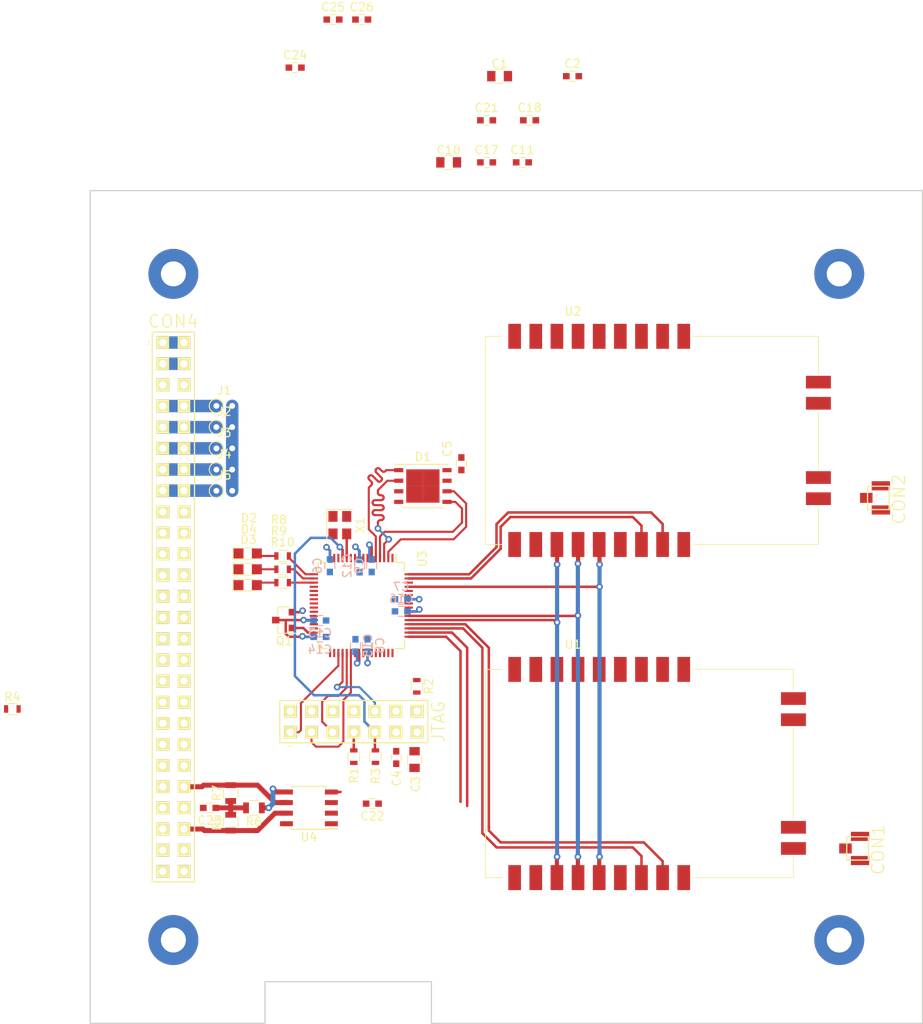
<source format=kicad_pcb>
(kicad_pcb (version 20171130) (host pcbnew "(5.0.0-rc2-dev-411-g5ef715f3d)")

  (general
    (thickness 1.6)
    (drawings 9)
    (tracks 410)
    (zones 0)
    (modules 57)
    (nets 48)
  )

  (page A4)
  (layers
    (0 F.Cu signal)
    (31 B.Cu signal)
    (32 B.Adhes user)
    (33 F.Adhes user)
    (34 B.Paste user)
    (35 F.Paste user)
    (36 B.SilkS user)
    (37 F.SilkS user)
    (38 B.Mask user)
    (39 F.Mask user)
    (40 Dwgs.User user)
    (41 Cmts.User user)
    (42 Eco1.User user)
    (43 Eco2.User user)
    (44 Edge.Cuts user)
    (45 Margin user)
    (46 B.CrtYd user)
    (47 F.CrtYd user)
    (48 B.Fab user)
    (49 F.Fab user)
  )

  (setup
    (last_trace_width 0.25)
    (trace_clearance 0.2)
    (zone_clearance 0.508)
    (zone_45_only no)
    (trace_min 0.2)
    (segment_width 0.2)
    (edge_width 0.15)
    (via_size 0.8)
    (via_drill 0.4)
    (via_min_size 0.4)
    (via_min_drill 0.3)
    (uvia_size 0.3)
    (uvia_drill 0.1)
    (uvias_allowed no)
    (uvia_min_size 0.2)
    (uvia_min_drill 0.1)
    (pcb_text_width 0.3)
    (pcb_text_size 1.5 1.5)
    (mod_edge_width 0.15)
    (mod_text_size 1 1)
    (mod_text_width 0.15)
    (pad_size 6 6)
    (pad_drill 3)
    (pad_to_mask_clearance 0.2)
    (aux_axis_origin 0 0)
    (visible_elements 7FFFFF7F)
    (pcbplotparams
      (layerselection 0x010fc_ffffffff)
      (usegerberextensions false)
      (usegerberattributes false)
      (usegerberadvancedattributes false)
      (creategerberjobfile false)
      (excludeedgelayer true)
      (linewidth 0.100000)
      (plotframeref false)
      (viasonmask false)
      (mode 1)
      (useauxorigin false)
      (hpglpennumber 1)
      (hpglpenspeed 20)
      (hpglpendiameter 15)
      (psnegative false)
      (psa4output false)
      (plotreference true)
      (plotvalue true)
      (plotinvisibletext false)
      (padsonsilk false)
      (subtractmaskfromsilk false)
      (outputformat 1)
      (mirror false)
      (drillshape 1)
      (scaleselection 1)
      (outputdirectory ""))
  )

  (net 0 "")
  (net 1 GND)
  (net 2 +5V)
  (net 3 TDI)
  (net 4 TDO)
  (net 5 TCKOUT)
  (net 6 TMS)
  (net 7 +3V3)
  (net 8 +1V2)
  (net 9 "Net-(U3-Pad12)")
  (net 10 /SCK_1)
  (net 11 /MOSI_1)
  (net 12 /MISO_1)
  (net 13 /TXEN_2)
  (net 14 /RXEN_2)
  (net 15 "Net-(Q1-Pad1)")
  (net 16 /SCK_0)
  (net 17 /MOSI_0)
  (net 18 /MISO_0)
  (net 19 /CS_0)
  (net 20 /TXEN_1)
  (net 21 /RXEN_1)
  (net 22 /CAN_RX)
  (net 23 /CAN_TX)
  (net 24 /CAN_STBY)
  (net 25 "Net-(C23-Pad1)")
  (net 26 CAN_H)
  (net 27 "Net-(R6-Pad1)")
  (net 28 CAN_L)
  (net 29 RESET)
  (net 30 "Net-(CON1-Pad1)")
  (net 31 "Net-(CON2-Pad1)")
  (net 32 +12V_A)
  (net 33 +12V_B)
  (net 34 +5V_A)
  (net 35 +5V_B)
  (net 36 +5V_C)
  (net 37 +5V_D)
  (net 38 +5V_E)
  (net 39 1PPS)
  (net 40 "Net-(CON5-Pad7)")
  (net 41 "Net-(D2-Pad2)")
  (net 42 "Net-(D3-Pad2)")
  (net 43 "Net-(D4-Pad2)")
  (net 44 "Net-(R8-Pad2)")
  (net 45 "Net-(R9-Pad2)")
  (net 46 "Net-(R10-Pad2)")
  (net 47 "Net-(CON5-Pad14)")

  (net_class Default "This is the default net class."
    (clearance 0.2)
    (trace_width 0.25)
    (via_dia 0.8)
    (via_drill 0.4)
    (uvia_dia 0.3)
    (uvia_drill 0.1)
    (add_net +12V_A)
    (add_net +12V_B)
    (add_net +1V2)
    (add_net +3V3)
    (add_net +5V)
    (add_net +5V_A)
    (add_net +5V_B)
    (add_net +5V_C)
    (add_net +5V_D)
    (add_net +5V_E)
    (add_net /CAN_RX)
    (add_net /CAN_STBY)
    (add_net /CAN_TX)
    (add_net /CS_0)
    (add_net /MISO_0)
    (add_net /MISO_1)
    (add_net /MOSI_0)
    (add_net /MOSI_1)
    (add_net /RXEN_1)
    (add_net /RXEN_2)
    (add_net /SCK_0)
    (add_net /SCK_1)
    (add_net /TXEN_1)
    (add_net /TXEN_2)
    (add_net 1PPS)
    (add_net CAN_H)
    (add_net CAN_L)
    (add_net GND)
    (add_net "Net-(C23-Pad1)")
    (add_net "Net-(CON1-Pad1)")
    (add_net "Net-(CON2-Pad1)")
    (add_net "Net-(CON5-Pad14)")
    (add_net "Net-(CON5-Pad7)")
    (add_net "Net-(D2-Pad2)")
    (add_net "Net-(D3-Pad2)")
    (add_net "Net-(D4-Pad2)")
    (add_net "Net-(Q1-Pad1)")
    (add_net "Net-(R10-Pad2)")
    (add_net "Net-(R6-Pad1)")
    (add_net "Net-(R8-Pad2)")
    (add_net "Net-(R9-Pad2)")
    (add_net "Net-(U3-Pad12)")
    (add_net RESET)
    (add_net TCKOUT)
    (add_net TDI)
    (add_net TDO)
    (add_net TMS)
  )

  (module Housings_QFP:LQFP-64_10x10mm_Pitch0.5mm (layer F.Cu) (tedit 5B3E824C) (tstamp 5AFFE240)
    (at -17.425 -0.175 270)
    (descr "64 LEAD LQFP 10x10mm (see MICREL LQFP10x10-64LD-PL-1.pdf)")
    (tags "QFP 0.5")
    (path /5B002297)
    (attr smd)
    (fp_text reference U3 (at -5.625 -7.35 270) (layer F.SilkS)
      (effects (font (size 1 1) (thickness 0.15)))
    )
    (fp_text value SPC560P34L1 (at 0 7.2 270) (layer F.Fab) hide
      (effects (font (size 1 1) (thickness 0.15)))
    )
    (fp_line (start -5.175 -4.175) (end -6.2 -4.175) (layer F.SilkS) (width 0.15))
    (fp_line (start 5.175 -5.175) (end 4.1 -5.175) (layer F.SilkS) (width 0.15))
    (fp_line (start 5.175 5.175) (end 4.1 5.175) (layer F.SilkS) (width 0.15))
    (fp_line (start -5.175 5.175) (end -4.1 5.175) (layer F.SilkS) (width 0.15))
    (fp_line (start -5.175 -5.175) (end -4.1 -5.175) (layer F.SilkS) (width 0.15))
    (fp_line (start -5.175 5.175) (end -5.175 4.1) (layer F.SilkS) (width 0.15))
    (fp_line (start 5.175 5.175) (end 5.175 4.1) (layer F.SilkS) (width 0.15))
    (fp_line (start 5.175 -5.175) (end 5.175 -4.1) (layer F.SilkS) (width 0.15))
    (fp_line (start -5.175 -5.175) (end -5.175 -4.175) (layer F.SilkS) (width 0.15))
    (fp_line (start -6.45 6.45) (end 6.45 6.45) (layer F.CrtYd) (width 0.05))
    (fp_line (start -6.45 -6.45) (end 6.45 -6.45) (layer F.CrtYd) (width 0.05))
    (fp_line (start 6.45 -6.45) (end 6.45 6.45) (layer F.CrtYd) (width 0.05))
    (fp_line (start -6.45 -6.45) (end -6.45 6.45) (layer F.CrtYd) (width 0.05))
    (fp_line (start -5 -4) (end -4 -5) (layer F.Fab) (width 0.15))
    (fp_line (start -5 5) (end -5 -4) (layer F.Fab) (width 0.15))
    (fp_line (start 5 5) (end -5 5) (layer F.Fab) (width 0.15))
    (fp_line (start 5 -5) (end 5 5) (layer F.Fab) (width 0.15))
    (fp_line (start -4 -5) (end 5 -5) (layer F.Fab) (width 0.15))
    (fp_text user %R (at 0 0 270) (layer F.Fab)
      (effects (font (size 1 1) (thickness 0.15)))
    )
    (pad 64 smd rect (at -3.75 -5.7) (size 1 0.25) (layers F.Cu F.Paste F.Mask)
      (net 21 /RXEN_1))
    (pad 63 smd rect (at -3.25 -5.7) (size 1 0.25) (layers F.Cu F.Paste F.Mask)
      (net 20 /TXEN_1))
    (pad 62 smd rect (at -2.75 -5.7) (size 1 0.25) (layers F.Cu F.Paste F.Mask))
    (pad 61 smd rect (at -2.25 -5.7) (size 1 0.25) (layers F.Cu F.Paste F.Mask)
      (net 11 /MOSI_1))
    (pad 60 smd rect (at -1.75 -5.7) (size 1 0.25) (layers F.Cu F.Paste F.Mask))
    (pad 59 smd rect (at -1.25 -5.7) (size 1 0.25) (layers F.Cu F.Paste F.Mask)
      (net 1 GND))
    (pad 58 smd rect (at -0.75 -5.7) (size 1 0.25) (layers F.Cu F.Paste F.Mask)
      (net 8 +1V2))
    (pad 57 smd rect (at -0.25 -5.7) (size 1 0.25) (layers F.Cu F.Paste F.Mask))
    (pad 56 smd rect (at 0.25 -5.7) (size 1 0.25) (layers F.Cu F.Paste F.Mask)
      (net 1 GND))
    (pad 55 smd rect (at 0.75 -5.7) (size 1 0.25) (layers F.Cu F.Paste F.Mask)
      (net 7 +3V3))
    (pad 54 smd rect (at 1.25 -5.7) (size 1 0.25) (layers F.Cu F.Paste F.Mask)
      (net 12 /MISO_1))
    (pad 53 smd rect (at 1.75 -5.7) (size 1 0.25) (layers F.Cu F.Paste F.Mask)
      (net 10 /SCK_1))
    (pad 52 smd rect (at 2.25 -5.7) (size 1 0.25) (layers F.Cu F.Paste F.Mask)
      (net 14 /RXEN_2))
    (pad 51 smd rect (at 2.75 -5.7) (size 1 0.25) (layers F.Cu F.Paste F.Mask)
      (net 13 /TXEN_2))
    (pad 50 smd rect (at 3.25 -5.7) (size 1 0.25) (layers F.Cu F.Paste F.Mask)
      (net 22 /CAN_RX))
    (pad 49 smd rect (at 3.75 -5.7) (size 1 0.25) (layers F.Cu F.Paste F.Mask)
      (net 23 /CAN_TX))
    (pad 48 smd rect (at 5.7 -3.75 270) (size 1 0.25) (layers F.Cu F.Paste F.Mask)
      (net 24 /CAN_STBY))
    (pad 47 smd rect (at 5.7 -3.25 270) (size 1 0.25) (layers F.Cu F.Paste F.Mask)
      (net 1 GND))
    (pad 46 smd rect (at 5.7 -2.75 270) (size 1 0.25) (layers F.Cu F.Paste F.Mask))
    (pad 45 smd rect (at 5.7 -2.25 270) (size 1 0.25) (layers F.Cu F.Paste F.Mask))
    (pad 44 smd rect (at 5.7 -1.75 270) (size 1 0.25) (layers F.Cu F.Paste F.Mask))
    (pad 43 smd rect (at 5.7 -1.25 270) (size 1 0.25) (layers F.Cu F.Paste F.Mask)
      (net 1 GND))
    (pad 42 smd rect (at 5.7 -0.75 270) (size 1 0.25) (layers F.Cu F.Paste F.Mask)
      (net 8 +1V2))
    (pad 41 smd rect (at 5.7 -0.25 270) (size 1 0.25) (layers F.Cu F.Paste F.Mask))
    (pad 40 smd rect (at 5.7 0.25 270) (size 1 0.25) (layers F.Cu F.Paste F.Mask)
      (net 7 +3V3))
    (pad 39 smd rect (at 5.7 0.75 270) (size 1 0.25) (layers F.Cu F.Paste F.Mask)
      (net 1 GND))
    (pad 38 smd rect (at 5.7 1.25 270) (size 1 0.25) (layers F.Cu F.Paste F.Mask)
      (net 4 TDO))
    (pad 37 smd rect (at 5.7 1.75 270) (size 1 0.25) (layers F.Cu F.Paste F.Mask)
      (net 5 TCKOUT))
    (pad 36 smd rect (at 5.7 2.25 270) (size 1 0.25) (layers F.Cu F.Paste F.Mask)
      (net 6 TMS))
    (pad 35 smd rect (at 5.7 2.75 270) (size 1 0.25) (layers F.Cu F.Paste F.Mask)
      (net 3 TDI))
    (pad 34 smd rect (at 5.7 3.25 270) (size 1 0.25) (layers F.Cu F.Paste F.Mask))
    (pad 33 smd rect (at 5.7 3.75 270) (size 1 0.25) (layers F.Cu F.Paste F.Mask))
    (pad 32 smd rect (at 3.75 5.7) (size 1 0.25) (layers F.Cu F.Paste F.Mask)
      (net 7 +3V3))
    (pad 31 smd rect (at 3.25 5.7) (size 1 0.25) (layers F.Cu F.Paste F.Mask)
      (net 15 "Net-(Q1-Pad1)"))
    (pad 30 smd rect (at 2.75 5.7) (size 1 0.25) (layers F.Cu F.Paste F.Mask))
    (pad 29 smd rect (at 2.25 5.7) (size 1 0.25) (layers F.Cu F.Paste F.Mask)
      (net 1 GND))
    (pad 28 smd rect (at 1.75 5.7) (size 1 0.25) (layers F.Cu F.Paste F.Mask)
      (net 7 +3V3))
    (pad 27 smd rect (at 1.25 5.7) (size 1 0.25) (layers F.Cu F.Paste F.Mask))
    (pad 26 smd rect (at 0.75 5.7) (size 1 0.25) (layers F.Cu F.Paste F.Mask))
    (pad 25 smd rect (at 0.25 5.7) (size 1 0.25) (layers F.Cu F.Paste F.Mask))
    (pad 24 smd rect (at -0.25 5.7) (size 1 0.25) (layers F.Cu F.Paste F.Mask))
    (pad 23 smd rect (at -0.75 5.7) (size 1 0.25) (layers F.Cu F.Paste F.Mask))
    (pad 22 smd rect (at -1.25 5.7) (size 1 0.25) (layers F.Cu F.Paste F.Mask))
    (pad 21 smd rect (at -1.75 5.7) (size 1 0.25) (layers F.Cu F.Paste F.Mask))
    (pad 20 smd rect (at -2.25 5.7) (size 1 0.25) (layers F.Cu F.Paste F.Mask))
    (pad 19 smd rect (at -2.75 5.7) (size 1 0.25) (layers F.Cu F.Paste F.Mask)
      (net 46 "Net-(R10-Pad2)"))
    (pad 18 smd rect (at -3.25 5.7) (size 1 0.25) (layers F.Cu F.Paste F.Mask)
      (net 45 "Net-(R9-Pad2)"))
    (pad 17 smd rect (at -3.75 5.7) (size 1 0.25) (layers F.Cu F.Paste F.Mask)
      (net 44 "Net-(R8-Pad2)"))
    (pad 16 smd rect (at -5.7 3.75 270) (size 1 0.25) (layers F.Cu F.Paste F.Mask)
      (net 8 +1V2))
    (pad 15 smd rect (at -5.7 3.25 270) (size 1 0.25) (layers F.Cu F.Paste F.Mask)
      (net 1 GND))
    (pad 14 smd rect (at -5.7 2.75 270) (size 1 0.25) (layers F.Cu F.Paste F.Mask))
    (pad 13 smd rect (at -5.7 2.25 270) (size 1 0.25) (layers F.Cu F.Paste F.Mask)
      (net 29 RESET))
    (pad 12 smd rect (at -5.7 1.75 270) (size 1 0.25) (layers F.Cu F.Paste F.Mask)
      (net 9 "Net-(U3-Pad12)"))
    (pad 11 smd rect (at -5.7 1.25 270) (size 1 0.25) (layers F.Cu F.Paste F.Mask))
    (pad 10 smd rect (at -5.7 0.75 270) (size 1 0.25) (layers F.Cu F.Paste F.Mask)
      (net 1 GND))
    (pad 9 smd rect (at -5.7 0.25 270) (size 1 0.25) (layers F.Cu F.Paste F.Mask)
      (net 7 +3V3))
    (pad 8 smd rect (at -5.7 -0.25 270) (size 1 0.25) (layers F.Cu F.Paste F.Mask)
      (net 39 1PPS))
    (pad 7 smd rect (at -5.7 -0.75 270) (size 1 0.25) (layers F.Cu F.Paste F.Mask)
      (net 1 GND))
    (pad 6 smd rect (at -5.7 -1.25 270) (size 1 0.25) (layers F.Cu F.Paste F.Mask)
      (net 7 +3V3))
    (pad 5 smd rect (at -5.7 -1.75 270) (size 1 0.25) (layers F.Cu F.Paste F.Mask)
      (net 19 /CS_0))
    (pad 4 smd rect (at -5.7 -2.25 270) (size 1 0.25) (layers F.Cu F.Paste F.Mask)
      (net 17 /MOSI_0))
    (pad 3 smd rect (at -5.7 -2.75 270) (size 1 0.25) (layers F.Cu F.Paste F.Mask)
      (net 18 /MISO_0))
    (pad 2 smd rect (at -5.7 -3.25 270) (size 1 0.25) (layers F.Cu F.Paste F.Mask)
      (net 16 /SCK_0))
    (pad 1 smd rect (at -5.7 -3.75 270) (size 1 0.25) (layers F.Cu F.Paste F.Mask))
    (model ${KISYS3DMOD}/Housings_QFP.3dshapes/LQFP-64_10x10mm_Pitch0.5mm.wrl
      (at (xyz 0 0 0))
      (scale (xyz 1 1 1))
      (rotate (xyz 0 0 0))
    )
  )

  (module maxrez:E19-433MS1W (layer F.Cu) (tedit 5AFDE5A0) (tstamp 5B006BBE)
    (at 16 20)
    (path /5AFF481F)
    (fp_text reference U1 (at -8 -15.5) (layer F.SilkS)
      (effects (font (size 1 1) (thickness 0.15)))
    )
    (fp_text value E19-433M30S (at 1 -15.5) (layer F.Fab)
      (effects (font (size 1 1) (thickness 0.15)))
    )
    (fp_line (start -18.5 -12.5) (end -18.5 12.5) (layer F.SilkS) (width 0.1))
    (fp_line (start -18.5 12.5) (end -16.5 12.5) (layer F.SilkS) (width 0.1))
    (fp_line (start -16.5 -12.5) (end -18.5 -12.5) (layer F.SilkS) (width 0.1))
    (fp_line (start -18.5 -12.5) (end -18.5 12.5) (layer F.CrtYd) (width 0.1))
    (fp_line (start -18.5 12.5) (end 18.5 12.5) (layer F.CrtYd) (width 0.1))
    (fp_line (start 18.5 12.5) (end 18.5 -12.5) (layer F.CrtYd) (width 0.1))
    (fp_line (start 18.5 -12.5) (end -18.5 -12.5) (layer F.CrtYd) (width 0.1))
    (fp_line (start -18.5 -12.5) (end -18.5 12.5) (layer F.Fab) (width 0.1))
    (fp_line (start -18.5 12.5) (end 18.5 12.5) (layer F.Fab) (width 0.1))
    (fp_line (start 18.5 12.5) (end 18.5 -12.5) (layer F.Fab) (width 0.1))
    (fp_line (start 18.5 -12.5) (end -18.5 -12.5) (layer F.Fab) (width 0.1))
    (fp_line (start 6.5 -12.5) (end 18.5 -12.5) (layer F.SilkS) (width 0.1))
    (fp_line (start 6.5 12.5) (end 18.5 12.5) (layer F.SilkS) (width 0.1))
    (fp_line (start 18.5 12.5) (end 18.5 10) (layer F.SilkS) (width 0.1))
    (fp_line (start 18.5 5.5) (end 18.5 -5.5) (layer F.SilkS) (width 0.1))
    (fp_line (start 18.5 -10) (end 18.5 -12.5) (layer F.SilkS) (width 0.1))
    (fp_text user %R (at 0.5 0) (layer F.Fab)
      (effects (font (size 1 1) (thickness 0.15)))
    )
    (pad 9 smd rect (at -15 -12.5) (size 1.524 3) (layers F.Cu F.Paste F.Mask)
      (net 1 GND))
    (pad 8 smd rect (at -12.46 -12.5) (size 1.524 3) (layers F.Cu F.Paste F.Mask))
    (pad 7 smd rect (at -9.92 -12.5) (size 1.524 3) (layers F.Cu F.Paste F.Mask))
    (pad 6 smd rect (at -7.38 -12.5) (size 1.524 3) (layers F.Cu F.Paste F.Mask))
    (pad 5 smd rect (at -4.84 -12.5) (size 1.524 3) (layers F.Cu F.Paste F.Mask))
    (pad 4 smd rect (at -2.3 -12.5) (size 1.524 3) (layers F.Cu F.Paste F.Mask))
    (pad 3 smd rect (at 0.24 -12.5) (size 1.524 3) (layers F.Cu F.Paste F.Mask))
    (pad 2 smd rect (at 2.78 -12.5) (size 1.524 3) (layers F.Cu F.Paste F.Mask))
    (pad 1 smd rect (at 5.32 -12.5) (size 1.524 3) (layers F.Cu F.Paste F.Mask)
      (net 1 GND))
    (pad 10 smd rect (at -15 12.5) (size 1.524 3) (layers F.Cu F.Paste F.Mask)
      (net 1 GND))
    (pad 11 smd rect (at -12.46 12.5) (size 1.524 3) (layers F.Cu F.Paste F.Mask)
      (net 2 +5V))
    (pad 12 smd rect (at -9.92 12.5) (size 1.524 3) (layers F.Cu F.Paste F.Mask)
      (net 10 /SCK_1))
    (pad 13 smd rect (at -7.38 12.5) (size 1.524 3) (layers F.Cu F.Paste F.Mask)
      (net 12 /MISO_1))
    (pad 14 smd rect (at -4.84 12.5) (size 1.524 3) (layers F.Cu F.Paste F.Mask)
      (net 11 /MOSI_1))
    (pad 15 smd rect (at -2.3 12.5) (size 1.524 3) (layers F.Cu F.Paste F.Mask))
    (pad 16 smd rect (at 0.24 12.5) (size 1.524 3) (layers F.Cu F.Paste F.Mask)
      (net 13 /TXEN_2))
    (pad 17 smd rect (at 2.78 12.5) (size 1.524 3) (layers F.Cu F.Paste F.Mask)
      (net 14 /RXEN_2))
    (pad 18 smd rect (at 5.32 12.5) (size 1.524 3) (layers F.Cu F.Paste F.Mask)
      (net 1 GND))
    (pad 22 smd rect (at 18.5 -9 90) (size 1.524 3) (layers F.Cu F.Paste F.Mask)
      (net 1 GND))
    (pad 21 smd rect (at 18.5 -6.46 90) (size 1.524 3) (layers F.Cu F.Paste F.Mask)
      (net 1 GND))
    (pad 19 smd rect (at 18.5 9 90) (size 1.524 3) (layers F.Cu F.Paste F.Mask)
      (net 30 "Net-(CON1-Pad1)"))
    (pad 20 smd rect (at 18.5 6.46 90) (size 1.524 3) (layers F.Cu F.Paste F.Mask)
      (net 1 GND))
    (model C:/Users/MaxAli/Documents/GitHub/Orballon/3D/modules/E19-433M30S.STEP
      (at (xyz 0 0 0))
      (scale (xyz 1 1 1))
      (rotate (xyz -90 0 0))
    )
  )

  (module maxrez:E19-868MS1W (layer F.Cu) (tedit 5B004BCF) (tstamp 5B006BE9)
    (at 17.5 -20)
    (path /5AFF48A4)
    (fp_text reference U2 (at -9.5 -15.5) (layer F.SilkS)
      (effects (font (size 1 1) (thickness 0.15)))
    )
    (fp_text value E19-868M30S (at -0.5 -15.5) (layer F.Fab)
      (effects (font (size 1 1) (thickness 0.15)))
    )
    (fp_line (start -20 -12.5) (end -20 12.5) (layer F.SilkS) (width 0.1))
    (fp_line (start -20 12.5) (end -18 12.5) (layer F.SilkS) (width 0.1))
    (fp_line (start -18 -12.5) (end -20 -12.5) (layer F.SilkS) (width 0.1))
    (fp_line (start -20 -12.5) (end -20 12.5) (layer F.CrtYd) (width 0.1))
    (fp_line (start -20 12.5) (end 20 12.5) (layer F.CrtYd) (width 0.1))
    (fp_line (start 20 12.5) (end 20 -12.5) (layer F.CrtYd) (width 0.1))
    (fp_line (start 20 -12.5) (end -20 -12.5) (layer F.CrtYd) (width 0.1))
    (fp_line (start -20 -12.5) (end -20 12.5) (layer F.Fab) (width 0.1))
    (fp_line (start -20 12.5) (end 17 12.5) (layer F.Fab) (width 0.1))
    (fp_line (start 20 12.5) (end 20 -12.5) (layer F.Fab) (width 0.1))
    (fp_line (start 17 -12.5) (end -20 -12.5) (layer F.Fab) (width 0.1))
    (fp_line (start 5 -12.5) (end 20 -12.5) (layer F.SilkS) (width 0.1))
    (fp_line (start 5 12.5) (end 20 12.5) (layer F.SilkS) (width 0.1))
    (fp_line (start 20 12.5) (end 20 8) (layer F.SilkS) (width 0.1))
    (fp_line (start 20 3.5) (end 20 -3.5) (layer F.SilkS) (width 0.1))
    (fp_line (start 20 -8) (end 20 -12.5) (layer F.SilkS) (width 0.1))
    (fp_text user %R (at -1 0) (layer F.Fab)
      (effects (font (size 1 1) (thickness 0.15)))
    )
    (pad 9 smd rect (at -16.5 -12.5) (size 1.524 3) (layers F.Cu F.Paste F.Mask)
      (net 1 GND))
    (pad 8 smd rect (at -13.96 -12.5) (size 1.524 3) (layers F.Cu F.Paste F.Mask))
    (pad 7 smd rect (at -11.42 -12.5) (size 1.524 3) (layers F.Cu F.Paste F.Mask))
    (pad 6 smd rect (at -8.88 -12.5) (size 1.524 3) (layers F.Cu F.Paste F.Mask))
    (pad 5 smd rect (at -6.34 -12.5) (size 1.524 3) (layers F.Cu F.Paste F.Mask))
    (pad 4 smd rect (at -3.8 -12.5) (size 1.524 3) (layers F.Cu F.Paste F.Mask))
    (pad 3 smd rect (at -1.26 -12.5) (size 1.524 3) (layers F.Cu F.Paste F.Mask))
    (pad 2 smd rect (at 1.28 -12.5) (size 1.524 3) (layers F.Cu F.Paste F.Mask))
    (pad 1 smd rect (at 3.82 -12.5) (size 1.524 3) (layers F.Cu F.Paste F.Mask)
      (net 1 GND))
    (pad 10 smd rect (at -16.5 12.5) (size 1.524 3) (layers F.Cu F.Paste F.Mask)
      (net 1 GND))
    (pad 11 smd rect (at -13.96 12.5) (size 1.524 3) (layers F.Cu F.Paste F.Mask)
      (net 2 +5V))
    (pad 12 smd rect (at -11.42 12.5) (size 1.524 3) (layers F.Cu F.Paste F.Mask)
      (net 10 /SCK_1))
    (pad 13 smd rect (at -8.88 12.5) (size 1.524 3) (layers F.Cu F.Paste F.Mask)
      (net 12 /MISO_1))
    (pad 14 smd rect (at -6.34 12.5) (size 1.524 3) (layers F.Cu F.Paste F.Mask)
      (net 11 /MOSI_1))
    (pad 15 smd rect (at -3.8 12.5) (size 1.524 3) (layers F.Cu F.Paste F.Mask))
    (pad 16 smd rect (at -1.26 12.5) (size 1.524 3) (layers F.Cu F.Paste F.Mask)
      (net 20 /TXEN_1))
    (pad 17 smd rect (at 1.28 12.5) (size 1.524 3) (layers F.Cu F.Paste F.Mask)
      (net 21 /RXEN_1))
    (pad 18 smd rect (at 3.82 12.5) (size 1.524 3) (layers F.Cu F.Paste F.Mask)
      (net 1 GND))
    (pad 22 smd rect (at 20 -7 90) (size 1.524 3) (layers F.Cu F.Paste F.Mask)
      (net 1 GND))
    (pad 21 smd rect (at 20 -4.46 90) (size 1.524 3) (layers F.Cu F.Paste F.Mask)
      (net 1 GND))
    (pad 19 smd rect (at 20 7 90) (size 1.524 3) (layers F.Cu F.Paste F.Mask)
      (net 31 "Net-(CON2-Pad1)"))
    (pad 20 smd rect (at 20 4.46 90) (size 1.524 3) (layers F.Cu F.Paste F.Mask)
      (net 1 GND))
    (model C:/Users/MaxAli/Documents/GitHub/Orballon/3D/modules/e19-868m30s.wrl
      (at (xyz 0 0 0))
      (scale (xyz 1 1 1))
      (rotate (xyz 0 0 0))
    )
    (model C:/Users/MaxAli/Documents/GitHub/Orballon/3D/modules/E19-868M30S.STEP
      (at (xyz 0 0 0))
      (scale (xyz 1 1 1))
      (rotate (xyz -90 0 0))
    )
  )

  (module maxrez:CONN-RF-UFL (layer F.Cu) (tedit 54E5C695) (tstamp 5B00B57C)
    (at 42.5 27 270)
    (path /5B00761C)
    (fp_text reference CON1 (at 2.159 -2.159 270) (layer F.SilkS)
      (effects (font (size 1.5 1.5) (thickness 0.15)))
    )
    (fp_text value Conn_Coaxial (at 2.159 -2.032 270) (layer F.SilkS) hide
      (effects (font (size 1.5 1.5) (thickness 0.15)))
    )
    (fp_line (start 0.6 1.6) (end 3.4 1.6) (layer F.SilkS) (width 0.15))
    (fp_line (start 2 -1) (end 0.6 -1) (layer F.SilkS) (width 0.15))
    (fp_line (start 2 -1) (end 3.4 -1) (layer F.SilkS) (width 0.15))
    (fp_line (start 3.4 -1) (end 3.4 1.6) (layer F.SilkS) (width 0.15))
    (fp_line (start 0.6 1.6) (end 0.6 -1) (layer F.SilkS) (width 0.15))
    (pad 2 smd rect (at 0.55 0 270) (size 1.1 2.2) (layers F.Cu F.Paste F.Mask)
      (net 1 GND))
    (pad 2 smd rect (at 3.45 0 270) (size 1.1 2.2) (layers F.Cu F.Paste F.Mask)
      (net 1 GND))
    (pad 1 smd rect (at 2 1.75 270) (size 1.2 1.5) (layers F.Cu F.Paste F.Mask)
      (net 30 "Net-(CON1-Pad1)"))
    (model C:/Users/MaxAli/Documents/GitHub/Orballon/3D/modules/u.Fl.STEP
      (offset (xyz 0.7 1 0))
      (scale (xyz 1 1 1))
      (rotate (xyz -90 0 90))
    )
  )

  (module maxrez:CONN-RF-UFL (layer F.Cu) (tedit 54E5C695) (tstamp 5B00B588)
    (at 45 -15.1 270)
    (path /5B01E849)
    (fp_text reference CON2 (at 2.159 -2.159 270) (layer F.SilkS)
      (effects (font (size 1.5 1.5) (thickness 0.15)))
    )
    (fp_text value Conn_Coaxial (at 2.159 -2.032 270) (layer F.SilkS) hide
      (effects (font (size 1.5 1.5) (thickness 0.15)))
    )
    (fp_line (start 0.6 1.6) (end 0.6 -1) (layer F.SilkS) (width 0.15))
    (fp_line (start 3.4 -1) (end 3.4 1.6) (layer F.SilkS) (width 0.15))
    (fp_line (start 2 -1) (end 3.4 -1) (layer F.SilkS) (width 0.15))
    (fp_line (start 2 -1) (end 0.6 -1) (layer F.SilkS) (width 0.15))
    (fp_line (start 0.6 1.6) (end 3.4 1.6) (layer F.SilkS) (width 0.15))
    (pad 1 smd rect (at 2 1.75 270) (size 1.2 1.5) (layers F.Cu F.Paste F.Mask)
      (net 31 "Net-(CON2-Pad1)"))
    (pad 2 smd rect (at 3.45 0 270) (size 1.1 2.2) (layers F.Cu F.Paste F.Mask)
      (net 1 GND))
    (pad 2 smd rect (at 0.55 0 270) (size 1.1 2.2) (layers F.Cu F.Paste F.Mask)
      (net 1 GND))
    (model C:/Users/MaxAli/Documents/GitHub/Orballon/3D/modules/u.Fl.STEP
      (offset (xyz 0.75 1 0))
      (scale (xyz 1 1 1))
      (rotate (xyz -90 0 90))
    )
  )

  (module Mlab_Pin_Headers:Straight_2x26 (layer F.Cu) (tedit 5B411A97) (tstamp 5B01D8C4)
    (at -40 0)
    (descr "pin header straight 2x26")
    (tags "pin header straight 2x26")
    (path /5B01C6B7)
    (fp_text reference CON4 (at 0 -34.29) (layer F.SilkS)
      (effects (font (size 1.5 1.5) (thickness 0.15)))
    )
    (fp_text value HEADER_2x26 (at 0 34.29) (layer F.SilkS) hide
      (effects (font (size 1.5 1.5) (thickness 0.15)))
    )
    (fp_text user 1 (at -2.921 -31.75) (layer F.SilkS)
      (effects (font (size 0.5 0.5) (thickness 0.05)))
    )
    (fp_line (start -2.54 -33.02) (end 2.54 -33.02) (layer F.SilkS) (width 0.15))
    (fp_line (start 2.54 -33.02) (end 2.54 33.02) (layer F.SilkS) (width 0.15))
    (fp_line (start 2.54 33.02) (end -2.54 33.02) (layer F.SilkS) (width 0.15))
    (fp_line (start -2.54 33.02) (end -2.54 -33.02) (layer F.SilkS) (width 0.15))
    (pad 1 thru_hole rect (at -1.27 -31.75) (size 1.524 1.524) (drill 0.889) (layers *.Cu *.Mask F.SilkS)
      (net 32 +12V_A))
    (pad 2 thru_hole rect (at 1.27 -31.75) (size 1.524 1.524) (drill 0.889) (layers *.Cu *.Mask F.SilkS)
      (net 32 +12V_A))
    (pad 3 thru_hole rect (at -1.27 -29.21) (size 1.524 1.524) (drill 0.889) (layers *.Cu *.Mask F.SilkS)
      (net 33 +12V_B))
    (pad 4 thru_hole rect (at 1.27 -29.21) (size 1.524 1.524) (drill 0.889) (layers *.Cu *.Mask F.SilkS)
      (net 33 +12V_B))
    (pad 5 thru_hole rect (at -1.27 -26.67) (size 1.524 1.524) (drill 0.889) (layers *.Cu *.Mask F.SilkS)
      (net 1 GND))
    (pad 6 thru_hole rect (at 1.27 -26.67) (size 1.524 1.524) (drill 0.889) (layers *.Cu *.Mask F.SilkS)
      (net 1 GND))
    (pad 7 thru_hole rect (at -1.27 -24.13) (size 1.524 1.524) (drill 0.889) (layers *.Cu *.Mask F.SilkS)
      (net 34 +5V_A))
    (pad 8 thru_hole rect (at 1.27 -24.13) (size 1.524 1.524) (drill 0.889) (layers *.Cu *.Mask F.SilkS)
      (net 34 +5V_A))
    (pad 9 thru_hole rect (at -1.27 -21.59) (size 1.524 1.524) (drill 0.889) (layers *.Cu *.Mask F.SilkS)
      (net 35 +5V_B))
    (pad 10 thru_hole rect (at 1.27 -21.59) (size 1.524 1.524) (drill 0.889) (layers *.Cu *.Mask F.SilkS)
      (net 35 +5V_B))
    (pad 11 thru_hole rect (at -1.27 -19.05) (size 1.524 1.524) (drill 0.889) (layers *.Cu *.Mask F.SilkS)
      (net 36 +5V_C))
    (pad 12 thru_hole rect (at 1.27 -19.05) (size 1.524 1.524) (drill 0.889) (layers *.Cu *.Mask F.SilkS)
      (net 36 +5V_C))
    (pad 13 thru_hole rect (at -1.27 -16.51) (size 1.524 1.524) (drill 0.889) (layers *.Cu *.Mask F.SilkS)
      (net 37 +5V_D))
    (pad 14 thru_hole rect (at 1.27 -16.51) (size 1.524 1.524) (drill 0.889) (layers *.Cu *.Mask F.SilkS)
      (net 37 +5V_D))
    (pad 15 thru_hole rect (at -1.27 -13.97) (size 1.524 1.524) (drill 0.889) (layers *.Cu *.Mask F.SilkS)
      (net 38 +5V_E))
    (pad 16 thru_hole rect (at 1.27 -13.97) (size 1.524 1.524) (drill 0.889) (layers *.Cu *.Mask F.SilkS)
      (net 38 +5V_E))
    (pad 17 thru_hole rect (at -1.27 -11.43) (size 1.524 1.524) (drill 0.889) (layers *.Cu *.Mask F.SilkS)
      (net 1 GND))
    (pad 18 thru_hole rect (at 1.27 -11.43) (size 1.524 1.524) (drill 0.889) (layers *.Cu *.Mask F.SilkS)
      (net 1 GND))
    (pad 19 thru_hole rect (at -1.27 -8.89) (size 1.524 1.524) (drill 0.889) (layers *.Cu *.Mask F.SilkS))
    (pad 20 thru_hole rect (at 1.27 -8.89) (size 1.524 1.524) (drill 0.889) (layers *.Cu *.Mask F.SilkS))
    (pad 21 thru_hole rect (at -1.27 -6.35) (size 1.524 1.524) (drill 0.889) (layers *.Cu *.Mask F.SilkS)
      (net 1 GND))
    (pad 22 thru_hole rect (at 1.27 -6.35) (size 1.524 1.524) (drill 0.889) (layers *.Cu *.Mask F.SilkS)
      (net 1 GND))
    (pad 23 thru_hole rect (at -1.27 -3.81) (size 1.524 1.524) (drill 0.889) (layers *.Cu *.Mask F.SilkS))
    (pad 24 thru_hole rect (at 1.27 -3.81) (size 1.524 1.524) (drill 0.889) (layers *.Cu *.Mask F.SilkS))
    (pad 25 thru_hole rect (at -1.27 -1.27) (size 1.524 1.524) (drill 0.889) (layers *.Cu *.Mask F.SilkS))
    (pad 26 thru_hole rect (at 1.27 -1.27) (size 1.524 1.524) (drill 0.889) (layers *.Cu *.Mask F.SilkS))
    (pad 27 thru_hole rect (at -1.27 1.27) (size 1.524 1.524) (drill 0.889) (layers *.Cu *.Mask F.SilkS))
    (pad 28 thru_hole rect (at 1.27 1.27) (size 1.524 1.524) (drill 0.889) (layers *.Cu *.Mask F.SilkS))
    (pad 29 thru_hole rect (at -1.27 3.81) (size 1.524 1.524) (drill 0.889) (layers *.Cu *.Mask F.SilkS))
    (pad 30 thru_hole rect (at 1.27 3.81) (size 1.524 1.524) (drill 0.889) (layers *.Cu *.Mask F.SilkS))
    (pad 31 thru_hole rect (at -1.27 6.35) (size 1.524 1.524) (drill 0.889) (layers *.Cu *.Mask F.SilkS))
    (pad 32 thru_hole rect (at 1.27 6.35) (size 1.524 1.524) (drill 0.889) (layers *.Cu *.Mask F.SilkS))
    (pad 33 thru_hole rect (at -1.27 8.89) (size 1.524 1.524) (drill 0.889) (layers *.Cu *.Mask F.SilkS))
    (pad 34 thru_hole rect (at 1.27 8.89) (size 1.524 1.524) (drill 0.889) (layers *.Cu *.Mask F.SilkS))
    (pad 35 thru_hole rect (at -1.27 11.43) (size 1.524 1.524) (drill 0.889) (layers *.Cu *.Mask F.SilkS))
    (pad 36 thru_hole rect (at 1.27 11.43) (size 1.524 1.524) (drill 0.889) (layers *.Cu *.Mask F.SilkS))
    (pad 37 thru_hole rect (at -1.27 13.97) (size 1.524 1.524) (drill 0.889) (layers *.Cu *.Mask F.SilkS))
    (pad 38 thru_hole rect (at 1.27 13.97) (size 1.524 1.524) (drill 0.889) (layers *.Cu *.Mask F.SilkS))
    (pad 39 thru_hole rect (at -1.27 16.51) (size 1.524 1.524) (drill 0.889) (layers *.Cu *.Mask F.SilkS))
    (pad 40 thru_hole rect (at 1.27 16.51) (size 1.524 1.524) (drill 0.889) (layers *.Cu *.Mask F.SilkS))
    (pad 41 thru_hole rect (at -1.27 19.05) (size 1.524 1.524) (drill 0.889) (layers *.Cu *.Mask F.SilkS))
    (pad 42 thru_hole rect (at 1.27 19.05) (size 1.524 1.524) (drill 0.889) (layers *.Cu *.Mask F.SilkS))
    (pad 43 thru_hole rect (at -1.27 21.59) (size 1.524 1.524) (drill 0.889) (layers *.Cu *.Mask F.SilkS))
    (pad 44 thru_hole rect (at 1.27 21.59) (size 1.524 1.524) (drill 0.889) (layers *.Cu *.Mask F.SilkS)
      (net 28 CAN_L))
    (pad 45 thru_hole rect (at -1.27 24.13) (size 1.524 1.524) (drill 0.889) (layers *.Cu *.Mask F.SilkS)
      (net 1 GND))
    (pad 46 thru_hole rect (at 1.27 24.13) (size 1.524 1.524) (drill 0.889) (layers *.Cu *.Mask F.SilkS)
      (net 1 GND))
    (pad 47 thru_hole rect (at -1.27 26.67) (size 1.524 1.524) (drill 0.889) (layers *.Cu *.Mask F.SilkS))
    (pad 48 thru_hole rect (at 1.27 26.67) (size 1.524 1.524) (drill 0.889) (layers *.Cu *.Mask F.SilkS)
      (net 26 CAN_H))
    (pad 49 thru_hole rect (at -1.27 29.21) (size 1.524 1.524) (drill 0.889) (layers *.Cu *.Mask F.SilkS)
      (net 1 GND))
    (pad 50 thru_hole rect (at 1.27 29.21) (size 1.524 1.524) (drill 0.889) (layers *.Cu *.Mask F.SilkS)
      (net 1 GND))
    (pad 51 thru_hole rect (at -1.27 31.75) (size 1.524 1.524) (drill 0.889) (layers *.Cu *.Mask F.SilkS))
    (pad 52 thru_hole rect (at 1.27 31.75) (size 1.524 1.524) (drill 0.889) (layers *.Cu *.Mask F.SilkS)
      (net 39 1PPS))
    (model "${DENGSLIB}/3D_models/header/26x2 female header.STEP"
      (at (xyz 0 0 0))
      (scale (xyz 1 1 1))
      (rotate (xyz -90 0 90))
    )
  )

  (module Mlab_Mechanical:MountingHole_3mm placed (layer F.Cu) (tedit 5B01BD2B) (tstamp 5B01E99C)
    (at -40 -40)
    (descr "Mounting hole, Befestigungsbohrung, 3mm, No Annular, Kein Restring,")
    (tags "Mounting hole, Befestigungsbohrung, 3mm, No Annular, Kein Restring,")
    (path /5B01D7A0)
    (fp_text reference M1 (at 0 -4.191) (layer F.SilkS) hide
      (effects (font (size 1.524 1.524) (thickness 0.3048)))
    )
    (fp_text value HOLE (at 0 4.191) (layer F.SilkS) hide
      (effects (font (size 1.524 1.524) (thickness 0.3048)))
    )
    (fp_circle (center 0 0) (end 2.99974 0) (layer Cmts.User) (width 0.381))
    (pad 1 thru_hole circle (at 0 0) (size 6 6) (drill 3) (layers *.Cu *.Mask)
      (net 1 GND) (clearance 1) (zone_connect 2))
  )

  (module Mlab_Mechanical:MountingHole_3mm placed (layer F.Cu) (tedit 5B01BD32) (tstamp 5B01E9A2)
    (at 40 -40)
    (descr "Mounting hole, Befestigungsbohrung, 3mm, No Annular, Kein Restring,")
    (tags "Mounting hole, Befestigungsbohrung, 3mm, No Annular, Kein Restring,")
    (path /5B01D929)
    (fp_text reference M2 (at 0 -4.191) (layer F.SilkS) hide
      (effects (font (size 1.524 1.524) (thickness 0.3048)))
    )
    (fp_text value HOLE (at 0 4.191) (layer F.SilkS) hide
      (effects (font (size 1.524 1.524) (thickness 0.3048)))
    )
    (fp_circle (center 0 0) (end 2.99974 0) (layer Cmts.User) (width 0.381))
    (pad 1 thru_hole circle (at 0 0) (size 6 6) (drill 3) (layers *.Cu *.Mask)
      (net 1 GND) (clearance 1) (zone_connect 2))
  )

  (module Mlab_Mechanical:MountingHole_3mm placed (layer F.Cu) (tedit 5B01BD39) (tstamp 5B01E9A8)
    (at -40 40)
    (descr "Mounting hole, Befestigungsbohrung, 3mm, No Annular, Kein Restring,")
    (tags "Mounting hole, Befestigungsbohrung, 3mm, No Annular, Kein Restring,")
    (path /5B01D991)
    (fp_text reference M3 (at 0 -4.191) (layer F.SilkS) hide
      (effects (font (size 1.524 1.524) (thickness 0.3048)))
    )
    (fp_text value HOLE (at 0 4.191) (layer F.SilkS) hide
      (effects (font (size 1.524 1.524) (thickness 0.3048)))
    )
    (fp_circle (center 0 0) (end 2.99974 0) (layer Cmts.User) (width 0.381))
    (pad 1 thru_hole circle (at 0 0) (size 6 6) (drill 3) (layers *.Cu *.Mask)
      (net 1 GND) (clearance 1) (zone_connect 2))
  )

  (module Mlab_Mechanical:MountingHole_3mm placed (layer F.Cu) (tedit 5B01BD40) (tstamp 5B01E9AE)
    (at 40 40)
    (descr "Mounting hole, Befestigungsbohrung, 3mm, No Annular, Kein Restring,")
    (tags "Mounting hole, Befestigungsbohrung, 3mm, No Annular, Kein Restring,")
    (path /5B01D9F9)
    (fp_text reference M4 (at 0 -4.191) (layer F.SilkS) hide
      (effects (font (size 1.524 1.524) (thickness 0.3048)))
    )
    (fp_text value HOLE (at 0 4.191) (layer F.SilkS) hide
      (effects (font (size 1.524 1.524) (thickness 0.3048)))
    )
    (fp_circle (center 0 0) (end 2.99974 0) (layer Cmts.User) (width 0.381))
    (pad 1 thru_hole circle (at 0 0) (size 6 6) (drill 3) (layers *.Cu *.Mask)
      (net 1 GND) (clearance 1) (zone_connect 2))
  )

  (module Housings_DFN_QFN:DFN-8-1EP_6x5mm_Pitch1.27mm_LargeFlag (layer F.Cu) (tedit 5B413AAF) (tstamp 5B05A2E6)
    (at -10.025 -14.525)
    (descr "DD Package; 8-Lead Plastic DFN (6mm x 5mm) (see http://www.everspin.com/file/236/download)")
    (tags "dfn ")
    (path /5B0BCEF9)
    (attr smd)
    (fp_text reference D1 (at 0 -3.5) (layer F.SilkS)
      (effects (font (size 1 1) (thickness 0.15)))
    )
    (fp_text value FM25V20A (at 0 3.65) (layer F.Fab) hide
      (effects (font (size 1 1) (thickness 0.15)))
    )
    (fp_text user %R (at 0 0) (layer F.Fab)
      (effects (font (size 1 1) (thickness 0.15)))
    )
    (fp_line (start -2.5 2.6) (end 2.5 2.6) (layer F.SilkS) (width 0.12))
    (fp_line (start -3.5 -2.6) (end 3.1 -2.6) (layer F.SilkS) (width 0.12))
    (fp_line (start -3.7 -2.9) (end 3.7 -2.9) (layer F.CrtYd) (width 0.05))
    (fp_line (start 3.7 -2.9) (end 3.7 2.8) (layer F.CrtYd) (width 0.05))
    (fp_line (start 3.7 2.8) (end -3.7 2.8) (layer F.CrtYd) (width 0.05))
    (fp_line (start -3.7 2.8) (end -3.7 -2.9) (layer F.CrtYd) (width 0.05))
    (fp_line (start -2 -2.5) (end 3 -2.5) (layer F.Fab) (width 0.1))
    (fp_line (start 3 -2.5) (end 3 2.5) (layer F.Fab) (width 0.1))
    (fp_line (start 3 2.5) (end -3 2.5) (layer F.Fab) (width 0.1))
    (fp_line (start -3 2.5) (end -3 -1.5) (layer F.Fab) (width 0.1))
    (fp_line (start -2 -2.5) (end -3 -1.5) (layer F.Fab) (width 0.1))
    (pad 9 smd rect (at 1 1 270) (size 2 2) (layers F.Cu F.Paste F.Mask)
      (solder_mask_margin 0.1) (solder_paste_margin -0.15) (clearance 0.1))
    (pad 9 smd rect (at -1 1 270) (size 2 2) (layers F.Cu F.Paste F.Mask)
      (solder_mask_margin 0.1) (solder_paste_margin -0.15) (clearance 0.1))
    (pad 9 smd rect (at 1 -1 270) (size 2 2) (layers F.Cu F.Paste F.Mask)
      (solder_mask_margin 0.1) (solder_paste_margin -0.15) (clearance 0.1))
    (pad 8 smd rect (at 2.9 -1.905 270) (size 0.5 1.1) (layers F.Cu F.Paste F.Mask)
      (net 7 +3V3) (solder_mask_margin 0.1) (clearance 0.1))
    (pad 7 smd rect (at 2.9 -0.635 270) (size 0.5 1.1) (layers F.Cu F.Paste F.Mask)
      (solder_mask_margin 0.1) (clearance 0.1))
    (pad 6 smd rect (at 2.9 0.635 270) (size 0.5 1.1) (layers F.Cu F.Paste F.Mask)
      (net 16 /SCK_0) (solder_mask_margin 0.1) (clearance 0.1))
    (pad 5 smd rect (at 2.9 1.905 270) (size 0.5 1.1) (layers F.Cu F.Paste F.Mask)
      (net 17 /MOSI_0) (solder_mask_margin 0.1) (clearance 0.1))
    (pad 4 smd rect (at -2.9 1.905 270) (size 0.5 1.1) (layers F.Cu F.Paste F.Mask)
      (net 1 GND) (solder_mask_margin 0.1) (clearance 0.1))
    (pad 3 smd rect (at -2.9 0.635 270) (size 0.5 1.1) (layers F.Cu F.Paste F.Mask)
      (solder_mask_margin 0.1) (clearance 0.1))
    (pad 2 smd rect (at -2.9 -0.635 270) (size 0.5 1.1) (layers F.Cu F.Paste F.Mask)
      (net 18 /MISO_0) (solder_mask_margin 0.1) (clearance 0.1))
    (pad 1 smd rect (at -2.9 -1.905 270) (size 0.5 1.1) (layers F.Cu F.Paste F.Mask)
      (net 19 /CS_0) (solder_mask_margin 0.1) (clearance 0.1))
    (pad 9 smd rect (at -1 -1 270) (size 2 2) (layers F.Cu F.Paste F.Mask)
      (solder_mask_margin 0.1) (solder_paste_margin -0.15) (clearance 0.1))
    (model ${KISYS3DMOD}/Housings_DFN_QFN.3dshapes/DFN-8-1EP_6x5mm_Pitch1.27mm.wrl
      (at (xyz 0 0 0))
      (scale (xyz 1 1 1))
      (rotate (xyz 0 0 0))
    )
  )

  (module Oscillators:Oscillator_SMD_Abracon_ASE-4pin_3.2x2.5mm (layer F.Cu) (tedit 5B44AFC1) (tstamp 5B15B069)
    (at -20 -9.825 270)
    (descr "Miniature Crystal Clock Oscillator Abracon ASE series, http://www.abracon.com/Oscillators/ASEseries.pdf, 3.2x2.5mm^2 package")
    (tags "SMD SMT crystal oscillator")
    (path /5B17CE01)
    (attr smd)
    (fp_text reference X1 (at 0 -2.45 270) (layer F.SilkS)
      (effects (font (size 1 1) (thickness 0.15)))
    )
    (fp_text value ASE-xxxMHz (at 0 2.45 270) (layer F.Fab) hide
      (effects (font (size 1 1) (thickness 0.15)))
    )
    (fp_circle (center 0 0) (end 0.058333 0) (layer F.Adhes) (width 0.116667))
    (fp_circle (center 0 0) (end 0.133333 0) (layer F.Adhes) (width 0.083333))
    (fp_circle (center 0 0) (end 0.208333 0) (layer F.Adhes) (width 0.083333))
    (fp_circle (center 0 0) (end 0.25 0) (layer F.Adhes) (width 0.1))
    (fp_line (start 2 -1.7) (end -2 -1.7) (layer F.CrtYd) (width 0.05))
    (fp_line (start 2 1.7) (end 2 -1.7) (layer F.CrtYd) (width 0.05))
    (fp_line (start -2 1.7) (end 2 1.7) (layer F.CrtYd) (width 0.05))
    (fp_line (start -2 -1.7) (end -2 1.7) (layer F.CrtYd) (width 0.05))
    (fp_line (start -1.9 1.575) (end 1.9 1.575) (layer F.SilkS) (width 0.12))
    (fp_line (start -1.9 -1.575) (end -1.9 1.575) (layer F.SilkS) (width 0.12))
    (fp_line (start -1.6 0.25) (end -0.6 1.25) (layer F.Fab) (width 0.1))
    (fp_line (start -1.6 -1.15) (end -1.5 -1.25) (layer F.Fab) (width 0.1))
    (fp_line (start -1.6 1.15) (end -1.6 -1.15) (layer F.Fab) (width 0.1))
    (fp_line (start -1.5 1.25) (end -1.6 1.15) (layer F.Fab) (width 0.1))
    (fp_line (start 1.5 1.25) (end -1.5 1.25) (layer F.Fab) (width 0.1))
    (fp_line (start 1.6 1.15) (end 1.5 1.25) (layer F.Fab) (width 0.1))
    (fp_line (start 1.6 -1.15) (end 1.6 1.15) (layer F.Fab) (width 0.1))
    (fp_line (start 1.5 -1.25) (end 1.6 -1.15) (layer F.Fab) (width 0.1))
    (fp_line (start -1.5 -1.25) (end 1.5 -1.25) (layer F.Fab) (width 0.1))
    (fp_text user %R (at 0 0 270) (layer F.Fab)
      (effects (font (size 0.7 0.7) (thickness 0.105)))
    )
    (pad 4 smd rect (at -1.05 -0.825 270) (size 1.3 1.1) (layers F.Cu F.Paste F.Mask)
      (net 7 +3V3))
    (pad 3 smd rect (at 1.05 -0.825 270) (size 1.3 1.1) (layers F.Cu F.Paste F.Mask)
      (net 9 "Net-(U3-Pad12)"))
    (pad 2 smd rect (at 1.05 0.825 270) (size 1.3 1.1) (layers F.Cu F.Paste F.Mask)
      (net 1 GND))
    (pad 1 smd rect (at -1.05 0.825 270) (size 1.3 1.1) (layers F.Cu F.Paste F.Mask)
      (net 7 +3V3))
    (model ${KISYS3DMOD}/Oscillators.3dshapes/Oscillator_SMD_Abracon_ASE-4pin_3.2x2.5mm.wrl
      (at (xyz 0 0 0))
      (scale (xyz 1 1 1))
      (rotate (xyz 0 0 0))
    )
  )

  (module TO_SOT_Packages_SMD:SOT-23 (layer F.Cu) (tedit 5B3E80D0) (tstamp 5B1CEF3B)
    (at -26.7 1.575 180)
    (descr "SOT-23, Standard")
    (tags SOT-23)
    (path /5B1FFA82)
    (attr smd)
    (fp_text reference Q1 (at 0 -2.5 180) (layer F.SilkS)
      (effects (font (size 1 1) (thickness 0.15)))
    )
    (fp_text value BC817 (at 0 2.5 180) (layer F.Fab) hide
      (effects (font (size 1 1) (thickness 0.15)))
    )
    (fp_line (start 0.76 1.58) (end -0.7 1.58) (layer F.SilkS) (width 0.12))
    (fp_line (start 0.76 -1.58) (end -1.4 -1.58) (layer F.SilkS) (width 0.12))
    (fp_line (start -1.7 1.75) (end -1.7 -1.75) (layer F.CrtYd) (width 0.05))
    (fp_line (start 1.7 1.75) (end -1.7 1.75) (layer F.CrtYd) (width 0.05))
    (fp_line (start 1.7 -1.75) (end 1.7 1.75) (layer F.CrtYd) (width 0.05))
    (fp_line (start -1.7 -1.75) (end 1.7 -1.75) (layer F.CrtYd) (width 0.05))
    (fp_line (start 0.76 -1.58) (end 0.76 -0.65) (layer F.SilkS) (width 0.12))
    (fp_line (start 0.76 1.58) (end 0.76 0.65) (layer F.SilkS) (width 0.12))
    (fp_line (start -0.7 1.52) (end 0.7 1.52) (layer F.Fab) (width 0.1))
    (fp_line (start 0.7 -1.52) (end 0.7 1.52) (layer F.Fab) (width 0.1))
    (fp_line (start -0.7 -0.95) (end -0.15 -1.52) (layer F.Fab) (width 0.1))
    (fp_line (start -0.15 -1.52) (end 0.7 -1.52) (layer F.Fab) (width 0.1))
    (fp_line (start -0.7 -0.95) (end -0.7 1.5) (layer F.Fab) (width 0.1))
    (fp_text user %R (at 0 0 270) (layer F.Fab)
      (effects (font (size 0.5 0.5) (thickness 0.075)))
    )
    (pad 3 smd rect (at 1 0 180) (size 0.9 0.8) (layers F.Cu F.Paste F.Mask)
      (net 7 +3V3))
    (pad 2 smd rect (at -1 0.95 180) (size 0.9 0.8) (layers F.Cu F.Paste F.Mask)
      (net 8 +1V2))
    (pad 1 smd rect (at -1 -0.95 180) (size 0.9 0.8) (layers F.Cu F.Paste F.Mask)
      (net 15 "Net-(Q1-Pad1)"))
    (model ${KISYS3DMOD}/TO_SOT_Packages_SMD.3dshapes/SOT-23.wrl
      (at (xyz 0 0 0))
      (scale (xyz 1 1 1))
      (rotate (xyz 0 0 0))
    )
  )

  (module Housings_SOIC:SOIC-8_3.9x4.9mm_Pitch1.27mm (layer F.Cu) (tedit 5B3E827A) (tstamp 5B1D7677)
    (at -23.718 24.125 180)
    (descr "8-Lead Plastic Small Outline (SN) - Narrow, 3.90 mm Body [SOIC] (see Microchip Packaging Specification 00000049BS.pdf)")
    (tags "SOIC 1.27")
    (path /5B2E06B6)
    (attr smd)
    (fp_text reference U4 (at 0 -3.5 180) (layer F.SilkS)
      (effects (font (size 1 1) (thickness 0.15)))
    )
    (fp_text value MCP2561 (at 0 3.5 180) (layer F.Fab) hide
      (effects (font (size 1 1) (thickness 0.15)))
    )
    (fp_line (start -2.075 -2.525) (end -3.475 -2.525) (layer F.SilkS) (width 0.15))
    (fp_line (start -2.075 2.575) (end 2.075 2.575) (layer F.SilkS) (width 0.15))
    (fp_line (start -2.075 -2.575) (end 2.075 -2.575) (layer F.SilkS) (width 0.15))
    (fp_line (start -2.075 2.575) (end -2.075 2.43) (layer F.SilkS) (width 0.15))
    (fp_line (start 2.075 2.575) (end 2.075 2.43) (layer F.SilkS) (width 0.15))
    (fp_line (start 2.075 -2.575) (end 2.075 -2.43) (layer F.SilkS) (width 0.15))
    (fp_line (start -2.075 -2.575) (end -2.075 -2.525) (layer F.SilkS) (width 0.15))
    (fp_line (start -3.73 2.7) (end 3.73 2.7) (layer F.CrtYd) (width 0.05))
    (fp_line (start -3.73 -2.7) (end 3.73 -2.7) (layer F.CrtYd) (width 0.05))
    (fp_line (start 3.73 -2.7) (end 3.73 2.7) (layer F.CrtYd) (width 0.05))
    (fp_line (start -3.73 -2.7) (end -3.73 2.7) (layer F.CrtYd) (width 0.05))
    (fp_line (start -1.95 -1.45) (end -0.95 -2.45) (layer F.Fab) (width 0.1))
    (fp_line (start -1.95 2.45) (end -1.95 -1.45) (layer F.Fab) (width 0.1))
    (fp_line (start 1.95 2.45) (end -1.95 2.45) (layer F.Fab) (width 0.1))
    (fp_line (start 1.95 -2.45) (end 1.95 2.45) (layer F.Fab) (width 0.1))
    (fp_line (start -0.95 -2.45) (end 1.95 -2.45) (layer F.Fab) (width 0.1))
    (fp_text user %R (at 0 0 180) (layer F.Fab)
      (effects (font (size 1 1) (thickness 0.15)))
    )
    (pad 8 smd rect (at 2.7 -1.905 180) (size 1.55 0.6) (layers F.Cu F.Paste F.Mask)
      (net 24 /CAN_STBY))
    (pad 7 smd rect (at 2.7 -0.635 180) (size 1.55 0.6) (layers F.Cu F.Paste F.Mask)
      (net 26 CAN_H))
    (pad 6 smd rect (at 2.7 0.635 180) (size 1.55 0.6) (layers F.Cu F.Paste F.Mask)
      (net 28 CAN_L))
    (pad 5 smd rect (at 2.7 1.905 180) (size 1.55 0.6) (layers F.Cu F.Paste F.Mask)
      (net 27 "Net-(R6-Pad1)"))
    (pad 4 smd rect (at -2.7 1.905 180) (size 1.55 0.6) (layers F.Cu F.Paste F.Mask)
      (net 22 /CAN_RX))
    (pad 3 smd rect (at -2.7 0.635 180) (size 1.55 0.6) (layers F.Cu F.Paste F.Mask)
      (net 2 +5V))
    (pad 2 smd rect (at -2.7 -0.635 180) (size 1.55 0.6) (layers F.Cu F.Paste F.Mask)
      (net 1 GND))
    (pad 1 smd rect (at -2.7 -1.905 180) (size 1.55 0.6) (layers F.Cu F.Paste F.Mask)
      (net 23 /CAN_TX))
    (model ${KISYS3DMOD}/Housings_SOIC.3dshapes/SOIC-8_3.9x4.9mm_Pitch1.27mm.wrl
      (at (xyz 0 0 0))
      (scale (xyz 1 1 1))
      (rotate (xyz 0 0 0))
    )
  )

  (module LEDs:LED_0805 (layer F.Cu) (tedit 5B4142B1) (tstamp 5B1F5341)
    (at -31.075 -6.425)
    (descr "LED 0805 smd package")
    (tags "LED led 0805 SMD smd SMT smt smdled SMDLED smtled SMTLED")
    (path /5B294F42)
    (attr smd)
    (fp_text reference D2 (at 0.15 -4.25) (layer F.SilkS)
      (effects (font (size 1 1) (thickness 0.15)))
    )
    (fp_text value LED (at 0 1.55) (layer F.Fab) hide
      (effects (font (size 1 1) (thickness 0.15)))
    )
    (fp_text user %R (at 0 -1.25) (layer F.Fab)
      (effects (font (size 0.4 0.4) (thickness 0.1)))
    )
    (fp_line (start -1.95 -0.85) (end 1.95 -0.85) (layer F.CrtYd) (width 0.05))
    (fp_line (start -1.95 0.85) (end -1.95 -0.85) (layer F.CrtYd) (width 0.05))
    (fp_line (start 1.95 0.85) (end -1.95 0.85) (layer F.CrtYd) (width 0.05))
    (fp_line (start 1.95 -0.85) (end 1.95 0.85) (layer F.CrtYd) (width 0.05))
    (fp_line (start -1.8 -0.7) (end 1 -0.7) (layer F.SilkS) (width 0.12))
    (fp_line (start -1.8 0.7) (end 1 0.7) (layer F.SilkS) (width 0.12))
    (fp_line (start -1 0.6) (end -1 -0.6) (layer F.Fab) (width 0.1))
    (fp_line (start -1 -0.6) (end 1 -0.6) (layer F.Fab) (width 0.1))
    (fp_line (start 1 -0.6) (end 1 0.6) (layer F.Fab) (width 0.1))
    (fp_line (start 1 0.6) (end -1 0.6) (layer F.Fab) (width 0.1))
    (fp_line (start 0.2 -0.4) (end 0.2 0.4) (layer F.Fab) (width 0.1))
    (fp_line (start 0.2 0.4) (end -0.4 0) (layer F.Fab) (width 0.1))
    (fp_line (start -0.4 0) (end 0.2 -0.4) (layer F.Fab) (width 0.1))
    (fp_line (start -0.4 -0.4) (end -0.4 0.4) (layer F.Fab) (width 0.1))
    (fp_line (start -1.8 -0.7) (end -1.8 0.7) (layer F.SilkS) (width 0.12))
    (pad 1 smd rect (at -1.1 0 180) (size 1.2 1.2) (layers F.Cu F.Paste F.Mask)
      (net 1 GND))
    (pad 2 smd rect (at 1.1 0 180) (size 1.2 1.2) (layers F.Cu F.Paste F.Mask)
      (net 41 "Net-(D2-Pad2)"))
    (model ${KISYS3DMOD}/LEDs.3dshapes/LED_0805.wrl
      (at (xyz 0 0 0))
      (scale (xyz 1 1 1))
      (rotate (xyz 0 0 180))
    )
  )

  (module LEDs:LED_0805 (layer F.Cu) (tedit 5B4142B4) (tstamp 5B1F5357)
    (at -31.075 -2.625)
    (descr "LED 0805 smd package")
    (tags "LED led 0805 SMD smd SMT smt smdled SMDLED smtled SMTLED")
    (path /5B295104)
    (attr smd)
    (fp_text reference D3 (at 0.1 -5.45) (layer F.SilkS)
      (effects (font (size 1 1) (thickness 0.15)))
    )
    (fp_text value LED (at 0 1.55) (layer F.Fab) hide
      (effects (font (size 1 1) (thickness 0.15)))
    )
    (fp_line (start -1.8 -0.7) (end -1.8 0.7) (layer F.SilkS) (width 0.12))
    (fp_line (start -0.4 -0.4) (end -0.4 0.4) (layer F.Fab) (width 0.1))
    (fp_line (start -0.4 0) (end 0.2 -0.4) (layer F.Fab) (width 0.1))
    (fp_line (start 0.2 0.4) (end -0.4 0) (layer F.Fab) (width 0.1))
    (fp_line (start 0.2 -0.4) (end 0.2 0.4) (layer F.Fab) (width 0.1))
    (fp_line (start 1 0.6) (end -1 0.6) (layer F.Fab) (width 0.1))
    (fp_line (start 1 -0.6) (end 1 0.6) (layer F.Fab) (width 0.1))
    (fp_line (start -1 -0.6) (end 1 -0.6) (layer F.Fab) (width 0.1))
    (fp_line (start -1 0.6) (end -1 -0.6) (layer F.Fab) (width 0.1))
    (fp_line (start -1.8 0.7) (end 1 0.7) (layer F.SilkS) (width 0.12))
    (fp_line (start -1.8 -0.7) (end 1 -0.7) (layer F.SilkS) (width 0.12))
    (fp_line (start 1.95 -0.85) (end 1.95 0.85) (layer F.CrtYd) (width 0.05))
    (fp_line (start 1.95 0.85) (end -1.95 0.85) (layer F.CrtYd) (width 0.05))
    (fp_line (start -1.95 0.85) (end -1.95 -0.85) (layer F.CrtYd) (width 0.05))
    (fp_line (start -1.95 -0.85) (end 1.95 -0.85) (layer F.CrtYd) (width 0.05))
    (fp_text user %R (at 0 -1.25) (layer F.Fab)
      (effects (font (size 0.4 0.4) (thickness 0.1)))
    )
    (pad 2 smd rect (at 1.1 0 180) (size 1.2 1.2) (layers F.Cu F.Paste F.Mask)
      (net 42 "Net-(D3-Pad2)"))
    (pad 1 smd rect (at -1.1 0 180) (size 1.2 1.2) (layers F.Cu F.Paste F.Mask)
      (net 1 GND))
    (model ${KISYS3DMOD}/LEDs.3dshapes/LED_0805.wrl
      (at (xyz 0 0 0))
      (scale (xyz 1 1 1))
      (rotate (xyz 0 0 180))
    )
  )

  (module LEDs:LED_0805 (layer F.Cu) (tedit 5B4142AD) (tstamp 5B1F536D)
    (at -31.075 -4.525)
    (descr "LED 0805 smd package")
    (tags "LED led 0805 SMD smd SMT smt smdled SMDLED smtled SMTLED")
    (path /5B295208)
    (attr smd)
    (fp_text reference D4 (at 0.15 -4.8) (layer F.SilkS)
      (effects (font (size 1 1) (thickness 0.15)))
    )
    (fp_text value LED (at 0 1.55) (layer F.Fab) hide
      (effects (font (size 1 1) (thickness 0.15)))
    )
    (fp_text user %R (at 0 -1.25) (layer F.Fab)
      (effects (font (size 0.4 0.4) (thickness 0.1)))
    )
    (fp_line (start -1.95 -0.85) (end 1.95 -0.85) (layer F.CrtYd) (width 0.05))
    (fp_line (start -1.95 0.85) (end -1.95 -0.85) (layer F.CrtYd) (width 0.05))
    (fp_line (start 1.95 0.85) (end -1.95 0.85) (layer F.CrtYd) (width 0.05))
    (fp_line (start 1.95 -0.85) (end 1.95 0.85) (layer F.CrtYd) (width 0.05))
    (fp_line (start -1.8 -0.7) (end 1 -0.7) (layer F.SilkS) (width 0.12))
    (fp_line (start -1.8 0.7) (end 1 0.7) (layer F.SilkS) (width 0.12))
    (fp_line (start -1 0.6) (end -1 -0.6) (layer F.Fab) (width 0.1))
    (fp_line (start -1 -0.6) (end 1 -0.6) (layer F.Fab) (width 0.1))
    (fp_line (start 1 -0.6) (end 1 0.6) (layer F.Fab) (width 0.1))
    (fp_line (start 1 0.6) (end -1 0.6) (layer F.Fab) (width 0.1))
    (fp_line (start 0.2 -0.4) (end 0.2 0.4) (layer F.Fab) (width 0.1))
    (fp_line (start 0.2 0.4) (end -0.4 0) (layer F.Fab) (width 0.1))
    (fp_line (start -0.4 0) (end 0.2 -0.4) (layer F.Fab) (width 0.1))
    (fp_line (start -0.4 -0.4) (end -0.4 0.4) (layer F.Fab) (width 0.1))
    (fp_line (start -1.8 -0.7) (end -1.8 0.7) (layer F.SilkS) (width 0.12))
    (pad 1 smd rect (at -1.1 0 180) (size 1.2 1.2) (layers F.Cu F.Paste F.Mask)
      (net 1 GND))
    (pad 2 smd rect (at 1.1 0 180) (size 1.2 1.2) (layers F.Cu F.Paste F.Mask)
      (net 43 "Net-(D4-Pad2)"))
    (model ${KISYS3DMOD}/LEDs.3dshapes/LED_0805.wrl
      (at (xyz 0 0 0))
      (scale (xyz 1 1 1))
      (rotate (xyz 0 0 180))
    )
  )

  (module Resistors_SMD:R_0805 (layer F.Cu) (tedit 5B4112FF) (tstamp 5B1F928D)
    (at -33.116 25.903 90)
    (descr "Resistor SMD 0805, reflow soldering, Vishay (see dcrcw.pdf)")
    (tags "resistor 0805")
    (path /5B230AB8)
    (attr smd)
    (fp_text reference R5 (at 0 -1.65 90) (layer F.SilkS)
      (effects (font (size 1 1) (thickness 0.15)))
    )
    (fp_text value 60 (at 0 1.75 90) (layer F.Fab) hide
      (effects (font (size 1 1) (thickness 0.15)))
    )
    (fp_line (start 1.55 0.9) (end -1.55 0.9) (layer F.CrtYd) (width 0.05))
    (fp_line (start 1.55 0.9) (end 1.55 -0.9) (layer F.CrtYd) (width 0.05))
    (fp_line (start -1.55 -0.9) (end -1.55 0.9) (layer F.CrtYd) (width 0.05))
    (fp_line (start -1.55 -0.9) (end 1.55 -0.9) (layer F.CrtYd) (width 0.05))
    (fp_line (start -0.6 -0.88) (end 0.6 -0.88) (layer F.SilkS) (width 0.12))
    (fp_line (start 0.6 0.88) (end -0.6 0.88) (layer F.SilkS) (width 0.12))
    (fp_line (start -1 -0.62) (end 1 -0.62) (layer F.Fab) (width 0.1))
    (fp_line (start 1 -0.62) (end 1 0.62) (layer F.Fab) (width 0.1))
    (fp_line (start 1 0.62) (end -1 0.62) (layer F.Fab) (width 0.1))
    (fp_line (start -1 0.62) (end -1 -0.62) (layer F.Fab) (width 0.1))
    (fp_text user %R (at 0.024999 0.0425 90) (layer F.Fab)
      (effects (font (size 0.5 0.5) (thickness 0.075)))
    )
    (pad 2 smd rect (at 0.95 0 90) (size 0.7 1.3) (layers F.Cu F.Paste F.Mask)
      (net 25 "Net-(C23-Pad1)"))
    (pad 1 smd rect (at -0.95 0 90) (size 0.7 1.3) (layers F.Cu F.Paste F.Mask)
      (net 26 CAN_H))
    (model ${KISYS3DMOD}/Resistors_SMD.3dshapes/R_0805.wrl
      (at (xyz 0 0 0))
      (scale (xyz 1 1 1))
      (rotate (xyz 0 0 0))
    )
  )

  (module Resistors_SMD:R_0805 (layer F.Cu) (tedit 5B4112F4) (tstamp 5B1F929E)
    (at -30.322 24.125 180)
    (descr "Resistor SMD 0805, reflow soldering, Vishay (see dcrcw.pdf)")
    (tags "resistor 0805")
    (path /5B257664)
    (attr smd)
    (fp_text reference R6 (at 0 -1.65 180) (layer F.SilkS)
      (effects (font (size 1 1) (thickness 0.15)))
    )
    (fp_text value 300 (at 0 1.75 180) (layer F.Fab) hide
      (effects (font (size 1 1) (thickness 0.15)))
    )
    (fp_text user %R (at 0 0 180) (layer F.Fab)
      (effects (font (size 0.5 0.5) (thickness 0.075)))
    )
    (fp_line (start -1 0.62) (end -1 -0.62) (layer F.Fab) (width 0.1))
    (fp_line (start 1 0.62) (end -1 0.62) (layer F.Fab) (width 0.1))
    (fp_line (start 1 -0.62) (end 1 0.62) (layer F.Fab) (width 0.1))
    (fp_line (start -1 -0.62) (end 1 -0.62) (layer F.Fab) (width 0.1))
    (fp_line (start 0.6 0.88) (end -0.6 0.88) (layer F.SilkS) (width 0.12))
    (fp_line (start -0.6 -0.88) (end 0.6 -0.88) (layer F.SilkS) (width 0.12))
    (fp_line (start -1.55 -0.9) (end 1.55 -0.9) (layer F.CrtYd) (width 0.05))
    (fp_line (start -1.55 -0.9) (end -1.55 0.9) (layer F.CrtYd) (width 0.05))
    (fp_line (start 1.55 0.9) (end 1.55 -0.9) (layer F.CrtYd) (width 0.05))
    (fp_line (start 1.55 0.9) (end -1.55 0.9) (layer F.CrtYd) (width 0.05))
    (pad 1 smd rect (at -0.95 0 180) (size 0.7 1.3) (layers F.Cu F.Paste F.Mask)
      (net 27 "Net-(R6-Pad1)"))
    (pad 2 smd rect (at 0.95 0 180) (size 0.7 1.3) (layers F.Cu F.Paste F.Mask)
      (net 25 "Net-(C23-Pad1)"))
    (model ${KISYS3DMOD}/Resistors_SMD.3dshapes/R_0805.wrl
      (at (xyz 0 0 0))
      (scale (xyz 1 1 1))
      (rotate (xyz 0 0 0))
    )
  )

  (module Resistors_SMD:R_0805 (layer F.Cu) (tedit 5B411304) (tstamp 5B1F92AF)
    (at -33.116 22.347 90)
    (descr "Resistor SMD 0805, reflow soldering, Vishay (see dcrcw.pdf)")
    (tags "resistor 0805")
    (path /5B230D33)
    (attr smd)
    (fp_text reference R7 (at 0 -1.65 90) (layer F.SilkS)
      (effects (font (size 1 1) (thickness 0.15)))
    )
    (fp_text value 60 (at 0 1.75 90) (layer F.Fab) hide
      (effects (font (size 1 1) (thickness 0.15)))
    )
    (fp_line (start 1.55 0.9) (end -1.55 0.9) (layer F.CrtYd) (width 0.05))
    (fp_line (start 1.55 0.9) (end 1.55 -0.9) (layer F.CrtYd) (width 0.05))
    (fp_line (start -1.55 -0.9) (end -1.55 0.9) (layer F.CrtYd) (width 0.05))
    (fp_line (start -1.55 -0.9) (end 1.55 -0.9) (layer F.CrtYd) (width 0.05))
    (fp_line (start -0.6 -0.88) (end 0.6 -0.88) (layer F.SilkS) (width 0.12))
    (fp_line (start 0.6 0.88) (end -0.6 0.88) (layer F.SilkS) (width 0.12))
    (fp_line (start -1 -0.62) (end 1 -0.62) (layer F.Fab) (width 0.1))
    (fp_line (start 1 -0.62) (end 1 0.62) (layer F.Fab) (width 0.1))
    (fp_line (start 1 0.62) (end -1 0.62) (layer F.Fab) (width 0.1))
    (fp_line (start -1 0.62) (end -1 -0.62) (layer F.Fab) (width 0.1))
    (fp_text user %R (at 0 0 90) (layer F.Fab)
      (effects (font (size 0.5 0.5) (thickness 0.075)))
    )
    (pad 2 smd rect (at 0.95 0 90) (size 0.7 1.3) (layers F.Cu F.Paste F.Mask)
      (net 28 CAN_L))
    (pad 1 smd rect (at -0.95 0 90) (size 0.7 1.3) (layers F.Cu F.Paste F.Mask)
      (net 25 "Net-(C23-Pad1)"))
    (model ${KISYS3DMOD}/Resistors_SMD.3dshapes/R_0805.wrl
      (at (xyz 0 0 0))
      (scale (xyz 1 1 1))
      (rotate (xyz 0 0 0))
    )
  )

  (module Capacitors_SMD:C_0805 (layer F.Cu) (tedit 58AA8463) (tstamp 5B257CDF)
    (at -0.804999 -63.7425)
    (descr "Capacitor SMD 0805, reflow soldering, AVX (see smccp.pdf)")
    (tags "capacitor 0805")
    (path /5B03ACD1)
    (attr smd)
    (fp_text reference C1 (at 0 -1.5) (layer F.SilkS)
      (effects (font (size 1 1) (thickness 0.15)))
    )
    (fp_text value ? (at 0 1.75) (layer F.Fab)
      (effects (font (size 1 1) (thickness 0.15)))
    )
    (fp_text user %R (at 0 -1.5) (layer F.Fab)
      (effects (font (size 1 1) (thickness 0.15)))
    )
    (fp_line (start -1 0.62) (end -1 -0.62) (layer F.Fab) (width 0.1))
    (fp_line (start 1 0.62) (end -1 0.62) (layer F.Fab) (width 0.1))
    (fp_line (start 1 -0.62) (end 1 0.62) (layer F.Fab) (width 0.1))
    (fp_line (start -1 -0.62) (end 1 -0.62) (layer F.Fab) (width 0.1))
    (fp_line (start 0.5 -0.85) (end -0.5 -0.85) (layer F.SilkS) (width 0.12))
    (fp_line (start -0.5 0.85) (end 0.5 0.85) (layer F.SilkS) (width 0.12))
    (fp_line (start -1.75 -0.88) (end 1.75 -0.88) (layer F.CrtYd) (width 0.05))
    (fp_line (start -1.75 -0.88) (end -1.75 0.87) (layer F.CrtYd) (width 0.05))
    (fp_line (start 1.75 0.87) (end 1.75 -0.88) (layer F.CrtYd) (width 0.05))
    (fp_line (start 1.75 0.87) (end -1.75 0.87) (layer F.CrtYd) (width 0.05))
    (pad 1 smd rect (at -1 0) (size 1 1.25) (layers F.Cu F.Paste F.Mask)
      (net 1 GND))
    (pad 2 smd rect (at 1 0) (size 1 1.25) (layers F.Cu F.Paste F.Mask)
      (net 2 +5V))
    (model Capacitors_SMD.3dshapes/C_0805.wrl
      (at (xyz 0 0 0))
      (scale (xyz 1 1 1))
      (rotate (xyz 0 0 0))
    )
  )

  (module Capacitors_SMD:C_0603 (layer F.Cu) (tedit 59958EE7) (tstamp 5B257CF0)
    (at 7.955001 -63.7425)
    (descr "Capacitor SMD 0603, reflow soldering, AVX (see smccp.pdf)")
    (tags "capacitor 0603")
    (path /5B03AC6F)
    (attr smd)
    (fp_text reference C2 (at 0 -1.5) (layer F.SilkS)
      (effects (font (size 1 1) (thickness 0.15)))
    )
    (fp_text value ? (at 0 1.5) (layer F.Fab)
      (effects (font (size 1 1) (thickness 0.15)))
    )
    (fp_line (start 1.4 0.65) (end -1.4 0.65) (layer F.CrtYd) (width 0.05))
    (fp_line (start 1.4 0.65) (end 1.4 -0.65) (layer F.CrtYd) (width 0.05))
    (fp_line (start -1.4 -0.65) (end -1.4 0.65) (layer F.CrtYd) (width 0.05))
    (fp_line (start -1.4 -0.65) (end 1.4 -0.65) (layer F.CrtYd) (width 0.05))
    (fp_line (start 0.35 0.6) (end -0.35 0.6) (layer F.SilkS) (width 0.12))
    (fp_line (start -0.35 -0.6) (end 0.35 -0.6) (layer F.SilkS) (width 0.12))
    (fp_line (start -0.8 -0.4) (end 0.8 -0.4) (layer F.Fab) (width 0.1))
    (fp_line (start 0.8 -0.4) (end 0.8 0.4) (layer F.Fab) (width 0.1))
    (fp_line (start 0.8 0.4) (end -0.8 0.4) (layer F.Fab) (width 0.1))
    (fp_line (start -0.8 0.4) (end -0.8 -0.4) (layer F.Fab) (width 0.1))
    (fp_text user %R (at 0 0) (layer F.Fab)
      (effects (font (size 0.3 0.3) (thickness 0.075)))
    )
    (pad 2 smd rect (at 0.75 0) (size 0.8 0.75) (layers F.Cu F.Paste F.Mask)
      (net 2 +5V))
    (pad 1 smd rect (at -0.75 0) (size 0.8 0.75) (layers F.Cu F.Paste F.Mask)
      (net 1 GND))
    (model Capacitors_SMD.3dshapes/C_0603.wrl
      (at (xyz 0 0 0))
      (scale (xyz 1 1 1))
      (rotate (xyz 0 0 0))
    )
  )

  (module Capacitors_SMD:C_0805 (layer F.Cu) (tedit 58AA8463) (tstamp 5B257D01)
    (at -11.025 18.325 270)
    (descr "Capacitor SMD 0805, reflow soldering, AVX (see smccp.pdf)")
    (tags "capacitor 0805")
    (path /5B06ACF4)
    (attr smd)
    (fp_text reference C3 (at 2.95 -0.15 270) (layer F.SilkS)
      (effects (font (size 1 1) (thickness 0.15)))
    )
    (fp_text value ? (at 0 1.75 270) (layer F.Fab)
      (effects (font (size 1 1) (thickness 0.15)))
    )
    (fp_line (start 1.75 0.87) (end -1.75 0.87) (layer F.CrtYd) (width 0.05))
    (fp_line (start 1.75 0.87) (end 1.75 -0.88) (layer F.CrtYd) (width 0.05))
    (fp_line (start -1.75 -0.88) (end -1.75 0.87) (layer F.CrtYd) (width 0.05))
    (fp_line (start -1.75 -0.88) (end 1.75 -0.88) (layer F.CrtYd) (width 0.05))
    (fp_line (start -0.5 0.85) (end 0.5 0.85) (layer F.SilkS) (width 0.12))
    (fp_line (start 0.5 -0.85) (end -0.5 -0.85) (layer F.SilkS) (width 0.12))
    (fp_line (start -1 -0.62) (end 1 -0.62) (layer F.Fab) (width 0.1))
    (fp_line (start 1 -0.62) (end 1 0.62) (layer F.Fab) (width 0.1))
    (fp_line (start 1 0.62) (end -1 0.62) (layer F.Fab) (width 0.1))
    (fp_line (start -1 0.62) (end -1 -0.62) (layer F.Fab) (width 0.1))
    (fp_text user %R (at 0 -1.5 270) (layer F.Fab)
      (effects (font (size 1 1) (thickness 0.15)))
    )
    (pad 2 smd rect (at 1 0 270) (size 1 1.25) (layers F.Cu F.Paste F.Mask)
      (net 1 GND))
    (pad 1 smd rect (at -1 0 270) (size 1 1.25) (layers F.Cu F.Paste F.Mask)
      (net 7 +3V3))
    (model Capacitors_SMD.3dshapes/C_0805.wrl
      (at (xyz 0 0 0))
      (scale (xyz 1 1 1))
      (rotate (xyz 0 0 0))
    )
  )

  (module Capacitors_SMD:C_0603 (layer F.Cu) (tedit 59958EE7) (tstamp 5B257D12)
    (at -13.225 18.075 270)
    (descr "Capacitor SMD 0603, reflow soldering, AVX (see smccp.pdf)")
    (tags "capacitor 0603")
    (path /5B06D07E)
    (attr smd)
    (fp_text reference C4 (at 2.5 -0.05 270) (layer F.SilkS)
      (effects (font (size 1 1) (thickness 0.15)))
    )
    (fp_text value ? (at 0 1.5 270) (layer F.Fab)
      (effects (font (size 1 1) (thickness 0.15)))
    )
    (fp_line (start 1.4 0.65) (end -1.4 0.65) (layer F.CrtYd) (width 0.05))
    (fp_line (start 1.4 0.65) (end 1.4 -0.65) (layer F.CrtYd) (width 0.05))
    (fp_line (start -1.4 -0.65) (end -1.4 0.65) (layer F.CrtYd) (width 0.05))
    (fp_line (start -1.4 -0.65) (end 1.4 -0.65) (layer F.CrtYd) (width 0.05))
    (fp_line (start 0.35 0.6) (end -0.35 0.6) (layer F.SilkS) (width 0.12))
    (fp_line (start -0.35 -0.6) (end 0.35 -0.6) (layer F.SilkS) (width 0.12))
    (fp_line (start -0.8 -0.4) (end 0.8 -0.4) (layer F.Fab) (width 0.1))
    (fp_line (start 0.8 -0.4) (end 0.8 0.4) (layer F.Fab) (width 0.1))
    (fp_line (start 0.8 0.4) (end -0.8 0.4) (layer F.Fab) (width 0.1))
    (fp_line (start -0.8 0.4) (end -0.8 -0.4) (layer F.Fab) (width 0.1))
    (fp_text user %R (at 0 0 270) (layer F.Fab)
      (effects (font (size 0.3 0.3) (thickness 0.075)))
    )
    (pad 2 smd rect (at 0.75 0 270) (size 0.8 0.75) (layers F.Cu F.Paste F.Mask)
      (net 1 GND))
    (pad 1 smd rect (at -0.75 0 270) (size 0.8 0.75) (layers F.Cu F.Paste F.Mask)
      (net 7 +3V3))
    (model Capacitors_SMD.3dshapes/C_0603.wrl
      (at (xyz 0 0 0))
      (scale (xyz 1 1 1))
      (rotate (xyz 0 0 0))
    )
  )

  (module Capacitors_SMD:C_0603 (layer F.Cu) (tedit 5B64C02C) (tstamp 5B257D23)
    (at -5.4 -17.2 90)
    (descr "Capacitor SMD 0603, reflow soldering, AVX (see smccp.pdf)")
    (tags "capacitor 0603")
    (path /5B0CF66F)
    (attr smd)
    (fp_text reference C5 (at 1.8 -1.7 90) (layer F.SilkS)
      (effects (font (size 1 1) (thickness 0.15)))
    )
    (fp_text value 100nF (at 0 1.5 90) (layer F.Fab) hide
      (effects (font (size 1 1) (thickness 0.15)))
    )
    (fp_text user %R (at 0 0 90) (layer F.Fab)
      (effects (font (size 0.3 0.3) (thickness 0.075)))
    )
    (fp_line (start -0.8 0.4) (end -0.8 -0.4) (layer F.Fab) (width 0.1))
    (fp_line (start 0.8 0.4) (end -0.8 0.4) (layer F.Fab) (width 0.1))
    (fp_line (start 0.8 -0.4) (end 0.8 0.4) (layer F.Fab) (width 0.1))
    (fp_line (start -0.8 -0.4) (end 0.8 -0.4) (layer F.Fab) (width 0.1))
    (fp_line (start -0.35 -0.6) (end 0.35 -0.6) (layer F.SilkS) (width 0.12))
    (fp_line (start 0.35 0.6) (end -0.35 0.6) (layer F.SilkS) (width 0.12))
    (fp_line (start -1.4 -0.65) (end 1.4 -0.65) (layer F.CrtYd) (width 0.05))
    (fp_line (start -1.4 -0.65) (end -1.4 0.65) (layer F.CrtYd) (width 0.05))
    (fp_line (start 1.4 0.65) (end 1.4 -0.65) (layer F.CrtYd) (width 0.05))
    (fp_line (start 1.4 0.65) (end -1.4 0.65) (layer F.CrtYd) (width 0.05))
    (pad 1 smd rect (at -0.75 0 90) (size 0.8 0.75) (layers F.Cu F.Paste F.Mask)
      (net 7 +3V3))
    (pad 2 smd rect (at 0.75 0 90) (size 0.8 0.75) (layers F.Cu F.Paste F.Mask)
      (net 1 GND))
    (model Capacitors_SMD.3dshapes/C_0603.wrl
      (at (xyz 0 0 0))
      (scale (xyz 1 1 1))
      (rotate (xyz 0 0 0))
    )
  )

  (module Capacitors_SMD:C_0603 (layer B.Cu) (tedit 5B44AF89) (tstamp 5B257D34)
    (at -21.2 -4.95 270)
    (descr "Capacitor SMD 0603, reflow soldering, AVX (see smccp.pdf)")
    (tags "capacitor 0603")
    (path /5B170AF5)
    (attr smd)
    (fp_text reference C6 (at 0 1.5 270) (layer B.SilkS)
      (effects (font (size 1 1) (thickness 0.15)) (justify mirror))
    )
    (fp_text value 100nF (at 0 -1.5 270) (layer B.Fab) hide
      (effects (font (size 1 1) (thickness 0.15)) (justify mirror))
    )
    (fp_line (start 1.4 -0.65) (end -1.4 -0.65) (layer B.CrtYd) (width 0.05))
    (fp_line (start 1.4 -0.65) (end 1.4 0.65) (layer B.CrtYd) (width 0.05))
    (fp_line (start -1.4 0.65) (end -1.4 -0.65) (layer B.CrtYd) (width 0.05))
    (fp_line (start -1.4 0.65) (end 1.4 0.65) (layer B.CrtYd) (width 0.05))
    (fp_line (start 0.35 -0.6) (end -0.35 -0.6) (layer B.SilkS) (width 0.12))
    (fp_line (start -0.35 0.6) (end 0.35 0.6) (layer B.SilkS) (width 0.12))
    (fp_line (start -0.8 0.4) (end 0.8 0.4) (layer B.Fab) (width 0.1))
    (fp_line (start 0.8 0.4) (end 0.8 -0.4) (layer B.Fab) (width 0.1))
    (fp_line (start 0.8 -0.4) (end -0.8 -0.4) (layer B.Fab) (width 0.1))
    (fp_line (start -0.8 -0.4) (end -0.8 0.4) (layer B.Fab) (width 0.1))
    (fp_text user %R (at 0 0 270) (layer B.Fab)
      (effects (font (size 0.3 0.3) (thickness 0.075)) (justify mirror))
    )
    (pad 2 smd rect (at 0.75 0 270) (size 0.8 0.75) (layers B.Cu B.Paste B.Mask)
      (net 1 GND))
    (pad 1 smd rect (at -0.75 0 270) (size 0.8 0.75) (layers B.Cu B.Paste B.Mask)
      (net 8 +1V2))
    (model Capacitors_SMD.3dshapes/C_0603.wrl
      (at (xyz 0 0 0))
      (scale (xyz 1 1 1))
      (rotate (xyz 0 0 0))
    )
  )

  (module Capacitors_SMD:C_0603 (layer B.Cu) (tedit 5B44ADFB) (tstamp 5B257D45)
    (at -12.625 -0.925 180)
    (descr "Capacitor SMD 0603, reflow soldering, AVX (see smccp.pdf)")
    (tags "capacitor 0603")
    (path /5B170A89)
    (attr smd)
    (fp_text reference C7 (at 0 1.5 180) (layer B.SilkS)
      (effects (font (size 1 1) (thickness 0.15)) (justify mirror))
    )
    (fp_text value 100nF (at 0 -1.5 180) (layer B.Fab) hide
      (effects (font (size 1 1) (thickness 0.15)) (justify mirror))
    )
    (fp_text user %R (at 0 0 180) (layer B.Fab)
      (effects (font (size 0.3 0.3) (thickness 0.075)) (justify mirror))
    )
    (fp_line (start -0.8 -0.4) (end -0.8 0.4) (layer B.Fab) (width 0.1))
    (fp_line (start 0.8 -0.4) (end -0.8 -0.4) (layer B.Fab) (width 0.1))
    (fp_line (start 0.8 0.4) (end 0.8 -0.4) (layer B.Fab) (width 0.1))
    (fp_line (start -0.8 0.4) (end 0.8 0.4) (layer B.Fab) (width 0.1))
    (fp_line (start -0.35 0.6) (end 0.35 0.6) (layer B.SilkS) (width 0.12))
    (fp_line (start 0.35 -0.6) (end -0.35 -0.6) (layer B.SilkS) (width 0.12))
    (fp_line (start -1.4 0.65) (end 1.4 0.65) (layer B.CrtYd) (width 0.05))
    (fp_line (start -1.4 0.65) (end -1.4 -0.65) (layer B.CrtYd) (width 0.05))
    (fp_line (start 1.4 -0.65) (end 1.4 0.65) (layer B.CrtYd) (width 0.05))
    (fp_line (start 1.4 -0.65) (end -1.4 -0.65) (layer B.CrtYd) (width 0.05))
    (pad 1 smd rect (at -0.75 0 180) (size 0.8 0.75) (layers B.Cu B.Paste B.Mask)
      (net 8 +1V2))
    (pad 2 smd rect (at 0.75 0 180) (size 0.8 0.75) (layers B.Cu B.Paste B.Mask)
      (net 1 GND))
    (model Capacitors_SMD.3dshapes/C_0603.wrl
      (at (xyz 0 0 0))
      (scale (xyz 1 1 1))
      (rotate (xyz 0 0 0))
    )
  )

  (module Capacitors_SMD:C_0603 (layer B.Cu) (tedit 5B44AE0F) (tstamp 5B257D56)
    (at -16.675 4.625 90)
    (descr "Capacitor SMD 0603, reflow soldering, AVX (see smccp.pdf)")
    (tags "capacitor 0603")
    (path /5B170935)
    (attr smd)
    (fp_text reference C8 (at 0 1.5 90) (layer B.SilkS)
      (effects (font (size 1 1) (thickness 0.15)) (justify mirror))
    )
    (fp_text value 100nF (at 0 -1.5 90) (layer B.Fab) hide
      (effects (font (size 1 1) (thickness 0.15)) (justify mirror))
    )
    (fp_text user %R (at 0 0 90) (layer B.Fab)
      (effects (font (size 0.3 0.3) (thickness 0.075)) (justify mirror))
    )
    (fp_line (start -0.8 -0.4) (end -0.8 0.4) (layer B.Fab) (width 0.1))
    (fp_line (start 0.8 -0.4) (end -0.8 -0.4) (layer B.Fab) (width 0.1))
    (fp_line (start 0.8 0.4) (end 0.8 -0.4) (layer B.Fab) (width 0.1))
    (fp_line (start -0.8 0.4) (end 0.8 0.4) (layer B.Fab) (width 0.1))
    (fp_line (start -0.35 0.6) (end 0.35 0.6) (layer B.SilkS) (width 0.12))
    (fp_line (start 0.35 -0.6) (end -0.35 -0.6) (layer B.SilkS) (width 0.12))
    (fp_line (start -1.4 0.65) (end 1.4 0.65) (layer B.CrtYd) (width 0.05))
    (fp_line (start -1.4 0.65) (end -1.4 -0.65) (layer B.CrtYd) (width 0.05))
    (fp_line (start 1.4 -0.65) (end 1.4 0.65) (layer B.CrtYd) (width 0.05))
    (fp_line (start 1.4 -0.65) (end -1.4 -0.65) (layer B.CrtYd) (width 0.05))
    (pad 1 smd rect (at -0.75 0 90) (size 0.8 0.75) (layers B.Cu B.Paste B.Mask)
      (net 8 +1V2))
    (pad 2 smd rect (at 0.75 0 90) (size 0.8 0.75) (layers B.Cu B.Paste B.Mask)
      (net 1 GND))
    (model Capacitors_SMD.3dshapes/C_0603.wrl
      (at (xyz 0 0 0))
      (scale (xyz 1 1 1))
      (rotate (xyz 0 0 0))
    )
  )

  (module Capacitors_SMD:C_0603 (layer B.Cu) (tedit 5B44B104) (tstamp 5B257D67)
    (at -16.175 -4.95 270)
    (descr "Capacitor SMD 0603, reflow soldering, AVX (see smccp.pdf)")
    (tags "capacitor 0603")
    (path /5B15D01C)
    (attr smd)
    (fp_text reference C9 (at 0 1.5 270) (layer B.SilkS)
      (effects (font (size 1 1) (thickness 0.15)) (justify mirror))
    )
    (fp_text value 100nF (at 0 -1.5 270) (layer B.Fab) hide
      (effects (font (size 1 1) (thickness 0.15)) (justify mirror))
    )
    (fp_line (start 1.4 -0.65) (end -1.4 -0.65) (layer B.CrtYd) (width 0.05))
    (fp_line (start 1.4 -0.65) (end 1.4 0.65) (layer B.CrtYd) (width 0.05))
    (fp_line (start -1.4 0.65) (end -1.4 -0.65) (layer B.CrtYd) (width 0.05))
    (fp_line (start -1.4 0.65) (end 1.4 0.65) (layer B.CrtYd) (width 0.05))
    (fp_line (start 0.35 -0.6) (end -0.35 -0.6) (layer B.SilkS) (width 0.12))
    (fp_line (start -0.35 0.6) (end 0.35 0.6) (layer B.SilkS) (width 0.12))
    (fp_line (start -0.8 0.4) (end 0.8 0.4) (layer B.Fab) (width 0.1))
    (fp_line (start 0.8 0.4) (end 0.8 -0.4) (layer B.Fab) (width 0.1))
    (fp_line (start 0.8 -0.4) (end -0.8 -0.4) (layer B.Fab) (width 0.1))
    (fp_line (start -0.8 -0.4) (end -0.8 0.4) (layer B.Fab) (width 0.1))
    (fp_text user %R (at 0 0 270) (layer B.Fab)
      (effects (font (size 0.3 0.3) (thickness 0.075)) (justify mirror))
    )
    (pad 2 smd rect (at 0.75 0 270) (size 0.8 0.75) (layers B.Cu B.Paste B.Mask)
      (net 1 GND))
    (pad 1 smd rect (at -0.75 0 270) (size 0.8 0.75) (layers B.Cu B.Paste B.Mask)
      (net 7 +3V3))
    (model Capacitors_SMD.3dshapes/C_0603.wrl
      (at (xyz 0 0 0))
      (scale (xyz 1 1 1))
      (rotate (xyz 0 0 0))
    )
  )

  (module Capacitors_SMD:C_0805 (layer F.Cu) (tedit 58AA8463) (tstamp 5B257D78)
    (at -6.924999 -53.3925)
    (descr "Capacitor SMD 0805, reflow soldering, AVX (see smccp.pdf)")
    (tags "capacitor 0805")
    (path /5B03F0B3)
    (attr smd)
    (fp_text reference C10 (at 0 -1.5) (layer F.SilkS)
      (effects (font (size 1 1) (thickness 0.15)))
    )
    (fp_text value ? (at 0 1.75) (layer F.Fab)
      (effects (font (size 1 1) (thickness 0.15)))
    )
    (fp_line (start 1.75 0.87) (end -1.75 0.87) (layer F.CrtYd) (width 0.05))
    (fp_line (start 1.75 0.87) (end 1.75 -0.88) (layer F.CrtYd) (width 0.05))
    (fp_line (start -1.75 -0.88) (end -1.75 0.87) (layer F.CrtYd) (width 0.05))
    (fp_line (start -1.75 -0.88) (end 1.75 -0.88) (layer F.CrtYd) (width 0.05))
    (fp_line (start -0.5 0.85) (end 0.5 0.85) (layer F.SilkS) (width 0.12))
    (fp_line (start 0.5 -0.85) (end -0.5 -0.85) (layer F.SilkS) (width 0.12))
    (fp_line (start -1 -0.62) (end 1 -0.62) (layer F.Fab) (width 0.1))
    (fp_line (start 1 -0.62) (end 1 0.62) (layer F.Fab) (width 0.1))
    (fp_line (start 1 0.62) (end -1 0.62) (layer F.Fab) (width 0.1))
    (fp_line (start -1 0.62) (end -1 -0.62) (layer F.Fab) (width 0.1))
    (fp_text user %R (at 0 -1.5) (layer F.Fab)
      (effects (font (size 1 1) (thickness 0.15)))
    )
    (pad 2 smd rect (at 1 0) (size 1 1.25) (layers F.Cu F.Paste F.Mask)
      (net 2 +5V))
    (pad 1 smd rect (at -1 0) (size 1 1.25) (layers F.Cu F.Paste F.Mask)
      (net 1 GND))
    (model Capacitors_SMD.3dshapes/C_0805.wrl
      (at (xyz 0 0 0))
      (scale (xyz 1 1 1))
      (rotate (xyz 0 0 0))
    )
  )

  (module Capacitors_SMD:C_0603 (layer F.Cu) (tedit 59958EE7) (tstamp 5B257D89)
    (at 1.937381 -53.3925)
    (descr "Capacitor SMD 0603, reflow soldering, AVX (see smccp.pdf)")
    (tags "capacitor 0603")
    (path /5B03EF95)
    (attr smd)
    (fp_text reference C11 (at 0 -1.5) (layer F.SilkS)
      (effects (font (size 1 1) (thickness 0.15)))
    )
    (fp_text value ? (at 0 1.5) (layer F.Fab)
      (effects (font (size 1 1) (thickness 0.15)))
    )
    (fp_text user %R (at 0 0) (layer F.Fab)
      (effects (font (size 0.3 0.3) (thickness 0.075)))
    )
    (fp_line (start -0.8 0.4) (end -0.8 -0.4) (layer F.Fab) (width 0.1))
    (fp_line (start 0.8 0.4) (end -0.8 0.4) (layer F.Fab) (width 0.1))
    (fp_line (start 0.8 -0.4) (end 0.8 0.4) (layer F.Fab) (width 0.1))
    (fp_line (start -0.8 -0.4) (end 0.8 -0.4) (layer F.Fab) (width 0.1))
    (fp_line (start -0.35 -0.6) (end 0.35 -0.6) (layer F.SilkS) (width 0.12))
    (fp_line (start 0.35 0.6) (end -0.35 0.6) (layer F.SilkS) (width 0.12))
    (fp_line (start -1.4 -0.65) (end 1.4 -0.65) (layer F.CrtYd) (width 0.05))
    (fp_line (start -1.4 -0.65) (end -1.4 0.65) (layer F.CrtYd) (width 0.05))
    (fp_line (start 1.4 0.65) (end 1.4 -0.65) (layer F.CrtYd) (width 0.05))
    (fp_line (start 1.4 0.65) (end -1.4 0.65) (layer F.CrtYd) (width 0.05))
    (pad 1 smd rect (at -0.75 0) (size 0.8 0.75) (layers F.Cu F.Paste F.Mask)
      (net 1 GND))
    (pad 2 smd rect (at 0.75 0) (size 0.8 0.75) (layers F.Cu F.Paste F.Mask)
      (net 2 +5V))
    (model Capacitors_SMD.3dshapes/C_0603.wrl
      (at (xyz 0 0 0))
      (scale (xyz 1 1 1))
      (rotate (xyz 0 0 0))
    )
  )

  (module Capacitors_SMD:C_0603 (layer B.Cu) (tedit 5B44B263) (tstamp 5B257D9A)
    (at -17.625 -4.925 270)
    (descr "Capacitor SMD 0603, reflow soldering, AVX (see smccp.pdf)")
    (tags "capacitor 0603")
    (path /5B15D2B4)
    (attr smd)
    (fp_text reference C12 (at 0 1.5 270) (layer B.SilkS)
      (effects (font (size 1 1) (thickness 0.15)) (justify mirror))
    )
    (fp_text value 100nF (at 0 -1.5 270) (layer B.Fab) hide
      (effects (font (size 1 1) (thickness 0.15)) (justify mirror))
    )
    (fp_text user %R (at 0 0 270) (layer B.Fab)
      (effects (font (size 0.3 0.3) (thickness 0.075)) (justify mirror))
    )
    (fp_line (start -0.8 -0.4) (end -0.8 0.4) (layer B.Fab) (width 0.1))
    (fp_line (start 0.8 -0.4) (end -0.8 -0.4) (layer B.Fab) (width 0.1))
    (fp_line (start 0.8 0.4) (end 0.8 -0.4) (layer B.Fab) (width 0.1))
    (fp_line (start -0.8 0.4) (end 0.8 0.4) (layer B.Fab) (width 0.1))
    (fp_line (start -0.35 0.6) (end 0.35 0.6) (layer B.SilkS) (width 0.12))
    (fp_line (start 0.35 -0.6) (end -0.35 -0.6) (layer B.SilkS) (width 0.12))
    (fp_line (start -1.4 0.65) (end 1.4 0.65) (layer B.CrtYd) (width 0.05))
    (fp_line (start -1.4 0.65) (end -1.4 -0.65) (layer B.CrtYd) (width 0.05))
    (fp_line (start 1.4 -0.65) (end 1.4 0.65) (layer B.CrtYd) (width 0.05))
    (fp_line (start 1.4 -0.65) (end -1.4 -0.65) (layer B.CrtYd) (width 0.05))
    (pad 1 smd rect (at -0.75 0 270) (size 0.8 0.75) (layers B.Cu B.Paste B.Mask)
      (net 7 +3V3))
    (pad 2 smd rect (at 0.75 0 270) (size 0.8 0.75) (layers B.Cu B.Paste B.Mask)
      (net 1 GND))
    (model Capacitors_SMD.3dshapes/C_0603.wrl
      (at (xyz 0 0 0))
      (scale (xyz 1 1 1))
      (rotate (xyz 0 0 0))
    )
  )

  (module Capacitors_SMD:C_0603 (layer B.Cu) (tedit 5B44B2A5) (tstamp 5B257DAB)
    (at -22.4 1.625)
    (descr "Capacitor SMD 0603, reflow soldering, AVX (see smccp.pdf)")
    (tags "capacitor 0603")
    (path /5B15D302)
    (attr smd)
    (fp_text reference C13 (at 0 1.5) (layer B.SilkS)
      (effects (font (size 1 1) (thickness 0.15)) (justify mirror))
    )
    (fp_text value 100nF (at 0 -1.5) (layer B.Fab) hide
      (effects (font (size 1 1) (thickness 0.15)) (justify mirror))
    )
    (fp_line (start 1.4 -0.65) (end -1.4 -0.65) (layer B.CrtYd) (width 0.05))
    (fp_line (start 1.4 -0.65) (end 1.4 0.65) (layer B.CrtYd) (width 0.05))
    (fp_line (start -1.4 0.65) (end -1.4 -0.65) (layer B.CrtYd) (width 0.05))
    (fp_line (start -1.4 0.65) (end 1.4 0.65) (layer B.CrtYd) (width 0.05))
    (fp_line (start 0.35 -0.6) (end -0.35 -0.6) (layer B.SilkS) (width 0.12))
    (fp_line (start -0.35 0.6) (end 0.35 0.6) (layer B.SilkS) (width 0.12))
    (fp_line (start -0.8 0.4) (end 0.8 0.4) (layer B.Fab) (width 0.1))
    (fp_line (start 0.8 0.4) (end 0.8 -0.4) (layer B.Fab) (width 0.1))
    (fp_line (start 0.8 -0.4) (end -0.8 -0.4) (layer B.Fab) (width 0.1))
    (fp_line (start -0.8 -0.4) (end -0.8 0.4) (layer B.Fab) (width 0.1))
    (fp_text user %R (at 0 0) (layer B.Fab)
      (effects (font (size 0.3 0.3) (thickness 0.075)) (justify mirror))
    )
    (pad 2 smd rect (at 0.75 0) (size 0.8 0.75) (layers B.Cu B.Paste B.Mask)
      (net 1 GND))
    (pad 1 smd rect (at -0.75 0) (size 0.8 0.75) (layers B.Cu B.Paste B.Mask)
      (net 7 +3V3))
    (model Capacitors_SMD.3dshapes/C_0603.wrl
      (at (xyz 0 0 0))
      (scale (xyz 1 1 1))
      (rotate (xyz 0 0 0))
    )
  )

  (module Capacitors_SMD:C_0603 (layer B.Cu) (tedit 5B44B303) (tstamp 5B257DBC)
    (at -22.4 3.6)
    (descr "Capacitor SMD 0603, reflow soldering, AVX (see smccp.pdf)")
    (tags "capacitor 0603")
    (path /5B15D34E)
    (attr smd)
    (fp_text reference C14 (at 0 1.5) (layer B.SilkS)
      (effects (font (size 1 1) (thickness 0.15)) (justify mirror))
    )
    (fp_text value 100nF (at 0 -1.5) (layer B.Fab) hide
      (effects (font (size 1 1) (thickness 0.15)) (justify mirror))
    )
    (fp_line (start 1.4 -0.65) (end -1.4 -0.65) (layer B.CrtYd) (width 0.05))
    (fp_line (start 1.4 -0.65) (end 1.4 0.65) (layer B.CrtYd) (width 0.05))
    (fp_line (start -1.4 0.65) (end -1.4 -0.65) (layer B.CrtYd) (width 0.05))
    (fp_line (start -1.4 0.65) (end 1.4 0.65) (layer B.CrtYd) (width 0.05))
    (fp_line (start 0.35 -0.6) (end -0.35 -0.6) (layer B.SilkS) (width 0.12))
    (fp_line (start -0.35 0.6) (end 0.35 0.6) (layer B.SilkS) (width 0.12))
    (fp_line (start -0.8 0.4) (end 0.8 0.4) (layer B.Fab) (width 0.1))
    (fp_line (start 0.8 0.4) (end 0.8 -0.4) (layer B.Fab) (width 0.1))
    (fp_line (start 0.8 -0.4) (end -0.8 -0.4) (layer B.Fab) (width 0.1))
    (fp_line (start -0.8 -0.4) (end -0.8 0.4) (layer B.Fab) (width 0.1))
    (fp_text user %R (at 0 0) (layer B.Fab)
      (effects (font (size 0.3 0.3) (thickness 0.075)) (justify mirror))
    )
    (pad 2 smd rect (at 0.75 0) (size 0.8 0.75) (layers B.Cu B.Paste B.Mask)
      (net 1 GND))
    (pad 1 smd rect (at -0.75 0) (size 0.8 0.75) (layers B.Cu B.Paste B.Mask)
      (net 7 +3V3))
    (model Capacitors_SMD.3dshapes/C_0603.wrl
      (at (xyz 0 0 0))
      (scale (xyz 1 1 1))
      (rotate (xyz 0 0 0))
    )
  )

  (module Capacitors_SMD:C_0603 (layer B.Cu) (tedit 5B44B2E0) (tstamp 5B257DCD)
    (at -18.125 4.625 90)
    (descr "Capacitor SMD 0603, reflow soldering, AVX (see smccp.pdf)")
    (tags "capacitor 0603")
    (path /5B15D39C)
    (attr smd)
    (fp_text reference C15 (at 0 1.5 90) (layer B.SilkS)
      (effects (font (size 1 1) (thickness 0.15)) (justify mirror))
    )
    (fp_text value 100nF (at 0 -1.5 90) (layer B.Fab) hide
      (effects (font (size 1 1) (thickness 0.15)) (justify mirror))
    )
    (fp_text user %R (at 0 0 90) (layer B.Fab)
      (effects (font (size 0.3 0.3) (thickness 0.075)) (justify mirror))
    )
    (fp_line (start -0.8 -0.4) (end -0.8 0.4) (layer B.Fab) (width 0.1))
    (fp_line (start 0.8 -0.4) (end -0.8 -0.4) (layer B.Fab) (width 0.1))
    (fp_line (start 0.8 0.4) (end 0.8 -0.4) (layer B.Fab) (width 0.1))
    (fp_line (start -0.8 0.4) (end 0.8 0.4) (layer B.Fab) (width 0.1))
    (fp_line (start -0.35 0.6) (end 0.35 0.6) (layer B.SilkS) (width 0.12))
    (fp_line (start 0.35 -0.6) (end -0.35 -0.6) (layer B.SilkS) (width 0.12))
    (fp_line (start -1.4 0.65) (end 1.4 0.65) (layer B.CrtYd) (width 0.05))
    (fp_line (start -1.4 0.65) (end -1.4 -0.65) (layer B.CrtYd) (width 0.05))
    (fp_line (start 1.4 -0.65) (end 1.4 0.65) (layer B.CrtYd) (width 0.05))
    (fp_line (start 1.4 -0.65) (end -1.4 -0.65) (layer B.CrtYd) (width 0.05))
    (pad 1 smd rect (at -0.75 0 90) (size 0.8 0.75) (layers B.Cu B.Paste B.Mask)
      (net 7 +3V3))
    (pad 2 smd rect (at 0.75 0 90) (size 0.8 0.75) (layers B.Cu B.Paste B.Mask)
      (net 1 GND))
    (model Capacitors_SMD.3dshapes/C_0603.wrl
      (at (xyz 0 0 0))
      (scale (xyz 1 1 1))
      (rotate (xyz 0 0 0))
    )
  )

  (module Capacitors_SMD:C_0603 (layer B.Cu) (tedit 5B44A938) (tstamp 5B257DDE)
    (at -12.625 0.525 180)
    (descr "Capacitor SMD 0603, reflow soldering, AVX (see smccp.pdf)")
    (tags "capacitor 0603")
    (path /5B15D3EC)
    (attr smd)
    (fp_text reference C16 (at 0 1.5 180) (layer B.SilkS)
      (effects (font (size 1 1) (thickness 0.15)) (justify mirror))
    )
    (fp_text value 100nF (at 0 -1.5 180) (layer B.Fab) hide
      (effects (font (size 1 1) (thickness 0.15)) (justify mirror))
    )
    (fp_line (start 1.4 -0.65) (end -1.4 -0.65) (layer B.CrtYd) (width 0.05))
    (fp_line (start 1.4 -0.65) (end 1.4 0.65) (layer B.CrtYd) (width 0.05))
    (fp_line (start -1.4 0.65) (end -1.4 -0.65) (layer B.CrtYd) (width 0.05))
    (fp_line (start -1.4 0.65) (end 1.4 0.65) (layer B.CrtYd) (width 0.05))
    (fp_line (start 0.35 -0.6) (end -0.35 -0.6) (layer B.SilkS) (width 0.12))
    (fp_line (start -0.35 0.6) (end 0.35 0.6) (layer B.SilkS) (width 0.12))
    (fp_line (start -0.8 0.4) (end 0.8 0.4) (layer B.Fab) (width 0.1))
    (fp_line (start 0.8 0.4) (end 0.8 -0.4) (layer B.Fab) (width 0.1))
    (fp_line (start 0.8 -0.4) (end -0.8 -0.4) (layer B.Fab) (width 0.1))
    (fp_line (start -0.8 -0.4) (end -0.8 0.4) (layer B.Fab) (width 0.1))
    (fp_text user %R (at 0 0 180) (layer B.Fab)
      (effects (font (size 0.3 0.3) (thickness 0.075)) (justify mirror))
    )
    (pad 2 smd rect (at 0.75 0 180) (size 0.8 0.75) (layers B.Cu B.Paste B.Mask)
      (net 1 GND))
    (pad 1 smd rect (at -0.75 0 180) (size 0.8 0.75) (layers B.Cu B.Paste B.Mask)
      (net 7 +3V3))
    (model Capacitors_SMD.3dshapes/C_0603.wrl
      (at (xyz 0 0 0))
      (scale (xyz 1 1 1))
      (rotate (xyz 0 0 0))
    )
  )

  (module Capacitors_SMD:C_0603 (layer F.Cu) (tedit 59958EE7) (tstamp 5B257DEF)
    (at -2.365476 -53.3925)
    (descr "Capacitor SMD 0603, reflow soldering, AVX (see smccp.pdf)")
    (tags "capacitor 0603")
    (path /5B1854CC)
    (attr smd)
    (fp_text reference C17 (at 0 -1.5) (layer F.SilkS)
      (effects (font (size 1 1) (thickness 0.15)))
    )
    (fp_text value 100nF (at 0 1.5) (layer F.Fab)
      (effects (font (size 1 1) (thickness 0.15)))
    )
    (fp_text user %R (at 0 0) (layer F.Fab)
      (effects (font (size 0.3 0.3) (thickness 0.075)))
    )
    (fp_line (start -0.8 0.4) (end -0.8 -0.4) (layer F.Fab) (width 0.1))
    (fp_line (start 0.8 0.4) (end -0.8 0.4) (layer F.Fab) (width 0.1))
    (fp_line (start 0.8 -0.4) (end 0.8 0.4) (layer F.Fab) (width 0.1))
    (fp_line (start -0.8 -0.4) (end 0.8 -0.4) (layer F.Fab) (width 0.1))
    (fp_line (start -0.35 -0.6) (end 0.35 -0.6) (layer F.SilkS) (width 0.12))
    (fp_line (start 0.35 0.6) (end -0.35 0.6) (layer F.SilkS) (width 0.12))
    (fp_line (start -1.4 -0.65) (end 1.4 -0.65) (layer F.CrtYd) (width 0.05))
    (fp_line (start -1.4 -0.65) (end -1.4 0.65) (layer F.CrtYd) (width 0.05))
    (fp_line (start 1.4 0.65) (end 1.4 -0.65) (layer F.CrtYd) (width 0.05))
    (fp_line (start 1.4 0.65) (end -1.4 0.65) (layer F.CrtYd) (width 0.05))
    (pad 1 smd rect (at -0.75 0) (size 0.8 0.75) (layers F.Cu F.Paste F.Mask)
      (net 1 GND))
    (pad 2 smd rect (at 0.75 0) (size 0.8 0.75) (layers F.Cu F.Paste F.Mask)
      (net 7 +3V3))
    (model Capacitors_SMD.3dshapes/C_0603.wrl
      (at (xyz 0 0 0))
      (scale (xyz 1 1 1))
      (rotate (xyz 0 0 0))
    )
  )

  (module Capacitors_SMD:C_0603 (layer F.Cu) (tedit 59958EE7) (tstamp 5B257E00)
    (at 2.794524 -58.4425)
    (descr "Capacitor SMD 0603, reflow soldering, AVX (see smccp.pdf)")
    (tags "capacitor 0603")
    (path /5B2363BA)
    (attr smd)
    (fp_text reference C18 (at 0 -1.5) (layer F.SilkS)
      (effects (font (size 1 1) (thickness 0.15)))
    )
    (fp_text value 120nF (at 0 1.5) (layer F.Fab)
      (effects (font (size 1 1) (thickness 0.15)))
    )
    (fp_line (start 1.4 0.65) (end -1.4 0.65) (layer F.CrtYd) (width 0.05))
    (fp_line (start 1.4 0.65) (end 1.4 -0.65) (layer F.CrtYd) (width 0.05))
    (fp_line (start -1.4 -0.65) (end -1.4 0.65) (layer F.CrtYd) (width 0.05))
    (fp_line (start -1.4 -0.65) (end 1.4 -0.65) (layer F.CrtYd) (width 0.05))
    (fp_line (start 0.35 0.6) (end -0.35 0.6) (layer F.SilkS) (width 0.12))
    (fp_line (start -0.35 -0.6) (end 0.35 -0.6) (layer F.SilkS) (width 0.12))
    (fp_line (start -0.8 -0.4) (end 0.8 -0.4) (layer F.Fab) (width 0.1))
    (fp_line (start 0.8 -0.4) (end 0.8 0.4) (layer F.Fab) (width 0.1))
    (fp_line (start 0.8 0.4) (end -0.8 0.4) (layer F.Fab) (width 0.1))
    (fp_line (start -0.8 0.4) (end -0.8 -0.4) (layer F.Fab) (width 0.1))
    (fp_text user %R (at 0 0) (layer F.Fab)
      (effects (font (size 0.3 0.3) (thickness 0.075)))
    )
    (pad 2 smd rect (at 0.75 0) (size 0.8 0.75) (layers F.Cu F.Paste F.Mask)
      (net 1 GND))
    (pad 1 smd rect (at -0.75 0) (size 0.8 0.75) (layers F.Cu F.Paste F.Mask)
      (net 8 +1V2))
    (model Capacitors_SMD.3dshapes/C_0603.wrl
      (at (xyz 0 0 0))
      (scale (xyz 1 1 1))
      (rotate (xyz 0 0 0))
    )
  )

  (module Capacitors_SMD:C_0603 (layer F.Cu) (tedit 59958EE7) (tstamp 5B257E11)
    (at -2.365476 -58.4425)
    (descr "Capacitor SMD 0603, reflow soldering, AVX (see smccp.pdf)")
    (tags "capacitor 0603")
    (path /5B2BDB8C)
    (attr smd)
    (fp_text reference C21 (at 0 -1.5) (layer F.SilkS)
      (effects (font (size 1 1) (thickness 0.15)))
    )
    (fp_text value 100nF (at 0 1.5) (layer F.Fab)
      (effects (font (size 1 1) (thickness 0.15)))
    )
    (fp_text user %R (at 0 0) (layer F.Fab)
      (effects (font (size 0.3 0.3) (thickness 0.075)))
    )
    (fp_line (start -0.8 0.4) (end -0.8 -0.4) (layer F.Fab) (width 0.1))
    (fp_line (start 0.8 0.4) (end -0.8 0.4) (layer F.Fab) (width 0.1))
    (fp_line (start 0.8 -0.4) (end 0.8 0.4) (layer F.Fab) (width 0.1))
    (fp_line (start -0.8 -0.4) (end 0.8 -0.4) (layer F.Fab) (width 0.1))
    (fp_line (start -0.35 -0.6) (end 0.35 -0.6) (layer F.SilkS) (width 0.12))
    (fp_line (start 0.35 0.6) (end -0.35 0.6) (layer F.SilkS) (width 0.12))
    (fp_line (start -1.4 -0.65) (end 1.4 -0.65) (layer F.CrtYd) (width 0.05))
    (fp_line (start -1.4 -0.65) (end -1.4 0.65) (layer F.CrtYd) (width 0.05))
    (fp_line (start 1.4 0.65) (end 1.4 -0.65) (layer F.CrtYd) (width 0.05))
    (fp_line (start 1.4 0.65) (end -1.4 0.65) (layer F.CrtYd) (width 0.05))
    (pad 1 smd rect (at -0.75 0) (size 0.8 0.75) (layers F.Cu F.Paste F.Mask)
      (net 1 GND))
    (pad 2 smd rect (at 0.75 0) (size 0.8 0.75) (layers F.Cu F.Paste F.Mask)
      (net 29 RESET))
    (model Capacitors_SMD.3dshapes/C_0603.wrl
      (at (xyz 0 0 0))
      (scale (xyz 1 1 1))
      (rotate (xyz 0 0 0))
    )
  )

  (module Capacitors_SMD:C_0603 (layer F.Cu) (tedit 59958EE7) (tstamp 5B257E22)
    (at -16.098 23.617 180)
    (descr "Capacitor SMD 0603, reflow soldering, AVX (see smccp.pdf)")
    (tags "capacitor 0603")
    (path /5B304336)
    (attr smd)
    (fp_text reference C22 (at 0 -1.5 180) (layer F.SilkS)
      (effects (font (size 1 1) (thickness 0.15)))
    )
    (fp_text value 100nF (at 0 1.5 180) (layer F.Fab)
      (effects (font (size 1 1) (thickness 0.15)))
    )
    (fp_line (start 1.4 0.65) (end -1.4 0.65) (layer F.CrtYd) (width 0.05))
    (fp_line (start 1.4 0.65) (end 1.4 -0.65) (layer F.CrtYd) (width 0.05))
    (fp_line (start -1.4 -0.65) (end -1.4 0.65) (layer F.CrtYd) (width 0.05))
    (fp_line (start -1.4 -0.65) (end 1.4 -0.65) (layer F.CrtYd) (width 0.05))
    (fp_line (start 0.35 0.6) (end -0.35 0.6) (layer F.SilkS) (width 0.12))
    (fp_line (start -0.35 -0.6) (end 0.35 -0.6) (layer F.SilkS) (width 0.12))
    (fp_line (start -0.8 -0.4) (end 0.8 -0.4) (layer F.Fab) (width 0.1))
    (fp_line (start 0.8 -0.4) (end 0.8 0.4) (layer F.Fab) (width 0.1))
    (fp_line (start 0.8 0.4) (end -0.8 0.4) (layer F.Fab) (width 0.1))
    (fp_line (start -0.8 0.4) (end -0.8 -0.4) (layer F.Fab) (width 0.1))
    (fp_text user %R (at 0 0 180) (layer F.Fab)
      (effects (font (size 0.3 0.3) (thickness 0.075)))
    )
    (pad 2 smd rect (at 0.75 0 180) (size 0.8 0.75) (layers F.Cu F.Paste F.Mask)
      (net 2 +5V))
    (pad 1 smd rect (at -0.75 0 180) (size 0.8 0.75) (layers F.Cu F.Paste F.Mask)
      (net 1 GND))
    (model Capacitors_SMD.3dshapes/C_0603.wrl
      (at (xyz 0 0 0))
      (scale (xyz 1 1 1))
      (rotate (xyz 0 0 0))
    )
  )

  (module Capacitors_SMD:C_0603 (layer F.Cu) (tedit 5B4112F7) (tstamp 5B257E33)
    (at -35.656 24.125 180)
    (descr "Capacitor SMD 0603, reflow soldering, AVX (see smccp.pdf)")
    (tags "capacitor 0603")
    (path /5B26B522)
    (attr smd)
    (fp_text reference C23 (at 0 -1.5 180) (layer F.SilkS)
      (effects (font (size 1 1) (thickness 0.15)))
    )
    (fp_text value 4700pF (at 0 1.5 180) (layer F.Fab) hide
      (effects (font (size 1 1) (thickness 0.15)))
    )
    (fp_text user %R (at 0 0 180) (layer F.Fab)
      (effects (font (size 0.3 0.3) (thickness 0.075)))
    )
    (fp_line (start -0.8 0.4) (end -0.8 -0.4) (layer F.Fab) (width 0.1))
    (fp_line (start 0.8 0.4) (end -0.8 0.4) (layer F.Fab) (width 0.1))
    (fp_line (start 0.8 -0.4) (end 0.8 0.4) (layer F.Fab) (width 0.1))
    (fp_line (start -0.8 -0.4) (end 0.8 -0.4) (layer F.Fab) (width 0.1))
    (fp_line (start -0.35 -0.6) (end 0.35 -0.6) (layer F.SilkS) (width 0.12))
    (fp_line (start 0.35 0.6) (end -0.35 0.6) (layer F.SilkS) (width 0.12))
    (fp_line (start -1.4 -0.65) (end 1.4 -0.65) (layer F.CrtYd) (width 0.05))
    (fp_line (start -1.4 -0.65) (end -1.4 0.65) (layer F.CrtYd) (width 0.05))
    (fp_line (start 1.4 0.65) (end 1.4 -0.65) (layer F.CrtYd) (width 0.05))
    (fp_line (start 1.4 0.65) (end -1.4 0.65) (layer F.CrtYd) (width 0.05))
    (pad 1 smd rect (at -0.75 0 180) (size 0.8 0.75) (layers F.Cu F.Paste F.Mask)
      (net 25 "Net-(C23-Pad1)"))
    (pad 2 smd rect (at 0.75 0 180) (size 0.8 0.75) (layers F.Cu F.Paste F.Mask)
      (net 1 GND))
    (model Capacitors_SMD.3dshapes/C_0603.wrl
      (at (xyz 0 0 0))
      (scale (xyz 1 1 1))
      (rotate (xyz 0 0 0))
    )
  )

  (module Capacitors_SMD:C_0603 (layer F.Cu) (tedit 59958EE7) (tstamp 5B3CC94C)
    (at -25.372619 -64.7725)
    (descr "Capacitor SMD 0603, reflow soldering, AVX (see smccp.pdf)")
    (tags "capacitor 0603")
    (path /5B5DBF24)
    (attr smd)
    (fp_text reference C24 (at 0 -1.5) (layer F.SilkS)
      (effects (font (size 1 1) (thickness 0.15)))
    )
    (fp_text value 100nF (at 0 1.5) (layer F.Fab)
      (effects (font (size 1 1) (thickness 0.15)))
    )
    (fp_line (start 1.4 0.65) (end -1.4 0.65) (layer F.CrtYd) (width 0.05))
    (fp_line (start 1.4 0.65) (end 1.4 -0.65) (layer F.CrtYd) (width 0.05))
    (fp_line (start -1.4 -0.65) (end -1.4 0.65) (layer F.CrtYd) (width 0.05))
    (fp_line (start -1.4 -0.65) (end 1.4 -0.65) (layer F.CrtYd) (width 0.05))
    (fp_line (start 0.35 0.6) (end -0.35 0.6) (layer F.SilkS) (width 0.12))
    (fp_line (start -0.35 -0.6) (end 0.35 -0.6) (layer F.SilkS) (width 0.12))
    (fp_line (start -0.8 -0.4) (end 0.8 -0.4) (layer F.Fab) (width 0.1))
    (fp_line (start 0.8 -0.4) (end 0.8 0.4) (layer F.Fab) (width 0.1))
    (fp_line (start 0.8 0.4) (end -0.8 0.4) (layer F.Fab) (width 0.1))
    (fp_line (start -0.8 0.4) (end -0.8 -0.4) (layer F.Fab) (width 0.1))
    (fp_text user %R (at 0 0) (layer F.Fab)
      (effects (font (size 0.3 0.3) (thickness 0.075)))
    )
    (pad 2 smd rect (at 0.75 0) (size 0.8 0.75) (layers F.Cu F.Paste F.Mask)
      (net 1 GND))
    (pad 1 smd rect (at -0.75 0) (size 0.8 0.75) (layers F.Cu F.Paste F.Mask)
      (net 2 +5V))
    (model Capacitors_SMD.3dshapes/C_0603.wrl
      (at (xyz 0 0 0))
      (scale (xyz 1 1 1))
      (rotate (xyz 0 0 0))
    )
  )

  (module Capacitors_SMD:C_0603 (layer F.Cu) (tedit 59958EE7) (tstamp 5B3CC95D)
    (at -20.822619 -70.5425)
    (descr "Capacitor SMD 0603, reflow soldering, AVX (see smccp.pdf)")
    (tags "capacitor 0603")
    (path /5B5C0243)
    (attr smd)
    (fp_text reference C25 (at 0 -1.5) (layer F.SilkS)
      (effects (font (size 1 1) (thickness 0.15)))
    )
    (fp_text value 100nF (at 0 1.5) (layer F.Fab)
      (effects (font (size 1 1) (thickness 0.15)))
    )
    (fp_text user %R (at 0 0) (layer F.Fab)
      (effects (font (size 0.3 0.3) (thickness 0.075)))
    )
    (fp_line (start -0.8 0.4) (end -0.8 -0.4) (layer F.Fab) (width 0.1))
    (fp_line (start 0.8 0.4) (end -0.8 0.4) (layer F.Fab) (width 0.1))
    (fp_line (start 0.8 -0.4) (end 0.8 0.4) (layer F.Fab) (width 0.1))
    (fp_line (start -0.8 -0.4) (end 0.8 -0.4) (layer F.Fab) (width 0.1))
    (fp_line (start -0.35 -0.6) (end 0.35 -0.6) (layer F.SilkS) (width 0.12))
    (fp_line (start 0.35 0.6) (end -0.35 0.6) (layer F.SilkS) (width 0.12))
    (fp_line (start -1.4 -0.65) (end 1.4 -0.65) (layer F.CrtYd) (width 0.05))
    (fp_line (start -1.4 -0.65) (end -1.4 0.65) (layer F.CrtYd) (width 0.05))
    (fp_line (start 1.4 0.65) (end 1.4 -0.65) (layer F.CrtYd) (width 0.05))
    (fp_line (start 1.4 0.65) (end -1.4 0.65) (layer F.CrtYd) (width 0.05))
    (pad 1 smd rect (at -0.75 0) (size 0.8 0.75) (layers F.Cu F.Paste F.Mask)
      (net 1 GND))
    (pad 2 smd rect (at 0.75 0) (size 0.8 0.75) (layers F.Cu F.Paste F.Mask)
      (net 7 +3V3))
    (model Capacitors_SMD.3dshapes/C_0603.wrl
      (at (xyz 0 0 0))
      (scale (xyz 1 1 1))
      (rotate (xyz 0 0 0))
    )
  )

  (module Capacitors_SMD:C_0603 (layer F.Cu) (tedit 59958EE7) (tstamp 5B3CC96E)
    (at -17.372619 -70.5425)
    (descr "Capacitor SMD 0603, reflow soldering, AVX (see smccp.pdf)")
    (tags "capacitor 0603")
    (path /5B624BFA)
    (attr smd)
    (fp_text reference C26 (at 0 -1.5) (layer F.SilkS)
      (effects (font (size 1 1) (thickness 0.15)))
    )
    (fp_text value 10uF (at 0 1.5) (layer F.Fab)
      (effects (font (size 1 1) (thickness 0.15)))
    )
    (fp_text user %R (at 0 0) (layer F.Fab)
      (effects (font (size 0.3 0.3) (thickness 0.075)))
    )
    (fp_line (start -0.8 0.4) (end -0.8 -0.4) (layer F.Fab) (width 0.1))
    (fp_line (start 0.8 0.4) (end -0.8 0.4) (layer F.Fab) (width 0.1))
    (fp_line (start 0.8 -0.4) (end 0.8 0.4) (layer F.Fab) (width 0.1))
    (fp_line (start -0.8 -0.4) (end 0.8 -0.4) (layer F.Fab) (width 0.1))
    (fp_line (start -0.35 -0.6) (end 0.35 -0.6) (layer F.SilkS) (width 0.12))
    (fp_line (start 0.35 0.6) (end -0.35 0.6) (layer F.SilkS) (width 0.12))
    (fp_line (start -1.4 -0.65) (end 1.4 -0.65) (layer F.CrtYd) (width 0.05))
    (fp_line (start -1.4 -0.65) (end -1.4 0.65) (layer F.CrtYd) (width 0.05))
    (fp_line (start 1.4 0.65) (end 1.4 -0.65) (layer F.CrtYd) (width 0.05))
    (fp_line (start 1.4 0.65) (end -1.4 0.65) (layer F.CrtYd) (width 0.05))
    (pad 1 smd rect (at -0.75 0) (size 0.8 0.75) (layers F.Cu F.Paste F.Mask)
      (net 1 GND))
    (pad 2 smd rect (at 0.75 0) (size 0.8 0.75) (layers F.Cu F.Paste F.Mask)
      (net 7 +3V3))
    (model Capacitors_SMD.3dshapes/C_0603.wrl
      (at (xyz 0 0 0))
      (scale (xyz 1 1 1))
      (rotate (xyz 0 0 0))
    )
  )

  (module Resistors_THT:R_Axial_DIN0204_L3.6mm_D1.6mm_P1.90mm_Vertical (layer F.Cu) (tedit 5874F706) (tstamp 5B3CC97C)
    (at -34.83 -24.15)
    (descr "Resistor, Axial_DIN0204 series, Axial, Vertical, pin pitch=1.9mm, 0.16666666666666666W = 1/6W, length*diameter=3.6*1.6mm^2, http://cdn-reichelt.de/documents/datenblatt/B400/1_4W%23YAG.pdf")
    (tags "Resistor Axial_DIN0204 series Axial Vertical pin pitch 1.9mm 0.16666666666666666W = 1/6W length 3.6mm diameter 1.6mm")
    (path /5B8037A8)
    (fp_text reference J1 (at 0.95 -1.86) (layer F.SilkS)
      (effects (font (size 1 1) (thickness 0.15)))
    )
    (fp_text value 0 (at 0.95 1.86) (layer F.Fab)
      (effects (font (size 1 1) (thickness 0.15)))
    )
    (fp_line (start 2.95 -1.15) (end -1.15 -1.15) (layer F.CrtYd) (width 0.05))
    (fp_line (start 2.95 1.15) (end 2.95 -1.15) (layer F.CrtYd) (width 0.05))
    (fp_line (start -1.15 1.15) (end 2.95 1.15) (layer F.CrtYd) (width 0.05))
    (fp_line (start -1.15 -1.15) (end -1.15 1.15) (layer F.CrtYd) (width 0.05))
    (fp_line (start 0.86 0) (end 0.9 0) (layer F.SilkS) (width 0.12))
    (fp_line (start 0 0) (end 1.9 0) (layer F.Fab) (width 0.1))
    (fp_circle (center 0 0) (end 0.86 0) (layer F.SilkS) (width 0.12))
    (fp_circle (center 0 0) (end 0.8 0) (layer F.Fab) (width 0.1))
    (pad 2 thru_hole oval (at 1.9 0) (size 1.4 1.4) (drill 0.7) (layers *.Cu *.Mask)
      (net 2 +5V))
    (pad 1 thru_hole circle (at 0 0) (size 1.4 1.4) (drill 0.7) (layers *.Cu *.Mask)
      (net 34 +5V_A))
    (model ${KISYS3DMOD}/Resistors_THT.3dshapes/R_Axial_DIN0204_L3.6mm_D1.6mm_P1.90mm_Vertical.wrl
      (at (xyz 0 0 0))
      (scale (xyz 0.393701 0.393701 0.393701))
      (rotate (xyz 0 0 0))
    )
  )

  (module Resistors_THT:R_Axial_DIN0204_L3.6mm_D1.6mm_P1.90mm_Vertical (layer F.Cu) (tedit 5874F706) (tstamp 5B3CC98A)
    (at -34.83 -21.6)
    (descr "Resistor, Axial_DIN0204 series, Axial, Vertical, pin pitch=1.9mm, 0.16666666666666666W = 1/6W, length*diameter=3.6*1.6mm^2, http://cdn-reichelt.de/documents/datenblatt/B400/1_4W%23YAG.pdf")
    (tags "Resistor Axial_DIN0204 series Axial Vertical pin pitch 1.9mm 0.16666666666666666W = 1/6W length 3.6mm diameter 1.6mm")
    (path /5B803E54)
    (fp_text reference J2 (at 0.95 -1.86) (layer F.SilkS)
      (effects (font (size 1 1) (thickness 0.15)))
    )
    (fp_text value 0 (at 0.95 1.86) (layer F.Fab)
      (effects (font (size 1 1) (thickness 0.15)))
    )
    (fp_circle (center 0 0) (end 0.8 0) (layer F.Fab) (width 0.1))
    (fp_circle (center 0 0) (end 0.86 0) (layer F.SilkS) (width 0.12))
    (fp_line (start 0 0) (end 1.9 0) (layer F.Fab) (width 0.1))
    (fp_line (start 0.86 0) (end 0.9 0) (layer F.SilkS) (width 0.12))
    (fp_line (start -1.15 -1.15) (end -1.15 1.15) (layer F.CrtYd) (width 0.05))
    (fp_line (start -1.15 1.15) (end 2.95 1.15) (layer F.CrtYd) (width 0.05))
    (fp_line (start 2.95 1.15) (end 2.95 -1.15) (layer F.CrtYd) (width 0.05))
    (fp_line (start 2.95 -1.15) (end -1.15 -1.15) (layer F.CrtYd) (width 0.05))
    (pad 1 thru_hole circle (at 0 0) (size 1.4 1.4) (drill 0.7) (layers *.Cu *.Mask)
      (net 35 +5V_B))
    (pad 2 thru_hole oval (at 1.9 0) (size 1.4 1.4) (drill 0.7) (layers *.Cu *.Mask)
      (net 2 +5V))
    (model ${KISYS3DMOD}/Resistors_THT.3dshapes/R_Axial_DIN0204_L3.6mm_D1.6mm_P1.90mm_Vertical.wrl
      (at (xyz 0 0 0))
      (scale (xyz 0.393701 0.393701 0.393701))
      (rotate (xyz 0 0 0))
    )
  )

  (module Resistors_THT:R_Axial_DIN0204_L3.6mm_D1.6mm_P1.90mm_Vertical (layer F.Cu) (tedit 5874F706) (tstamp 5B3CC998)
    (at -34.83 -19.05)
    (descr "Resistor, Axial_DIN0204 series, Axial, Vertical, pin pitch=1.9mm, 0.16666666666666666W = 1/6W, length*diameter=3.6*1.6mm^2, http://cdn-reichelt.de/documents/datenblatt/B400/1_4W%23YAG.pdf")
    (tags "Resistor Axial_DIN0204 series Axial Vertical pin pitch 1.9mm 0.16666666666666666W = 1/6W length 3.6mm diameter 1.6mm")
    (path /5B803EEA)
    (fp_text reference J3 (at 0.95 -1.86) (layer F.SilkS)
      (effects (font (size 1 1) (thickness 0.15)))
    )
    (fp_text value 0 (at 0.95 1.86) (layer F.Fab)
      (effects (font (size 1 1) (thickness 0.15)))
    )
    (fp_line (start 2.95 -1.15) (end -1.15 -1.15) (layer F.CrtYd) (width 0.05))
    (fp_line (start 2.95 1.15) (end 2.95 -1.15) (layer F.CrtYd) (width 0.05))
    (fp_line (start -1.15 1.15) (end 2.95 1.15) (layer F.CrtYd) (width 0.05))
    (fp_line (start -1.15 -1.15) (end -1.15 1.15) (layer F.CrtYd) (width 0.05))
    (fp_line (start 0.86 0) (end 0.9 0) (layer F.SilkS) (width 0.12))
    (fp_line (start 0 0) (end 1.9 0) (layer F.Fab) (width 0.1))
    (fp_circle (center 0 0) (end 0.86 0) (layer F.SilkS) (width 0.12))
    (fp_circle (center 0 0) (end 0.8 0) (layer F.Fab) (width 0.1))
    (pad 2 thru_hole oval (at 1.9 0) (size 1.4 1.4) (drill 0.7) (layers *.Cu *.Mask)
      (net 2 +5V))
    (pad 1 thru_hole circle (at 0 0) (size 1.4 1.4) (drill 0.7) (layers *.Cu *.Mask)
      (net 36 +5V_C))
    (model ${KISYS3DMOD}/Resistors_THT.3dshapes/R_Axial_DIN0204_L3.6mm_D1.6mm_P1.90mm_Vertical.wrl
      (at (xyz 0 0 0))
      (scale (xyz 0.393701 0.393701 0.393701))
      (rotate (xyz 0 0 0))
    )
  )

  (module Resistors_THT:R_Axial_DIN0204_L3.6mm_D1.6mm_P1.90mm_Vertical (layer F.Cu) (tedit 5874F706) (tstamp 5B3CC9A6)
    (at -34.83 -16.5)
    (descr "Resistor, Axial_DIN0204 series, Axial, Vertical, pin pitch=1.9mm, 0.16666666666666666W = 1/6W, length*diameter=3.6*1.6mm^2, http://cdn-reichelt.de/documents/datenblatt/B400/1_4W%23YAG.pdf")
    (tags "Resistor Axial_DIN0204 series Axial Vertical pin pitch 1.9mm 0.16666666666666666W = 1/6W length 3.6mm diameter 1.6mm")
    (path /5B803F7E)
    (fp_text reference J4 (at 0.95 -1.86) (layer F.SilkS)
      (effects (font (size 1 1) (thickness 0.15)))
    )
    (fp_text value 0 (at 0.95 1.86) (layer F.Fab)
      (effects (font (size 1 1) (thickness 0.15)))
    )
    (fp_circle (center 0 0) (end 0.8 0) (layer F.Fab) (width 0.1))
    (fp_circle (center 0 0) (end 0.86 0) (layer F.SilkS) (width 0.12))
    (fp_line (start 0 0) (end 1.9 0) (layer F.Fab) (width 0.1))
    (fp_line (start 0.86 0) (end 0.9 0) (layer F.SilkS) (width 0.12))
    (fp_line (start -1.15 -1.15) (end -1.15 1.15) (layer F.CrtYd) (width 0.05))
    (fp_line (start -1.15 1.15) (end 2.95 1.15) (layer F.CrtYd) (width 0.05))
    (fp_line (start 2.95 1.15) (end 2.95 -1.15) (layer F.CrtYd) (width 0.05))
    (fp_line (start 2.95 -1.15) (end -1.15 -1.15) (layer F.CrtYd) (width 0.05))
    (pad 1 thru_hole circle (at 0 0) (size 1.4 1.4) (drill 0.7) (layers *.Cu *.Mask)
      (net 37 +5V_D))
    (pad 2 thru_hole oval (at 1.9 0) (size 1.4 1.4) (drill 0.7) (layers *.Cu *.Mask)
      (net 2 +5V))
    (model ${KISYS3DMOD}/Resistors_THT.3dshapes/R_Axial_DIN0204_L3.6mm_D1.6mm_P1.90mm_Vertical.wrl
      (at (xyz 0 0 0))
      (scale (xyz 0.393701 0.393701 0.393701))
      (rotate (xyz 0 0 0))
    )
  )

  (module Resistors_THT:R_Axial_DIN0204_L3.6mm_D1.6mm_P1.90mm_Vertical (layer F.Cu) (tedit 5874F706) (tstamp 5B3CC9B4)
    (at -34.83 -13.95)
    (descr "Resistor, Axial_DIN0204 series, Axial, Vertical, pin pitch=1.9mm, 0.16666666666666666W = 1/6W, length*diameter=3.6*1.6mm^2, http://cdn-reichelt.de/documents/datenblatt/B400/1_4W%23YAG.pdf")
    (tags "Resistor Axial_DIN0204 series Axial Vertical pin pitch 1.9mm 0.16666666666666666W = 1/6W length 3.6mm diameter 1.6mm")
    (path /5B804010)
    (fp_text reference J5 (at 0.95 -1.86) (layer F.SilkS)
      (effects (font (size 1 1) (thickness 0.15)))
    )
    (fp_text value 0 (at 0.95 1.86) (layer F.Fab)
      (effects (font (size 1 1) (thickness 0.15)))
    )
    (fp_line (start 2.95 -1.15) (end -1.15 -1.15) (layer F.CrtYd) (width 0.05))
    (fp_line (start 2.95 1.15) (end 2.95 -1.15) (layer F.CrtYd) (width 0.05))
    (fp_line (start -1.15 1.15) (end 2.95 1.15) (layer F.CrtYd) (width 0.05))
    (fp_line (start -1.15 -1.15) (end -1.15 1.15) (layer F.CrtYd) (width 0.05))
    (fp_line (start 0.86 0) (end 0.9 0) (layer F.SilkS) (width 0.12))
    (fp_line (start 0 0) (end 1.9 0) (layer F.Fab) (width 0.1))
    (fp_circle (center 0 0) (end 0.86 0) (layer F.SilkS) (width 0.12))
    (fp_circle (center 0 0) (end 0.8 0) (layer F.Fab) (width 0.1))
    (pad 2 thru_hole oval (at 1.9 0) (size 1.4 1.4) (drill 0.7) (layers *.Cu *.Mask)
      (net 2 +5V))
    (pad 1 thru_hole circle (at 0 0) (size 1.4 1.4) (drill 0.7) (layers *.Cu *.Mask)
      (net 38 +5V_E))
    (model ${KISYS3DMOD}/Resistors_THT.3dshapes/R_Axial_DIN0204_L3.6mm_D1.6mm_P1.90mm_Vertical.wrl
      (at (xyz 0 0 0))
      (scale (xyz 0.393701 0.393701 0.393701))
      (rotate (xyz 0 0 0))
    )
  )

  (module Resistors_SMD:R_0603 (layer F.Cu) (tedit 5B414042) (tstamp 5B3E823B)
    (at -18.325 17.975 270)
    (descr "Resistor SMD 0603, reflow soldering, Vishay (see dcrcw.pdf)")
    (tags "resistor 0603")
    (path /5B076D55)
    (attr smd)
    (fp_text reference R1 (at 2.25 0 270) (layer F.SilkS)
      (effects (font (size 1 1) (thickness 0.15)))
    )
    (fp_text value 10k (at 0 1.5 270) (layer F.Fab) hide
      (effects (font (size 1 1) (thickness 0.15)))
    )
    (fp_line (start 1.25 0.7) (end -1.25 0.7) (layer F.CrtYd) (width 0.05))
    (fp_line (start 1.25 0.7) (end 1.25 -0.7) (layer F.CrtYd) (width 0.05))
    (fp_line (start -1.25 -0.7) (end -1.25 0.7) (layer F.CrtYd) (width 0.05))
    (fp_line (start -1.25 -0.7) (end 1.25 -0.7) (layer F.CrtYd) (width 0.05))
    (fp_line (start -0.5 -0.68) (end 0.5 -0.68) (layer F.SilkS) (width 0.12))
    (fp_line (start 0.5 0.68) (end -0.5 0.68) (layer F.SilkS) (width 0.12))
    (fp_line (start -0.8 -0.4) (end 0.8 -0.4) (layer F.Fab) (width 0.1))
    (fp_line (start 0.8 -0.4) (end 0.8 0.4) (layer F.Fab) (width 0.1))
    (fp_line (start 0.8 0.4) (end -0.8 0.4) (layer F.Fab) (width 0.1))
    (fp_line (start -0.8 0.4) (end -0.8 -0.4) (layer F.Fab) (width 0.1))
    (fp_text user %R (at 0 0 270) (layer F.Fab)
      (effects (font (size 0.4 0.4) (thickness 0.075)))
    )
    (pad 2 smd rect (at 0.75 0 270) (size 0.5 0.9) (layers F.Cu F.Paste F.Mask)
      (net 7 +3V3))
    (pad 1 smd rect (at -0.75 0 270) (size 0.5 0.9) (layers F.Cu F.Paste F.Mask)
      (net 40 "Net-(CON5-Pad7)"))
    (model ${KISYS3DMOD}/Resistors_SMD.3dshapes/R_0603.wrl
      (at (xyz 0 0 0))
      (scale (xyz 1 1 1))
      (rotate (xyz 0 0 0))
    )
  )

  (module Resistors_SMD:R_0603 (layer F.Cu) (tedit 5B414046) (tstamp 5B3E824C)
    (at -15.725 17.975 270)
    (descr "Resistor SMD 0603, reflow soldering, Vishay (see dcrcw.pdf)")
    (tags "resistor 0603")
    (path /5B085C21)
    (attr smd)
    (fp_text reference R3 (at 2.35 -0.05 270) (layer F.SilkS)
      (effects (font (size 1 1) (thickness 0.15)))
    )
    (fp_text value 10k (at 0 1.5 270) (layer F.Fab) hide
      (effects (font (size 1 1) (thickness 0.15)))
    )
    (fp_text user %R (at 0 0 270) (layer F.Fab)
      (effects (font (size 0.4 0.4) (thickness 0.075)))
    )
    (fp_line (start -0.8 0.4) (end -0.8 -0.4) (layer F.Fab) (width 0.1))
    (fp_line (start 0.8 0.4) (end -0.8 0.4) (layer F.Fab) (width 0.1))
    (fp_line (start 0.8 -0.4) (end 0.8 0.4) (layer F.Fab) (width 0.1))
    (fp_line (start -0.8 -0.4) (end 0.8 -0.4) (layer F.Fab) (width 0.1))
    (fp_line (start 0.5 0.68) (end -0.5 0.68) (layer F.SilkS) (width 0.12))
    (fp_line (start -0.5 -0.68) (end 0.5 -0.68) (layer F.SilkS) (width 0.12))
    (fp_line (start -1.25 -0.7) (end 1.25 -0.7) (layer F.CrtYd) (width 0.05))
    (fp_line (start -1.25 -0.7) (end -1.25 0.7) (layer F.CrtYd) (width 0.05))
    (fp_line (start 1.25 0.7) (end 1.25 -0.7) (layer F.CrtYd) (width 0.05))
    (fp_line (start 1.25 0.7) (end -1.25 0.7) (layer F.CrtYd) (width 0.05))
    (pad 1 smd rect (at -0.75 0 270) (size 0.5 0.9) (layers F.Cu F.Paste F.Mask)
      (net 29 RESET))
    (pad 2 smd rect (at 0.75 0 270) (size 0.5 0.9) (layers F.Cu F.Paste F.Mask)
      (net 7 +3V3))
    (model ${KISYS3DMOD}/Resistors_SMD.3dshapes/R_0603.wrl
      (at (xyz 0 0 0))
      (scale (xyz 1 1 1))
      (rotate (xyz 0 0 0))
    )
  )

  (module Resistors_SMD:R_0603 (layer F.Cu) (tedit 58E0A804) (tstamp 5B3E825D)
    (at -59.35 12.25)
    (descr "Resistor SMD 0603, reflow soldering, Vishay (see dcrcw.pdf)")
    (tags "resistor 0603")
    (path /5B2954E7)
    (attr smd)
    (fp_text reference R4 (at 0 -1.45) (layer F.SilkS)
      (effects (font (size 1 1) (thickness 0.15)))
    )
    (fp_text value 10k (at 0 1.5) (layer F.Fab)
      (effects (font (size 1 1) (thickness 0.15)))
    )
    (fp_line (start 1.25 0.7) (end -1.25 0.7) (layer F.CrtYd) (width 0.05))
    (fp_line (start 1.25 0.7) (end 1.25 -0.7) (layer F.CrtYd) (width 0.05))
    (fp_line (start -1.25 -0.7) (end -1.25 0.7) (layer F.CrtYd) (width 0.05))
    (fp_line (start -1.25 -0.7) (end 1.25 -0.7) (layer F.CrtYd) (width 0.05))
    (fp_line (start -0.5 -0.68) (end 0.5 -0.68) (layer F.SilkS) (width 0.12))
    (fp_line (start 0.5 0.68) (end -0.5 0.68) (layer F.SilkS) (width 0.12))
    (fp_line (start -0.8 -0.4) (end 0.8 -0.4) (layer F.Fab) (width 0.1))
    (fp_line (start 0.8 -0.4) (end 0.8 0.4) (layer F.Fab) (width 0.1))
    (fp_line (start 0.8 0.4) (end -0.8 0.4) (layer F.Fab) (width 0.1))
    (fp_line (start -0.8 0.4) (end -0.8 -0.4) (layer F.Fab) (width 0.1))
    (fp_text user %R (at 0 0) (layer F.Fab)
      (effects (font (size 0.4 0.4) (thickness 0.075)))
    )
    (pad 2 smd rect (at 0.75 0) (size 0.5 0.9) (layers F.Cu F.Paste F.Mask)
      (net 29 RESET))
    (pad 1 smd rect (at -0.75 0) (size 0.5 0.9) (layers F.Cu F.Paste F.Mask)
      (net 7 +3V3))
    (model ${KISYS3DMOD}/Resistors_SMD.3dshapes/R_0603.wrl
      (at (xyz 0 0 0))
      (scale (xyz 1 1 1))
      (rotate (xyz 0 0 0))
    )
  )

  (module Resistors_SMD:R_0603 (layer F.Cu) (tedit 5B41424C) (tstamp 5B3E826E)
    (at -26.875 -6.125)
    (descr "Resistor SMD 0603, reflow soldering, Vishay (see dcrcw.pdf)")
    (tags "resistor 0603")
    (path /5B20BE04)
    (attr smd)
    (fp_text reference R8 (at -0.45 -4.35) (layer F.SilkS)
      (effects (font (size 1 1) (thickness 0.15)))
    )
    (fp_text value 10k (at 0 1.5) (layer F.Fab) hide
      (effects (font (size 1 1) (thickness 0.15)))
    )
    (fp_text user %R (at 0 0) (layer F.Fab)
      (effects (font (size 0.4 0.4) (thickness 0.075)))
    )
    (fp_line (start -0.8 0.4) (end -0.8 -0.4) (layer F.Fab) (width 0.1))
    (fp_line (start 0.8 0.4) (end -0.8 0.4) (layer F.Fab) (width 0.1))
    (fp_line (start 0.8 -0.4) (end 0.8 0.4) (layer F.Fab) (width 0.1))
    (fp_line (start -0.8 -0.4) (end 0.8 -0.4) (layer F.Fab) (width 0.1))
    (fp_line (start 0.5 0.68) (end -0.5 0.68) (layer F.SilkS) (width 0.12))
    (fp_line (start -0.5 -0.68) (end 0.5 -0.68) (layer F.SilkS) (width 0.12))
    (fp_line (start -1.25 -0.7) (end 1.25 -0.7) (layer F.CrtYd) (width 0.05))
    (fp_line (start -1.25 -0.7) (end -1.25 0.7) (layer F.CrtYd) (width 0.05))
    (fp_line (start 1.25 0.7) (end 1.25 -0.7) (layer F.CrtYd) (width 0.05))
    (fp_line (start 1.25 0.7) (end -1.25 0.7) (layer F.CrtYd) (width 0.05))
    (pad 1 smd rect (at -0.75 0) (size 0.5 0.9) (layers F.Cu F.Paste F.Mask)
      (net 41 "Net-(D2-Pad2)"))
    (pad 2 smd rect (at 0.75 0) (size 0.5 0.9) (layers F.Cu F.Paste F.Mask)
      (net 44 "Net-(R8-Pad2)"))
    (model ${KISYS3DMOD}/Resistors_SMD.3dshapes/R_0603.wrl
      (at (xyz 0 0 0))
      (scale (xyz 1 1 1))
      (rotate (xyz 0 0 0))
    )
  )

  (module Resistors_SMD:R_0603 (layer F.Cu) (tedit 5B3E8256) (tstamp 5B3E827F)
    (at -26.875 -4.525)
    (descr "Resistor SMD 0603, reflow soldering, Vishay (see dcrcw.pdf)")
    (tags "resistor 0603")
    (path /5B20C000)
    (attr smd)
    (fp_text reference R9 (at -0.45 -4.6) (layer F.SilkS)
      (effects (font (size 1 1) (thickness 0.15)))
    )
    (fp_text value 10k (at 0 1.5) (layer F.Fab) hide
      (effects (font (size 1 1) (thickness 0.15)))
    )
    (fp_line (start 1.25 0.7) (end -1.25 0.7) (layer F.CrtYd) (width 0.05))
    (fp_line (start 1.25 0.7) (end 1.25 -0.7) (layer F.CrtYd) (width 0.05))
    (fp_line (start -1.25 -0.7) (end -1.25 0.7) (layer F.CrtYd) (width 0.05))
    (fp_line (start -1.25 -0.7) (end 1.25 -0.7) (layer F.CrtYd) (width 0.05))
    (fp_line (start -0.5 -0.68) (end 0.5 -0.68) (layer F.SilkS) (width 0.12))
    (fp_line (start 0.5 0.68) (end -0.5 0.68) (layer F.SilkS) (width 0.12))
    (fp_line (start -0.8 -0.4) (end 0.8 -0.4) (layer F.Fab) (width 0.1))
    (fp_line (start 0.8 -0.4) (end 0.8 0.4) (layer F.Fab) (width 0.1))
    (fp_line (start 0.8 0.4) (end -0.8 0.4) (layer F.Fab) (width 0.1))
    (fp_line (start -0.8 0.4) (end -0.8 -0.4) (layer F.Fab) (width 0.1))
    (fp_text user %R (at 0 0) (layer F.Fab)
      (effects (font (size 0.4 0.4) (thickness 0.075)))
    )
    (pad 2 smd rect (at 0.75 0) (size 0.5 0.9) (layers F.Cu F.Paste F.Mask)
      (net 45 "Net-(R9-Pad2)"))
    (pad 1 smd rect (at -0.75 0) (size 0.5 0.9) (layers F.Cu F.Paste F.Mask)
      (net 43 "Net-(D4-Pad2)"))
    (model ${KISYS3DMOD}/Resistors_SMD.3dshapes/R_0603.wrl
      (at (xyz 0 0 0))
      (scale (xyz 1 1 1))
      (rotate (xyz 0 0 0))
    )
  )

  (module Resistors_SMD:R_0603 (layer F.Cu) (tedit 5B41421D) (tstamp 5B3E8290)
    (at -26.875 -2.925)
    (descr "Resistor SMD 0603, reflow soldering, Vishay (see dcrcw.pdf)")
    (tags "resistor 0603")
    (path /5B20C4DC)
    (attr smd)
    (fp_text reference R10 (at 0 -4.85) (layer F.SilkS)
      (effects (font (size 1 1) (thickness 0.15)))
    )
    (fp_text value 10k (at 0 1.5) (layer F.Fab) hide
      (effects (font (size 1 1) (thickness 0.15)))
    )
    (fp_text user %R (at 0 0) (layer F.Fab)
      (effects (font (size 0.4 0.4) (thickness 0.075)))
    )
    (fp_line (start -0.8 0.4) (end -0.8 -0.4) (layer F.Fab) (width 0.1))
    (fp_line (start 0.8 0.4) (end -0.8 0.4) (layer F.Fab) (width 0.1))
    (fp_line (start 0.8 -0.4) (end 0.8 0.4) (layer F.Fab) (width 0.1))
    (fp_line (start -0.8 -0.4) (end 0.8 -0.4) (layer F.Fab) (width 0.1))
    (fp_line (start 0.5 0.68) (end -0.5 0.68) (layer F.SilkS) (width 0.12))
    (fp_line (start -0.5 -0.68) (end 0.5 -0.68) (layer F.SilkS) (width 0.12))
    (fp_line (start -1.25 -0.7) (end 1.25 -0.7) (layer F.CrtYd) (width 0.05))
    (fp_line (start -1.25 -0.7) (end -1.25 0.7) (layer F.CrtYd) (width 0.05))
    (fp_line (start 1.25 0.7) (end 1.25 -0.7) (layer F.CrtYd) (width 0.05))
    (fp_line (start 1.25 0.7) (end -1.25 0.7) (layer F.CrtYd) (width 0.05))
    (pad 1 smd rect (at -0.75 0) (size 0.5 0.9) (layers F.Cu F.Paste F.Mask)
      (net 42 "Net-(D3-Pad2)"))
    (pad 2 smd rect (at 0.75 0) (size 0.5 0.9) (layers F.Cu F.Paste F.Mask)
      (net 46 "Net-(R10-Pad2)"))
    (model ${KISYS3DMOD}/Resistors_SMD.3dshapes/R_0603.wrl
      (at (xyz 0 0 0))
      (scale (xyz 1 1 1))
      (rotate (xyz 0 0 0))
    )
  )

  (module Mlab_Pin_Headers:Straight_2x07 (layer F.Cu) (tedit 5454C210) (tstamp 5B3EB322)
    (at -18.325 13.775 90)
    (descr "pin header straight 2x07")
    (tags "pin header straight 2x07")
    (path /5B20E0A9)
    (fp_text reference CON5 (at 0 -10.16 90) (layer F.SilkS) hide
      (effects (font (size 1.5 1.5) (thickness 0.15)))
    )
    (fp_text value JTAG (at 0 10.16 90) (layer F.SilkS)
      (effects (font (size 1.5 1.5) (thickness 0.15)))
    )
    (fp_text user 1 (at -2.921 -7.62 90) (layer F.SilkS)
      (effects (font (size 0.5 0.5) (thickness 0.05)))
    )
    (fp_line (start -2.54 -8.89) (end 2.54 -8.89) (layer F.SilkS) (width 0.15))
    (fp_line (start 2.54 -8.89) (end 2.54 8.89) (layer F.SilkS) (width 0.15))
    (fp_line (start 2.54 8.89) (end -2.54 8.89) (layer F.SilkS) (width 0.15))
    (fp_line (start -2.54 8.89) (end -2.54 -8.89) (layer F.SilkS) (width 0.15))
    (pad 1 thru_hole rect (at -1.27 -7.62 90) (size 1.524 1.524) (drill 0.889) (layers *.Cu *.Mask F.SilkS)
      (net 3 TDI))
    (pad 2 thru_hole rect (at 1.27 -7.62 90) (size 1.524 1.524) (drill 0.889) (layers *.Cu *.Mask F.SilkS)
      (net 1 GND))
    (pad 3 thru_hole rect (at -1.27 -5.08 90) (size 1.524 1.524) (drill 0.889) (layers *.Cu *.Mask F.SilkS)
      (net 4 TDO))
    (pad 4 thru_hole rect (at 1.27 -5.08 90) (size 1.524 1.524) (drill 0.889) (layers *.Cu *.Mask F.SilkS)
      (net 1 GND))
    (pad 5 thru_hole rect (at -1.27 -2.54 90) (size 1.524 1.524) (drill 0.889) (layers *.Cu *.Mask F.SilkS)
      (net 5 TCKOUT))
    (pad 6 thru_hole rect (at 1.27 -2.54 90) (size 1.524 1.524) (drill 0.889) (layers *.Cu *.Mask F.SilkS)
      (net 1 GND))
    (pad 7 thru_hole rect (at -1.27 0 90) (size 1.524 1.524) (drill 0.889) (layers *.Cu *.Mask F.SilkS)
      (net 40 "Net-(CON5-Pad7)"))
    (pad 8 thru_hole rect (at 1.27 0 90) (size 1.524 1.524) (drill 0.889) (layers *.Cu *.Mask F.SilkS))
    (pad 9 thru_hole rect (at -1.27 2.54 90) (size 1.524 1.524) (drill 0.889) (layers *.Cu *.Mask F.SilkS)
      (net 29 RESET))
    (pad 10 thru_hole rect (at 1.27 2.54 90) (size 1.524 1.524) (drill 0.889) (layers *.Cu *.Mask F.SilkS)
      (net 6 TMS))
    (pad 11 thru_hole rect (at -1.27 5.08 90) (size 1.524 1.524) (drill 0.889) (layers *.Cu *.Mask F.SilkS)
      (net 7 +3V3))
    (pad 12 thru_hole rect (at 1.27 5.08 90) (size 1.524 1.524) (drill 0.889) (layers *.Cu *.Mask F.SilkS)
      (net 1 GND))
    (pad 13 thru_hole rect (at -1.27 7.62 90) (size 1.524 1.524) (drill 0.889) (layers *.Cu *.Mask F.SilkS))
    (pad 14 thru_hole rect (at 1.27 7.62 90) (size 1.524 1.524) (drill 0.889) (layers *.Cu *.Mask F.SilkS)
      (net 47 "Net-(CON5-Pad14)"))
    (model Pin_Headers/Pin_Header_Straight_2x07.wrl
      (at (xyz 0 0 0))
      (scale (xyz 1 1 1))
      (rotate (xyz 0 0 90))
    )
  )

  (module Resistors_SMD:R_0603 (layer F.Cu) (tedit 5B4140AA) (tstamp 5B414223)
    (at -10.755 9.525 270)
    (descr "Resistor SMD 0603, reflow soldering, Vishay (see dcrcw.pdf)")
    (tags "resistor 0603")
    (path /5B06E571)
    (attr smd)
    (fp_text reference R2 (at 0 -1.45 270) (layer F.SilkS)
      (effects (font (size 1 1) (thickness 0.15)))
    )
    (fp_text value 10k (at 0 1.5 270) (layer F.Fab) hide
      (effects (font (size 1 1) (thickness 0.15)))
    )
    (fp_line (start 1.25 0.7) (end -1.25 0.7) (layer F.CrtYd) (width 0.05))
    (fp_line (start 1.25 0.7) (end 1.25 -0.7) (layer F.CrtYd) (width 0.05))
    (fp_line (start -1.25 -0.7) (end -1.25 0.7) (layer F.CrtYd) (width 0.05))
    (fp_line (start -1.25 -0.7) (end 1.25 -0.7) (layer F.CrtYd) (width 0.05))
    (fp_line (start -0.5 -0.68) (end 0.5 -0.68) (layer F.SilkS) (width 0.12))
    (fp_line (start 0.5 0.68) (end -0.5 0.68) (layer F.SilkS) (width 0.12))
    (fp_line (start -0.8 -0.4) (end 0.8 -0.4) (layer F.Fab) (width 0.1))
    (fp_line (start 0.8 -0.4) (end 0.8 0.4) (layer F.Fab) (width 0.1))
    (fp_line (start 0.8 0.4) (end -0.8 0.4) (layer F.Fab) (width 0.1))
    (fp_line (start -0.8 0.4) (end -0.8 -0.4) (layer F.Fab) (width 0.1))
    (fp_text user %R (at 0 0 270) (layer F.Fab)
      (effects (font (size 0.4 0.4) (thickness 0.075)))
    )
    (pad 2 smd rect (at 0.75 0 270) (size 0.5 0.9) (layers F.Cu F.Paste F.Mask)
      (net 47 "Net-(CON5-Pad14)"))
    (pad 1 smd rect (at -0.75 0 270) (size 0.5 0.9) (layers F.Cu F.Paste F.Mask)
      (net 1 GND))
    (model ${KISYS3DMOD}/Resistors_SMD.3dshapes/R_0603.wrl
      (at (xyz 0 0 0))
      (scale (xyz 1 1 1))
      (rotate (xyz 0 0 0))
    )
  )

  (gr_line (start -9 50) (end 50 50) (layer Edge.Cuts) (width 0.15) (tstamp 5B3E815E))
  (gr_line (start -9 45) (end -9 50) (layer Edge.Cuts) (width 0.15) (tstamp 5B3E8155))
  (gr_line (start -29 50) (end -29 45) (layer Edge.Cuts) (width 0.15) (tstamp 5B3E8150))
  (gr_line (start -29 45) (end -9 45) (layer Edge.Cuts) (width 0.15) (tstamp 5B3E814D))
  (gr_line (start -29 50) (end -29 50) (layer Edge.Cuts) (width 0.15) (tstamp 5B3E814A))
  (gr_line (start -50 -50) (end 50 -50) (layer Edge.Cuts) (width 0.15))
  (gr_line (start -50 50) (end -29 50) (layer Edge.Cuts) (width 0.15))
  (gr_line (start -50 50) (end -50 -50) (layer Edge.Cuts) (width 0.15))
  (gr_line (start 50 50) (end 50 -50) (layer Edge.Cuts) (width 0.15))

  (segment (start -17.675 5.525) (end -17.675 6.5) (width 0.3) (layer F.Cu) (net 7))
  (segment (start -17.675 6.5) (end -17.925 6.75) (width 0.3) (layer F.Cu) (net 7))
  (via (at -17.925 6.75) (size 0.8) (drill 0.4) (layers F.Cu B.Cu) (net 7))
  (segment (start -11.725 0.575) (end -10.725 0.575) (width 0.25) (layer F.Cu) (net 7))
  (segment (start -10.725 0.575) (end -10.45 0.3) (width 0.25) (layer F.Cu) (net 7))
  (via (at -10.45 0.3) (size 0.8) (drill 0.4) (layers F.Cu B.Cu) (net 7))
  (segment (start -26.525 1.575) (end -27.7 1.575) (width 0.3) (layer F.Cu) (net 7))
  (segment (start -23.125 3.575) (end -26.130002 3.575) (width 0.3) (layer F.Cu) (net 7))
  (segment (start -26.500001 3.205001) (end -26.500001 1.599999) (width 0.3) (layer F.Cu) (net 7))
  (segment (start -26.130002 3.575) (end -26.500001 3.205001) (width 0.3) (layer F.Cu) (net 7))
  (segment (start -26.500001 1.599999) (end -26.525 1.575) (width 0.3) (layer F.Cu) (net 7))
  (segment (start -17.625 -5.675) (end -17.625 -6.725) (width 0.3) (layer B.Cu) (net 7))
  (segment (start -17.625 -6.725) (end -18.125 -7.225) (width 0.3) (layer B.Cu) (net 7))
  (segment (start -17.675 -5.875) (end -17.675 -6.775) (width 0.3) (layer F.Cu) (net 7))
  (segment (start -17.675 -6.775) (end -18.125 -7.225) (width 0.3) (layer F.Cu) (net 7))
  (via (at -18.125 -7.225) (size 0.8) (drill 0.4) (layers F.Cu B.Cu) (net 7))
  (segment (start -16.45 -7.475) (end -16.45 -5.975) (width 0.3) (layer B.Cu) (net 7))
  (segment (start -16.45 -5.975) (end -16.175 -5.7) (width 0.3) (layer B.Cu) (net 7))
  (segment (start -16.175 -5.875) (end -16.175 -7.2) (width 0.3) (layer F.Cu) (net 7))
  (segment (start -16.175 -7.2) (end -16.45 -7.475) (width 0.3) (layer F.Cu) (net 7))
  (via (at -16.45 -7.475) (size 0.8) (drill 0.4) (layers F.Cu B.Cu) (net 7))
  (segment (start -21.175 -5.875) (end -21.175 -6.75) (width 0.3) (layer F.Cu) (net 8))
  (segment (start -21.175 -6.75) (end -21.6 -7.175) (width 0.3) (layer F.Cu) (net 8))
  (via (at -21.6 -7.175) (size 0.8) (drill 0.4) (layers F.Cu B.Cu) (net 8))
  (segment (start -16.675 6.725) (end -16.675 5.375) (width 0.3) (layer B.Cu) (net 8))
  (segment (start -16.675 5.525) (end -16.675 6.725) (width 0.3) (layer F.Cu) (net 8))
  (via (at -16.675 6.725) (size 0.8) (drill 0.4) (layers F.Cu B.Cu) (net 8))
  (segment (start -10.475 -0.925) (end -11.875 -0.925) (width 0.3) (layer B.Cu) (net 8))
  (segment (start -11.725 -0.925) (end -10.475 -0.925) (width 0.3) (layer F.Cu) (net 8))
  (via (at -10.475 -0.925) (size 0.8) (drill 0.4) (layers F.Cu B.Cu) (net 8))
  (segment (start -19.175 -5.875) (end -19.175 -8.775) (width 0.3) (layer F.Cu) (net 9))
  (segment (start 6.1 30) (end 6.1 1.85) (width 0.5) (layer B.Cu) (net 10))
  (via (at 6.1 1.85) (size 0.8) (drill 0.4) (layers F.Cu B.Cu) (net 10))
  (segment (start 6.1 1.85) (end 6.1 -5.1) (width 0.5) (layer B.Cu) (net 10))
  (segment (start -11.725 1.575) (end 5.825 1.575) (width 0.3) (layer F.Cu) (net 10))
  (segment (start 5.825 1.575) (end 6.1 1.85) (width 0.3) (layer F.Cu) (net 10))
  (segment (start 11.2 30) (end 11.2 -2.425) (width 0.5) (layer B.Cu) (net 11))
  (segment (start -10.925 -2.425) (end 11.2 -2.425) (width 0.3) (layer F.Cu) (net 11))
  (segment (start 11.2 -2.425) (end 11.2 -5.1) (width 0.5) (layer B.Cu) (net 11))
  (via (at 11.2 -2.425) (size 0.8) (drill 0.4) (layers F.Cu B.Cu) (net 11))
  (segment (start 8.6 -5.2) (end 8.6 1.025) (width 0.5) (layer B.Cu) (net 12))
  (segment (start -11.725 1.075) (end 8.55 1.075) (width 0.3) (layer F.Cu) (net 12))
  (segment (start 8.6 1.025) (end 8.6 30) (width 0.5) (layer B.Cu) (net 12))
  (via (at 8.6 1.025) (size 0.8) (drill 0.4) (layers F.Cu B.Cu) (net 12))
  (segment (start 8.55 1.075) (end 8.6 1.025) (width 0.3) (layer F.Cu) (net 12))
  (segment (start 15.2 28.875) (end -1.175 28.875) (width 0.3) (layer F.Cu) (net 13))
  (segment (start -1.175 28.875) (end -2.875 27.175) (width 0.3) (layer F.Cu) (net 13))
  (segment (start 16.24 29.915) (end 15.2 28.875) (width 0.3) (layer F.Cu) (net 13))
  (segment (start 16.24 32.5) (end 16.24 29.915) (width 0.3) (layer F.Cu) (net 13))
  (segment (start -2.875 4.9) (end -2.875 27.175) (width 0.3) (layer F.Cu) (net 13))
  (segment (start -5.2 2.575) (end -2.875 4.9) (width 0.3) (layer F.Cu) (net 13))
  (segment (start -11.725 2.575) (end -5.2 2.575) (width 0.3) (layer F.Cu) (net 13))
  (segment (start -11.725 2.575) (end -5.25 2.575) (width 0.25) (layer F.Cu) (net 13))
  (segment (start 16.525 28.275) (end 18.78 30.53) (width 0.3) (layer F.Cu) (net 14))
  (segment (start 18.78 30.53) (end 18.78 32.5) (width 0.3) (layer F.Cu) (net 14))
  (segment (start -0.675 28.275) (end 16.525 28.275) (width 0.3) (layer F.Cu) (net 14))
  (segment (start -2.1 26.85) (end -0.675 28.275) (width 0.3) (layer F.Cu) (net 14))
  (segment (start -2.1 26.525) (end -2.1 26.85) (width 0.3) (layer F.Cu) (net 14))
  (segment (start -2.1 26.3) (end -2.1 26.525) (width 0.3) (layer F.Cu) (net 14))
  (segment (start -2.1 4.9) (end -2.1 26.525) (width 0.3) (layer F.Cu) (net 14))
  (segment (start -4.925 2.075) (end -2.1 4.9) (width 0.3) (layer F.Cu) (net 14))
  (segment (start -11.725 2.075) (end -4.925 2.075) (width 0.3) (layer F.Cu) (net 14))
  (segment (start 17.4 -11.35) (end 18.78 -9.97) (width 0.3) (layer F.Cu) (net 21))
  (segment (start 18.78 -9.97) (end 18.78 -7.5) (width 0.3) (layer F.Cu) (net 21))
  (segment (start 0.225 -11.35) (end 17.4 -11.35) (width 0.3) (layer F.Cu) (net 21))
  (segment (start -1.175 -9.95) (end 0.225 -11.35) (width 0.3) (layer F.Cu) (net 21))
  (segment (start -1.175 -7.2) (end -1.175 -9.95) (width 0.3) (layer F.Cu) (net 21))
  (segment (start -4.45 -3.925) (end -1.175 -7.2) (width 0.3) (layer F.Cu) (net 21))
  (segment (start -11.725 -3.925) (end -4.45 -3.925) (width 0.3) (layer F.Cu) (net 21))
  (segment (start -31.272 24.125) (end -33.116 24.125) (width 0.6) (layer F.Cu) (net 25))
  (segment (start -33.116 23.297) (end -33.116 24.125) (width 0.6) (layer F.Cu) (net 25))
  (segment (start -33.116 24.125) (end -33.116 24.953) (width 0.6) (layer F.Cu) (net 25))
  (segment (start -33.116 24.125) (end -34.906 24.125) (width 0.6) (layer F.Cu) (net 25))
  (segment (start -38.73 26.67) (end -36.465 26.67) (width 0.6) (layer F.Cu) (net 26))
  (segment (start -36.465 26.67) (end -36.46 26.665) (width 0.6) (layer F.Cu) (net 26))
  (segment (start -33.116 26.853) (end -30.199998 26.853) (width 0.6) (layer F.Cu) (net 26))
  (segment (start -29.886 26.853) (end -30.199998 26.853) (width 0.6) (layer F.Cu) (net 26))
  (segment (start -27.793 24.76) (end -29.886 26.853) (width 0.6) (layer F.Cu) (net 26))
  (segment (start -26.418 24.76) (end -27.793 24.76) (width 0.6) (layer F.Cu) (net 26))
  (via (at -28.544 24.125) (size 0.8) (drill 0.4) (layers F.Cu B.Cu) (net 27))
  (segment (start -29.372 24.125) (end -28.544 24.125) (width 0.6) (layer F.Cu) (net 27))
  (via (at -28.036 21.839) (size 0.8) (drill 0.4) (layers F.Cu B.Cu) (net 27))
  (segment (start -26.418 22.22) (end -27.655 22.22) (width 0.6) (layer F.Cu) (net 27))
  (segment (start -27.655 22.22) (end -28.036 21.839) (width 0.6) (layer F.Cu) (net 27))
  (segment (start -28.036 23.617) (end -28.544 24.125) (width 0.6) (layer B.Cu) (net 27))
  (segment (start -28.036 21.839) (end -28.036 23.617) (width 0.6) (layer B.Cu) (net 27))
  (segment (start -33.116 21.397) (end -36.372 21.397) (width 0.6) (layer F.Cu) (net 28))
  (segment (start -36.372 21.397) (end -36.565 21.59) (width 0.6) (layer F.Cu) (net 28))
  (segment (start -36.565 21.59) (end -38.73 21.59) (width 0.6) (layer F.Cu) (net 28))
  (segment (start -31.866 21.397) (end -33.116 21.397) (width 0.6) (layer F.Cu) (net 28))
  (segment (start -29.886 21.397) (end -31.866 21.397) (width 0.6) (layer F.Cu) (net 28))
  (segment (start -27.793 23.49) (end -29.886 21.397) (width 0.6) (layer F.Cu) (net 28))
  (segment (start -26.418 23.49) (end -27.793 23.49) (width 0.6) (layer F.Cu) (net 28))
  (segment (start -41.27 -31.75) (end -38.73 -31.75) (width 1.5) (layer B.Cu) (net 32))
  (segment (start -41.27 -29.21) (end -38.73 -29.21) (width 1.5) (layer B.Cu) (net 33))
  (segment (start -41.27 -24.13) (end -38.73 -24.13) (width 1.5) (layer B.Cu) (net 34))
  (segment (start -34.85 -24.13) (end -34.83 -24.15) (width 1.5) (layer B.Cu) (net 34))
  (segment (start -38.73 -24.13) (end -34.85 -24.13) (width 1.5) (layer B.Cu) (net 34))
  (segment (start -41.27 -21.59) (end -38.73 -21.59) (width 1.5) (layer B.Cu) (net 35))
  (segment (start -34.84 -21.59) (end -34.83 -21.6) (width 1.5) (layer B.Cu) (net 35))
  (segment (start -38.73 -21.59) (end -34.84 -21.59) (width 1.5) (layer B.Cu) (net 35))
  (segment (start -41.27 -19.05) (end -38.73 -19.05) (width 1.5) (layer B.Cu) (net 36))
  (segment (start -38.73 -19.05) (end -34.83 -19.05) (width 1.5) (layer B.Cu) (net 36))
  (segment (start -41.27 -16.51) (end -38.73 -16.51) (width 1.5) (layer B.Cu) (net 37))
  (segment (start -34.84 -16.51) (end -34.83 -16.5) (width 1.5) (layer B.Cu) (net 37))
  (segment (start -38.73 -16.51) (end -34.84 -16.51) (width 1.5) (layer B.Cu) (net 37))
  (segment (start -41.27 -13.97) (end -38.73 -13.97) (width 1.5) (layer B.Cu) (net 38))
  (segment (start -34.85 -13.97) (end -34.83 -13.95) (width 1.5) (layer B.Cu) (net 38))
  (segment (start -38.73 -13.97) (end -34.85 -13.97) (width 1.5) (layer B.Cu) (net 38))
  (segment (start -32.93 -13.95) (end -32.93 -16.5) (width 1.5) (layer B.Cu) (net 2))
  (segment (start -32.93 -16.5) (end -32.93 -19.05) (width 1.5) (layer B.Cu) (net 2))
  (segment (start -32.93 -19.05) (end -32.93 -21.6) (width 1.5) (layer B.Cu) (net 2))
  (segment (start -32.93 -21.6) (end -32.93 -24.15) (width 1.5) (layer B.Cu) (net 2))
  (segment (start -24.675 14.787) (end -24.675 11.551996) (width 0.25) (layer F.Cu) (net 3))
  (segment (start -20.175 6.275) (end -20.175 5.525) (width 0.25) (layer F.Cu) (net 3))
  (segment (start -24.675 11.551996) (end -20.175 7.051996) (width 0.25) (layer F.Cu) (net 3))
  (segment (start -24.933 15.045) (end -24.675 14.787) (width 0.25) (layer F.Cu) (net 3))
  (segment (start -25.945 15.045) (end -24.933 15.045) (width 0.25) (layer F.Cu) (net 3))
  (segment (start -20.175 7.051996) (end -20.175 6.275) (width 0.25) (layer F.Cu) (net 3))
  (segment (start -18.675 10.275) (end -18.675 5.525) (width 0.25) (layer F.Cu) (net 4))
  (segment (start -23.405 16.245) (end -22.875 16.775) (width 0.25) (layer F.Cu) (net 4))
  (segment (start -23.405 15.045) (end -23.405 16.245) (width 0.25) (layer F.Cu) (net 4))
  (segment (start -22.875 16.775) (end -20.175 16.775) (width 0.25) (layer F.Cu) (net 4))
  (segment (start -20.175 16.775) (end -19.575 16.175) (width 0.25) (layer F.Cu) (net 4))
  (segment (start -19.575 16.175) (end -19.575 11.175) (width 0.25) (layer F.Cu) (net 4))
  (segment (start -19.575 11.175) (end -18.675 10.275) (width 0.25) (layer F.Cu) (net 4))
  (segment (start -19.175 7.575) (end -19.175 5.525) (width 0.25) (layer F.Cu) (net 5))
  (segment (start -19.175 9.675) (end -19.175 7.575) (width 0.25) (layer F.Cu) (net 5))
  (segment (start -20.865 15.035) (end -22.125 13.775) (width 0.25) (layer F.Cu) (net 5))
  (segment (start -20.865 15.045) (end -20.865 15.035) (width 0.25) (layer F.Cu) (net 5))
  (segment (start -22.125 13.775) (end -22.125 11.375) (width 0.25) (layer F.Cu) (net 5))
  (segment (start -22.125 11.375) (end -21.425 10.675) (width 0.25) (layer F.Cu) (net 5))
  (segment (start -21.425 10.675) (end -20.175 10.675) (width 0.25) (layer F.Cu) (net 5))
  (segment (start -20.175 10.675) (end -19.175 9.675) (width 0.25) (layer F.Cu) (net 5))
  (via (at -20.325004 9.625) (size 0.8) (drill 0.4) (layers F.Cu B.Cu) (net 6))
  (segment (start -19.675 5.525) (end -19.675 8.974996) (width 0.25) (layer F.Cu) (net 6))
  (segment (start -19.759319 9.625) (end -20.325004 9.625) (width 0.25) (layer B.Cu) (net 6))
  (segment (start -17.653 9.625) (end -19.759319 9.625) (width 0.25) (layer B.Cu) (net 6))
  (segment (start -15.785 11.493) (end -17.653 9.625) (width 0.25) (layer B.Cu) (net 6))
  (segment (start -15.785 12.505) (end -15.785 11.493) (width 0.25) (layer B.Cu) (net 6))
  (segment (start -19.925005 9.225001) (end -20.325004 9.625) (width 0.25) (layer F.Cu) (net 6))
  (segment (start -19.675 8.974996) (end -19.925005 9.225001) (width 0.25) (layer F.Cu) (net 6))
  (segment (start -24.35 1.575) (end -26.230002 1.575) (width 0.3) (layer F.Cu) (net 7))
  (segment (start -26.230002 1.575) (end -26.525 1.575) (width 0.3) (layer F.Cu) (net 7))
  (segment (start -23.15 1.625) (end -24.3 1.625) (width 0.3) (layer B.Cu) (net 7))
  (via (at -24.35 1.575) (size 0.8) (drill 0.4) (layers F.Cu B.Cu) (net 7))
  (segment (start -23.15 3.6) (end -24.415677 3.6) (width 0.3) (layer B.Cu) (net 7))
  (segment (start -23.125 1.575) (end -24.35 1.575) (width 0.3) (layer F.Cu) (net 7))
  (segment (start -24.3 1.625) (end -24.35 1.575) (width 0.3) (layer B.Cu) (net 7))
  (via (at -24.494589 3.521088) (size 0.8) (drill 0.4) (layers F.Cu B.Cu) (net 7))
  (segment (start -24.415677 3.6) (end -24.494589 3.521088) (width 0.3) (layer B.Cu) (net 7))
  (segment (start -17.925 5.575) (end -18.125 5.375) (width 0.3) (layer B.Cu) (net 7))
  (segment (start -17.925 6.75) (end -17.925 5.575) (width 0.3) (layer B.Cu) (net 7))
  (segment (start -10.675 0.525) (end -10.45 0.3) (width 0.3) (layer B.Cu) (net 7))
  (segment (start -11.875 0.525) (end -10.675 0.525) (width 0.3) (layer B.Cu) (net 7))
  (segment (start -21.2 -6.775) (end -21.6 -7.175) (width 0.3) (layer B.Cu) (net 8))
  (segment (start -21.2 -5.7) (end -21.2 -6.775) (width 0.3) (layer B.Cu) (net 8))
  (via (at -24.475 0.45) (size 0.8) (drill 0.4) (layers F.Cu B.Cu) (net 8))
  (segment (start -25.7 0.625) (end -24.65 0.625) (width 0.3) (layer F.Cu) (net 8))
  (segment (start -24.65 0.625) (end -24.475 0.45) (width 0.3) (layer F.Cu) (net 8))
  (via (at 6.1 30) (size 0.8) (drill 0.4) (layers F.Cu B.Cu) (net 10))
  (segment (start 6.08 32.5) (end 6.08 30.02) (width 0.5) (layer F.Cu) (net 10))
  (segment (start 6.08 30.02) (end 6.1 30) (width 0.5) (layer F.Cu) (net 10))
  (via (at 6.1 -5.1) (size 0.8) (drill 0.4) (layers F.Cu B.Cu) (net 10))
  (segment (start 6.1 -7.48) (end 6.08 -7.5) (width 0.5) (layer F.Cu) (net 10))
  (segment (start 6.1 -5.1) (end 6.1 -7.48) (width 0.5) (layer F.Cu) (net 10))
  (via (at 11.2 30) (size 0.8) (drill 0.4) (layers F.Cu B.Cu) (net 11))
  (segment (start 11.16 32.5) (end 11.16 30.04) (width 0.5) (layer F.Cu) (net 11))
  (segment (start 11.16 30.04) (end 11.2 30) (width 0.5) (layer F.Cu) (net 11))
  (via (at 11.2 -5.1) (size 0.8) (drill 0.4) (layers F.Cu B.Cu) (net 11))
  (segment (start 11.2 -7.46) (end 11.16 -7.5) (width 0.5) (layer F.Cu) (net 11))
  (segment (start 11.2 -5.1) (end 11.2 -7.46) (width 0.5) (layer F.Cu) (net 11))
  (segment (start -10.925 -2.425) (end -11.725 -2.425) (width 0.3) (layer F.Cu) (net 11))
  (via (at 8.6 -5.2) (size 0.8) (drill 0.4) (layers F.Cu B.Cu) (net 12))
  (segment (start 8.62 -7.5) (end 8.62 -5.22) (width 0.5) (layer F.Cu) (net 12))
  (segment (start 8.62 -5.22) (end 8.6 -5.2) (width 0.5) (layer F.Cu) (net 12))
  (via (at 8.6 30) (size 0.8) (drill 0.4) (layers F.Cu B.Cu) (net 12))
  (segment (start 8.6 32.48) (end 8.62 32.5) (width 0.5) (layer F.Cu) (net 12))
  (segment (start 8.6 30) (end 8.6 32.48) (width 0.5) (layer F.Cu) (net 12))
  (segment (start -23.839998 3.075) (end -24.389998 2.525) (width 0.3) (layer F.Cu) (net 15))
  (segment (start -24.389998 2.525) (end -25.7 2.525) (width 0.3) (layer F.Cu) (net 15))
  (segment (start -23.125 3.075) (end -23.839998 3.075) (width 0.3) (layer F.Cu) (net 15))
  (segment (start -6.29 -13.89) (end -7.125 -13.89) (width 0.25) (layer F.Cu) (net 16))
  (segment (start -14.175 -6.625) (end -12.675 -8.125) (width 0.25) (layer F.Cu) (net 16))
  (segment (start -14.175 -5.875) (end -14.175 -6.625) (width 0.25) (layer F.Cu) (net 16))
  (segment (start -12.675 -8.125) (end -6.325 -8.125) (width 0.25) (layer F.Cu) (net 16))
  (segment (start -6.325 -8.125) (end -4.825 -9.625) (width 0.25) (layer F.Cu) (net 16))
  (segment (start -4.825 -9.625) (end -4.825 -12.425) (width 0.25) (layer F.Cu) (net 16))
  (segment (start -4.825 -12.425) (end -6.29 -13.89) (width 0.25) (layer F.Cu) (net 16))
  (segment (start -6.12 -12.62) (end -7.125 -12.62) (width 0.25) (layer F.Cu) (net 17))
  (segment (start -15.175 -8.475) (end -14.625 -9.025) (width 0.25) (layer F.Cu) (net 17))
  (segment (start -14.625 -9.025) (end -6.425 -9.025) (width 0.25) (layer F.Cu) (net 17))
  (segment (start -6.425 -9.025) (end -5.325 -10.125) (width 0.25) (layer F.Cu) (net 17))
  (segment (start -15.175 -5.875) (end -15.175 -8.475) (width 0.25) (layer F.Cu) (net 17))
  (segment (start -5.325 -10.125) (end -5.325 -11.825) (width 0.25) (layer F.Cu) (net 17))
  (segment (start -5.325 -11.825) (end -6.12 -12.62) (width 0.25) (layer F.Cu) (net 17))
  (via (at -14.125 -8.125) (size 0.8) (drill 0.4) (layers F.Cu B.Cu) (net 18))
  (segment (start -14.675 -5.875) (end -14.675 -7.575) (width 0.25) (layer F.Cu) (net 18))
  (segment (start -14.675 -7.575) (end -14.125 -8.125) (width 0.25) (layer F.Cu) (net 18))
  (segment (start -14.125 -8.125) (end -15.424994 -9.424994) (width 0.25) (layer B.Cu) (net 18))
  (segment (start -15.424994 -9.424994) (end -15.424994 -9.425) (width 0.25) (layer B.Cu) (net 18))
  (via (at -15.424994 -9.425) (size 0.8) (drill 0.4) (layers F.Cu B.Cu) (net 18))
  (segment (start -14.29 -15.16) (end -12.925 -15.16) (width 0.25) (layer F.Cu) (net 18))
  (segment (start -15.424994 -14.025006) (end -14.29 -15.16) (width 0.25) (layer F.Cu) (net 18))
  (segment (start -15.424994 -13.725) (end -15.424994 -14.025006) (width 0.25) (layer F.Cu) (net 18))
  (segment (start -15.417472 -13.658244) (end -15.424994 -13.725) (width 0.25) (layer F.Cu) (net 18))
  (segment (start -15.395284 -13.594835) (end -15.417472 -13.658244) (width 0.25) (layer F.Cu) (net 18))
  (segment (start -15.359543 -13.537954) (end -15.395284 -13.594835) (width 0.25) (layer F.Cu) (net 18))
  (segment (start -15.31204 -13.490451) (end -15.359543 -13.537954) (width 0.25) (layer F.Cu) (net 18))
  (segment (start -15.255159 -13.45471) (end -15.31204 -13.490451) (width 0.25) (layer F.Cu) (net 18))
  (segment (start -15.19175 -13.432522) (end -15.255159 -13.45471) (width 0.25) (layer F.Cu) (net 18))
  (segment (start -15.124994 -13.425) (end -15.19175 -13.432522) (width 0.25) (layer F.Cu) (net 18))
  (segment (start -15.037931 -13.425) (end -15.124994 -13.425) (width 0.25) (layer F.Cu) (net 18))
  (segment (start -14.971174 -13.417479) (end -15.037931 -13.425) (width 0.25) (layer F.Cu) (net 18))
  (segment (start -14.907765 -13.395291) (end -14.971174 -13.417479) (width 0.25) (layer F.Cu) (net 18))
  (segment (start -14.850884 -13.35955) (end -14.907765 -13.395291) (width 0.25) (layer F.Cu) (net 18))
  (segment (start -14.803381 -13.312047) (end -14.850884 -13.35955) (width 0.25) (layer F.Cu) (net 18))
  (segment (start -14.76764 -13.255166) (end -14.803381 -13.312047) (width 0.25) (layer F.Cu) (net 18))
  (segment (start -15.828814 -12.232522) (end -15.892223 -12.25471) (width 0.25) (layer F.Cu) (net 18))
  (segment (start -16.054536 -11.391757) (end -16.032348 -11.455166) (width 0.25) (layer F.Cu) (net 18))
  (segment (start -16.032348 -11.194835) (end -16.054536 -11.258244) (width 0.25) (layer F.Cu) (net 18))
  (segment (start -15.828814 -11.032522) (end -15.892223 -11.05471) (width 0.25) (layer F.Cu) (net 18))
  (segment (start -15.762057 -11.025) (end -15.828814 -11.032522) (width 0.25) (layer F.Cu) (net 18))
  (segment (start -15.949104 -11.55955) (end -15.892223 -11.595291) (width 0.25) (layer F.Cu) (net 18))
  (segment (start -15.996607 -11.512047) (end -15.949104 -11.55955) (width 0.25) (layer F.Cu) (net 18))
  (segment (start -16.032348 -11.455166) (end -15.996607 -11.512047) (width 0.25) (layer F.Cu) (net 18))
  (segment (start -15.892223 -11.595291) (end -15.828814 -11.617479) (width 0.25) (layer F.Cu) (net 18))
  (segment (start -15.037931 -11.025) (end -15.762057 -11.025) (width 0.25) (layer F.Cu) (net 18))
  (segment (start -14.971174 -11.017479) (end -15.037931 -11.025) (width 0.25) (layer F.Cu) (net 18))
  (segment (start -14.907765 -10.995291) (end -14.971174 -11.017479) (width 0.25) (layer F.Cu) (net 18))
  (segment (start -15.996607 -11.137954) (end -16.032348 -11.194835) (width 0.25) (layer F.Cu) (net 18))
  (segment (start -14.803381 -10.912047) (end -14.850884 -10.95955) (width 0.25) (layer F.Cu) (net 18))
  (segment (start -14.850884 -10.95955) (end -14.907765 -10.995291) (width 0.25) (layer F.Cu) (net 18))
  (segment (start -14.76764 -10.855166) (end -14.803381 -10.912047) (width 0.25) (layer F.Cu) (net 18))
  (segment (start -14.745452 -10.791757) (end -14.76764 -10.855166) (width 0.25) (layer F.Cu) (net 18))
  (segment (start -15.949104 -11.090451) (end -15.996607 -11.137954) (width 0.25) (layer F.Cu) (net 18))
  (segment (start -15.892223 -11.05471) (end -15.949104 -11.090451) (width 0.25) (layer F.Cu) (net 18))
  (segment (start -15.395284 -10.255166) (end -15.359543 -10.312047) (width 0.25) (layer F.Cu) (net 18))
  (segment (start -16.032348 -12.394835) (end -16.054536 -12.458244) (width 0.25) (layer F.Cu) (net 18))
  (segment (start -15.255159 -10.395291) (end -15.19175 -10.417479) (width 0.25) (layer F.Cu) (net 18))
  (segment (start -15.424994 -9.425) (end -15.424994 -10.125) (width 0.25) (layer F.Cu) (net 18))
  (segment (start -15.424994 -10.125) (end -15.417472 -10.191757) (width 0.25) (layer F.Cu) (net 18))
  (segment (start -15.417472 -10.191757) (end -15.395284 -10.255166) (width 0.25) (layer F.Cu) (net 18))
  (segment (start -14.850884 -12.890451) (end -14.803381 -12.937954) (width 0.25) (layer F.Cu) (net 18))
  (segment (start -15.31204 -10.35955) (end -15.255159 -10.395291) (width 0.25) (layer F.Cu) (net 18))
  (segment (start -15.359543 -10.312047) (end -15.31204 -10.35955) (width 0.25) (layer F.Cu) (net 18))
  (segment (start -16.054536 -11.258244) (end -16.062057 -11.325) (width 0.25) (layer F.Cu) (net 18))
  (segment (start -16.062057 -11.325) (end -16.054536 -11.391757) (width 0.25) (layer F.Cu) (net 18))
  (segment (start -14.737931 -10.725) (end -14.745452 -10.791757) (width 0.25) (layer F.Cu) (net 18))
  (segment (start -14.745452 -10.658244) (end -14.737931 -10.725) (width 0.25) (layer F.Cu) (net 18))
  (segment (start -15.037931 -10.425) (end -14.971174 -10.432522) (width 0.25) (layer F.Cu) (net 18))
  (segment (start -15.19175 -10.417479) (end -15.124994 -10.425) (width 0.25) (layer F.Cu) (net 18))
  (segment (start -14.971174 -10.432522) (end -14.907765 -10.45471) (width 0.25) (layer F.Cu) (net 18))
  (segment (start -14.907765 -10.45471) (end -14.850884 -10.490451) (width 0.25) (layer F.Cu) (net 18))
  (segment (start -15.124994 -10.425) (end -15.037931 -10.425) (width 0.25) (layer F.Cu) (net 18))
  (segment (start -14.850884 -10.490451) (end -14.803381 -10.537954) (width 0.25) (layer F.Cu) (net 18))
  (segment (start -14.803381 -10.537954) (end -14.76764 -10.594835) (width 0.25) (layer F.Cu) (net 18))
  (segment (start -14.76764 -10.594835) (end -14.745452 -10.658244) (width 0.25) (layer F.Cu) (net 18))
  (segment (start -15.828814 -11.617479) (end -15.762057 -11.625) (width 0.25) (layer F.Cu) (net 18))
  (segment (start -15.762057 -11.625) (end -15.037931 -11.625) (width 0.25) (layer F.Cu) (net 18))
  (segment (start -15.037931 -11.625) (end -14.971174 -11.632522) (width 0.25) (layer F.Cu) (net 18))
  (segment (start -14.850884 -11.690451) (end -14.803381 -11.737954) (width 0.25) (layer F.Cu) (net 18))
  (segment (start -14.971174 -11.632522) (end -14.907765 -11.65471) (width 0.25) (layer F.Cu) (net 18))
  (segment (start -14.907765 -11.65471) (end -14.850884 -11.690451) (width 0.25) (layer F.Cu) (net 18))
  (segment (start -14.803381 -11.737954) (end -14.76764 -11.794835) (width 0.25) (layer F.Cu) (net 18))
  (segment (start -14.745452 -11.858244) (end -14.737931 -11.925) (width 0.25) (layer F.Cu) (net 18))
  (segment (start -14.76764 -11.794835) (end -14.745452 -11.858244) (width 0.25) (layer F.Cu) (net 18))
  (segment (start -14.737931 -11.925) (end -14.745452 -11.991757) (width 0.25) (layer F.Cu) (net 18))
  (segment (start -14.803381 -12.112047) (end -14.850884 -12.15955) (width 0.25) (layer F.Cu) (net 18))
  (segment (start -14.745452 -11.991757) (end -14.76764 -12.055166) (width 0.25) (layer F.Cu) (net 18))
  (segment (start -14.76764 -12.055166) (end -14.803381 -12.112047) (width 0.25) (layer F.Cu) (net 18))
  (segment (start -14.850884 -12.15955) (end -14.907765 -12.195291) (width 0.25) (layer F.Cu) (net 18))
  (segment (start -14.907765 -12.195291) (end -14.971174 -12.217479) (width 0.25) (layer F.Cu) (net 18))
  (segment (start -14.971174 -12.217479) (end -15.037931 -12.225) (width 0.25) (layer F.Cu) (net 18))
  (segment (start -15.762057 -12.225) (end -15.828814 -12.232522) (width 0.25) (layer F.Cu) (net 18))
  (segment (start -15.037931 -12.225) (end -15.762057 -12.225) (width 0.25) (layer F.Cu) (net 18))
  (segment (start -15.892223 -12.25471) (end -15.949104 -12.290451) (width 0.25) (layer F.Cu) (net 18))
  (segment (start -15.949104 -12.290451) (end -15.996607 -12.337954) (width 0.25) (layer F.Cu) (net 18))
  (segment (start -15.996607 -12.337954) (end -16.032348 -12.394835) (width 0.25) (layer F.Cu) (net 18))
  (segment (start -16.062057 -12.525) (end -16.054536 -12.591757) (width 0.25) (layer F.Cu) (net 18))
  (segment (start -16.054536 -12.591757) (end -16.032348 -12.655166) (width 0.25) (layer F.Cu) (net 18))
  (segment (start -16.054536 -12.458244) (end -16.062057 -12.525) (width 0.25) (layer F.Cu) (net 18))
  (segment (start -16.032348 -12.655166) (end -15.996607 -12.712047) (width 0.25) (layer F.Cu) (net 18))
  (segment (start -15.996607 -12.712047) (end -15.949104 -12.75955) (width 0.25) (layer F.Cu) (net 18))
  (segment (start -15.949104 -12.75955) (end -15.892223 -12.795291) (width 0.25) (layer F.Cu) (net 18))
  (segment (start -15.892223 -12.795291) (end -15.828814 -12.817479) (width 0.25) (layer F.Cu) (net 18))
  (segment (start -15.762057 -12.825) (end -15.037931 -12.825) (width 0.25) (layer F.Cu) (net 18))
  (segment (start -15.828814 -12.817479) (end -15.762057 -12.825) (width 0.25) (layer F.Cu) (net 18))
  (segment (start -15.037931 -12.825) (end -14.971174 -12.832522) (width 0.25) (layer F.Cu) (net 18))
  (segment (start -14.971174 -12.832522) (end -14.907765 -12.85471) (width 0.25) (layer F.Cu) (net 18))
  (segment (start -14.907765 -12.85471) (end -14.850884 -12.890451) (width 0.25) (layer F.Cu) (net 18))
  (segment (start -14.803381 -12.937954) (end -14.76764 -12.994835) (width 0.25) (layer F.Cu) (net 18))
  (segment (start -14.76764 -12.994835) (end -14.745452 -13.058244) (width 0.25) (layer F.Cu) (net 18))
  (segment (start -14.745452 -13.058244) (end -14.737931 -13.125) (width 0.25) (layer F.Cu) (net 18))
  (segment (start -14.737931 -13.125) (end -14.745452 -13.191757) (width 0.25) (layer F.Cu) (net 18))
  (segment (start -14.745452 -13.191757) (end -14.76764 -13.255166) (width 0.25) (layer F.Cu) (net 18))
  (segment (start -16.525 -14.325) (end -16.525 -9.325) (width 0.25) (layer F.Cu) (net 19))
  (segment (start -16.180168 -14.680469) (end -16.222053 -14.627947) (width 0.25) (layer F.Cu) (net 19))
  (segment (start -16.136071 -14.80649) (end -16.15102 -14.740995) (width 0.25) (layer F.Cu) (net 19))
  (segment (start -16.136071 -14.873668) (end -16.136071 -14.80649) (width 0.25) (layer F.Cu) (net 19))
  (segment (start -16.180168 -14.999689) (end -16.15102 -14.939163) (width 0.25) (layer F.Cu) (net 19))
  (segment (start -16.15102 -14.740995) (end -16.180168 -14.680469) (width 0.25) (layer F.Cu) (net 19))
  (segment (start -16.222053 -15.052211) (end -16.180168 -14.999689) (width 0.25) (layer F.Cu) (net 19))
  (segment (start -16.513874 -15.354669) (end -16.471989 -15.302146) (width 0.25) (layer F.Cu) (net 19))
  (segment (start -16.543021 -15.415195) (end -16.513874 -15.354669) (width 0.25) (layer F.Cu) (net 19))
  (segment (start -16.55797 -15.480689) (end -16.543021 -15.415195) (width 0.25) (layer F.Cu) (net 19))
  (segment (start -16.55797 -15.547868) (end -16.55797 -15.480689) (width 0.25) (layer F.Cu) (net 19))
  (segment (start -16.543021 -15.613362) (end -16.55797 -15.547868) (width 0.25) (layer F.Cu) (net 19))
  (segment (start -16.513874 -15.673888) (end -16.543021 -15.613362) (width 0.25) (layer F.Cu) (net 19))
  (segment (start -16.471989 -15.72641) (end -16.513874 -15.673888) (width 0.25) (layer F.Cu) (net 19))
  (segment (start -16.419467 -15.768295) (end -16.471989 -15.72641) (width 0.25) (layer F.Cu) (net 19))
  (segment (start -16.358941 -15.797443) (end -16.419467 -15.768295) (width 0.25) (layer F.Cu) (net 19))
  (segment (start -16.293446 -15.812392) (end -16.358941 -15.797443) (width 0.25) (layer F.Cu) (net 19))
  (segment (start -16.226268 -15.812392) (end -16.293446 -15.812392) (width 0.25) (layer F.Cu) (net 19))
  (segment (start -16.15102 -14.939163) (end -16.136071 -14.873668) (width 0.25) (layer F.Cu) (net 19))
  (segment (start -16.160773 -15.797443) (end -16.226268 -15.812392) (width 0.25) (layer F.Cu) (net 19))
  (segment (start -16.100247 -15.768295) (end -16.160773 -15.797443) (width 0.25) (layer F.Cu) (net 19))
  (segment (start -16.047725 -15.72641) (end -16.100247 -15.768295) (width 0.25) (layer F.Cu) (net 19))
  (segment (start -15.79779 -15.476475) (end -16.047725 -15.72641) (width 0.25) (layer F.Cu) (net 19))
  (segment (start -15.425334 -15.104019) (end -15.79779 -15.476475) (width 0.25) (layer F.Cu) (net 19))
  (segment (start -15.385639 -15.072364) (end -15.425334 -15.104019) (width 0.25) (layer F.Cu) (net 19))
  (segment (start -15.339896 -15.050334) (end -15.385639 -15.072364) (width 0.25) (layer F.Cu) (net 19))
  (segment (start -15.290396 -15.039037) (end -15.339896 -15.050334) (width 0.25) (layer F.Cu) (net 19))
  (segment (start -15.239626 -15.039036) (end -15.290396 -15.039037) (width 0.25) (layer F.Cu) (net 19))
  (segment (start -15.570941 -16.616821) (end -15.623463 -16.574936) (width 0.25) (layer F.Cu) (net 19))
  (segment (start -14.896741 -16.283115) (end -14.949264 -16.325) (width 0.25) (layer F.Cu) (net 19))
  (segment (start -14.836215 -16.253968) (end -14.896741 -16.283115) (width 0.25) (layer F.Cu) (net 19))
  (segment (start -16.525 -9.325) (end -15.675 -8.475) (width 0.25) (layer F.Cu) (net 19))
  (segment (start -15.312247 -16.645969) (end -15.377742 -16.660918) (width 0.25) (layer F.Cu) (net 19))
  (segment (start -15.377742 -16.660918) (end -15.44492 -16.660918) (width 0.25) (layer F.Cu) (net 19))
  (segment (start -15.251721 -16.616821) (end -15.312247 -16.645969) (width 0.25) (layer F.Cu) (net 19))
  (segment (start -15.665348 -16.203195) (end -15.623463 -16.150672) (width 0.25) (layer F.Cu) (net 19))
  (segment (start -15.623463 -16.150672) (end -15.001072 -15.528281) (width 0.25) (layer F.Cu) (net 19))
  (segment (start -15.199199 -16.574936) (end -15.251721 -16.616821) (width 0.25) (layer F.Cu) (net 19))
  (segment (start -14.949264 -16.325) (end -15.199199 -16.574936) (width 0.25) (layer F.Cu) (net 19))
  (segment (start -12.925 -16.43) (end -14.42 -16.43) (width 0.25) (layer F.Cu) (net 19))
  (segment (start -14.525 -16.325) (end -14.577522 -16.283115) (width 0.25) (layer F.Cu) (net 19))
  (segment (start -14.577522 -16.283115) (end -14.638048 -16.253968) (width 0.25) (layer F.Cu) (net 19))
  (segment (start -15.104688 -15.104019) (end -15.144383 -15.072363) (width 0.25) (layer F.Cu) (net 19))
  (segment (start -15.510415 -16.645969) (end -15.570941 -16.616821) (width 0.25) (layer F.Cu) (net 19))
  (segment (start -15.44492 -16.660918) (end -15.510415 -16.645969) (width 0.25) (layer F.Cu) (net 19))
  (segment (start -14.638048 -16.253968) (end -14.703542 -16.239019) (width 0.25) (layer F.Cu) (net 19))
  (segment (start -14.42 -16.43) (end -14.525 -16.325) (width 0.25) (layer F.Cu) (net 19))
  (segment (start -14.770721 -16.239019) (end -14.836215 -16.253968) (width 0.25) (layer F.Cu) (net 19))
  (segment (start -14.703542 -16.239019) (end -14.770721 -16.239019) (width 0.25) (layer F.Cu) (net 19))
  (segment (start -15.623463 -16.574936) (end -15.665348 -16.522414) (width 0.25) (layer F.Cu) (net 19))
  (segment (start -15.694495 -16.461888) (end -15.709444 -16.396394) (width 0.25) (layer F.Cu) (net 19))
  (segment (start -15.665348 -16.522414) (end -15.694495 -16.461888) (width 0.25) (layer F.Cu) (net 19))
  (segment (start -15.709444 -16.396394) (end -15.709444 -16.329215) (width 0.25) (layer F.Cu) (net 19))
  (segment (start -15.694495 -16.263721) (end -15.665348 -16.203195) (width 0.25) (layer F.Cu) (net 19))
  (segment (start -15.709444 -16.329215) (end -15.694495 -16.263721) (width 0.25) (layer F.Cu) (net 19))
  (segment (start -15.001072 -15.528281) (end -14.969416 -15.488588) (width 0.25) (layer F.Cu) (net 19))
  (segment (start -14.969416 -15.488588) (end -14.947386 -15.442845) (width 0.25) (layer F.Cu) (net 19))
  (segment (start -14.947386 -15.442845) (end -14.936089 -15.393345) (width 0.25) (layer F.Cu) (net 19))
  (segment (start -14.936089 -15.393345) (end -14.936088 -15.342575) (width 0.25) (layer F.Cu) (net 19))
  (segment (start -14.936088 -15.342575) (end -14.947387 -15.293075) (width 0.25) (layer F.Cu) (net 19))
  (segment (start -14.947387 -15.293075) (end -14.969415 -15.247332) (width 0.25) (layer F.Cu) (net 19))
  (segment (start -16.471989 -15.302146) (end -16.222053 -15.052211) (width 0.25) (layer F.Cu) (net 19))
  (segment (start -14.969415 -15.247332) (end -15.00107 -15.207637) (width 0.25) (layer F.Cu) (net 19))
  (segment (start -15.00107 -15.207637) (end -15.104688 -15.104019) (width 0.25) (layer F.Cu) (net 19))
  (segment (start -16.222053 -14.627947) (end -16.525 -14.325) (width 0.25) (layer F.Cu) (net 19))
  (segment (start -15.144383 -15.072363) (end -15.190126 -15.050335) (width 0.25) (layer F.Cu) (net 19))
  (segment (start -15.675 -8.475) (end -15.675 -5.875) (width 0.25) (layer F.Cu) (net 19))
  (segment (start -15.190126 -15.050335) (end -15.239626 -15.039036) (width 0.25) (layer F.Cu) (net 19))
  (segment (start 16.24 -9.76) (end 16.24 -7.5) (width 0.3) (layer F.Cu) (net 20))
  (segment (start -4.242878 -3.425) (end -0.674989 -6.992889) (width 0.3) (layer F.Cu) (net 20))
  (segment (start -11.725 -3.425) (end -4.242878 -3.425) (width 0.3) (layer F.Cu) (net 20))
  (segment (start -0.674989 -6.992889) (end -0.674989 -9.625011) (width 0.3) (layer F.Cu) (net 20))
  (segment (start -0.674989 -9.625011) (end 0.5 -10.8) (width 0.3) (layer F.Cu) (net 20))
  (segment (start 0.5 -10.8) (end 15.2 -10.8) (width 0.3) (layer F.Cu) (net 20))
  (segment (start 15.2 -10.8) (end 16.24 -9.76) (width 0.3) (layer F.Cu) (net 20))
  (segment (start -19.943 22.22) (end -19.923 22.2) (width 0.3) (layer F.Cu) (net 22))
  (segment (start -21.018 22.22) (end -19.943 22.22) (width 0.3) (layer F.Cu) (net 22))
  (segment (start -11.725 3.075) (end -6.525 3.075) (width 0.3) (layer F.Cu) (net 22))
  (segment (start -6.525 3.075) (end -4.7 4.9) (width 0.3) (layer F.Cu) (net 22))
  (segment (start -4.7 4.9) (end -4.7 23.9) (width 0.3) (layer F.Cu) (net 22))
  (segment (start -11.725 3.575) (end -7.225 3.575) (width 0.3) (layer F.Cu) (net 23))
  (segment (start -7.225 3.575) (end -5.5 5.3) (width 0.3) (layer F.Cu) (net 23))
  (segment (start -5.5 5.3) (end -5.5 23.4) (width 0.3) (layer F.Cu) (net 23))
  (segment (start -36.272 26.853) (end -33.116 26.853) (width 0.6) (layer F.Cu) (net 26))
  (segment (start -36.46 26.665) (end -36.272 26.853) (width 0.6) (layer F.Cu) (net 26))
  (segment (start -15.785 17.165) (end -15.725 17.225) (width 0.3) (layer F.Cu) (net 29))
  (segment (start -15.785 15.045) (end -15.785 17.165) (width 0.3) (layer F.Cu) (net 29))
  (via (at -20 -7.2) (size 0.8) (drill 0.4) (layers F.Cu B.Cu) (net 29))
  (segment (start -19.675 -5.875) (end -19.675 -6.875) (width 0.3) (layer F.Cu) (net 29))
  (segment (start -19.675 -6.875) (end -20 -7.2) (width 0.3) (layer F.Cu) (net 29))
  (segment (start -25.4 -6.4) (end -25.4 8.3) (width 0.3) (layer B.Cu) (net 29))
  (segment (start -17.05 11.25) (end -17.05 13.75) (width 0.3) (layer B.Cu) (net 29))
  (segment (start -16.6 14.2) (end -16.6 14.23) (width 0.3) (layer B.Cu) (net 29))
  (segment (start -17.05 13.75) (end -16.6 14.2) (width 0.3) (layer B.Cu) (net 29))
  (segment (start -17.7 10.6) (end -17.05 11.25) (width 0.3) (layer B.Cu) (net 29))
  (segment (start -21.1 -8.3) (end -23.5 -8.3) (width 0.3) (layer B.Cu) (net 29))
  (segment (start -20 -7.2) (end -21.1 -8.3) (width 0.3) (layer B.Cu) (net 29))
  (segment (start -23.5 -8.3) (end -25.4 -6.4) (width 0.3) (layer B.Cu) (net 29))
  (segment (start -16.6 14.23) (end -15.785 15.045) (width 0.3) (layer B.Cu) (net 29))
  (segment (start -25.4 8.3) (end -23.1 10.6) (width 0.3) (layer B.Cu) (net 29))
  (segment (start -23.1 10.6) (end -17.7 10.6) (width 0.3) (layer B.Cu) (net 29))
  (segment (start -18.325 17.225) (end -18.325 15.045) (width 0.3) (layer F.Cu) (net 40))
  (segment (start -29.675 -6.125) (end -29.975 -6.425) (width 0.25) (layer F.Cu) (net 41))
  (segment (start -27.625 -6.125) (end -29.675 -6.125) (width 0.25) (layer F.Cu) (net 41))
  (segment (start -29.675 -2.925) (end -29.975 -2.625) (width 0.25) (layer F.Cu) (net 42))
  (segment (start -27.625 -2.925) (end -29.675 -2.925) (width 0.25) (layer F.Cu) (net 42))
  (segment (start -27.625 -4.525) (end -29.975 -4.525) (width 0.25) (layer F.Cu) (net 43))
  (segment (start -26.125 -5.925) (end -26.125 -6.125) (width 0.25) (layer F.Cu) (net 44))
  (segment (start -23.125 -3.925) (end -24.125 -3.925) (width 0.25) (layer F.Cu) (net 44))
  (segment (start -24.125 -3.925) (end -26.125 -5.925) (width 0.25) (layer F.Cu) (net 44))
  (segment (start -25.525 -4.525) (end -26.125 -4.525) (width 0.25) (layer F.Cu) (net 45))
  (segment (start -23.125 -3.425) (end -24.425 -3.425) (width 0.25) (layer F.Cu) (net 45))
  (segment (start -24.425 -3.425) (end -25.525 -4.525) (width 0.25) (layer F.Cu) (net 45))
  (segment (start -23.125 -2.925) (end -26.125 -2.925) (width 0.25) (layer F.Cu) (net 46))

)

</source>
